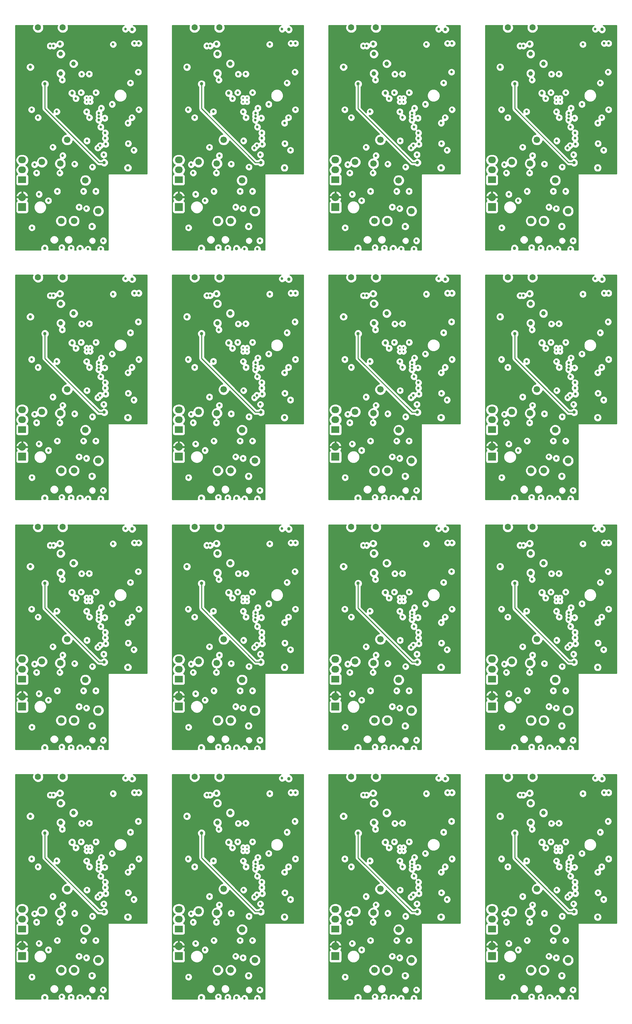
<source format=gbr>
G04 #@! TF.FileFunction,Copper,L3,Inr,Signal*
%FSLAX46Y46*%
G04 Gerber Fmt 4.6, Leading zero omitted, Abs format (unit mm)*
G04 Created by KiCad (PCBNEW 0.201601221447+6507~42~ubuntu15.10.1-product) date Fri 22 Jan 2016 06:42:10 PM EST*
%MOMM*%
G01*
G04 APERTURE LIST*
%ADD10C,0.100000*%
%ADD11C,1.600000*%
%ADD12R,2.032000X2.032000*%
%ADD13O,2.032000X2.032000*%
%ADD14C,0.457000*%
%ADD15C,1.150000*%
%ADD16C,1.680000*%
%ADD17R,2.032000X1.727200*%
%ADD18O,2.032000X1.727200*%
%ADD19C,0.685800*%
%ADD20C,0.863600*%
%ADD21C,0.254000*%
G04 APERTURE END LIST*
D10*
D11*
X146304000Y-206367000D03*
X139954000Y-206367000D03*
D12*
X135890000Y-252476000D03*
D13*
X135890000Y-249936000D03*
D14*
X153427400Y-225462800D03*
X152427400Y-225462800D03*
X153427400Y-224462800D03*
X152427400Y-224462800D03*
D15*
X149097000Y-215646000D03*
X145797000Y-218146000D03*
X145797000Y-213146000D03*
D16*
X152146000Y-245618000D03*
X149225000Y-256032000D03*
X145923000Y-256032000D03*
X145669000Y-241300000D03*
X147447000Y-235204000D03*
X140970000Y-240919000D03*
X155448000Y-253492000D03*
D17*
X135890000Y-245491000D03*
D18*
X135890000Y-242951000D03*
X135890000Y-240411000D03*
D11*
X146304000Y-142232000D03*
X139954000Y-142232000D03*
D12*
X135890000Y-188341000D03*
D13*
X135890000Y-185801000D03*
D14*
X153427400Y-161327800D03*
X152427400Y-161327800D03*
X153427400Y-160327800D03*
X152427400Y-160327800D03*
D15*
X149097000Y-151511000D03*
X145797000Y-154011000D03*
X145797000Y-149011000D03*
D16*
X152146000Y-181483000D03*
X149225000Y-191897000D03*
X145923000Y-191897000D03*
X145669000Y-177165000D03*
X147447000Y-171069000D03*
X140970000Y-176784000D03*
X155448000Y-189357000D03*
D17*
X135890000Y-181356000D03*
D18*
X135890000Y-178816000D03*
X135890000Y-176276000D03*
D11*
X146304000Y-78097000D03*
X139954000Y-78097000D03*
D12*
X135890000Y-124206000D03*
D13*
X135890000Y-121666000D03*
D14*
X153427400Y-97192800D03*
X152427400Y-97192800D03*
X153427400Y-96192800D03*
X152427400Y-96192800D03*
D15*
X149097000Y-87376000D03*
X145797000Y-89876000D03*
X145797000Y-84876000D03*
D16*
X152146000Y-117348000D03*
X149225000Y-127762000D03*
X145923000Y-127762000D03*
X145669000Y-113030000D03*
X147447000Y-106934000D03*
X140970000Y-112649000D03*
X155448000Y-125222000D03*
D17*
X135890000Y-117221000D03*
D18*
X135890000Y-114681000D03*
X135890000Y-112141000D03*
D11*
X146304000Y-13962000D03*
X139954000Y-13962000D03*
D12*
X135890000Y-60071000D03*
D13*
X135890000Y-57531000D03*
D14*
X153427400Y-33057800D03*
X152427400Y-33057800D03*
X153427400Y-32057800D03*
X152427400Y-32057800D03*
D15*
X149097000Y-23241000D03*
X145797000Y-25741000D03*
X145797000Y-20741000D03*
D16*
X152146000Y-53213000D03*
X149225000Y-63627000D03*
X145923000Y-63627000D03*
X145669000Y-48895000D03*
X147447000Y-42799000D03*
X140970000Y-48514000D03*
X155448000Y-61087000D03*
D17*
X135890000Y-53086000D03*
D18*
X135890000Y-50546000D03*
X135890000Y-48006000D03*
D11*
X106045000Y-206367000D03*
X99695000Y-206367000D03*
D12*
X95631000Y-252476000D03*
D13*
X95631000Y-249936000D03*
D14*
X113168400Y-225462800D03*
X112168400Y-225462800D03*
X113168400Y-224462800D03*
X112168400Y-224462800D03*
D15*
X108838000Y-215646000D03*
X105538000Y-218146000D03*
X105538000Y-213146000D03*
D16*
X111887000Y-245618000D03*
X108966000Y-256032000D03*
X105664000Y-256032000D03*
X105410000Y-241300000D03*
X107188000Y-235204000D03*
X100711000Y-240919000D03*
X115189000Y-253492000D03*
D17*
X95631000Y-245491000D03*
D18*
X95631000Y-242951000D03*
X95631000Y-240411000D03*
D11*
X106045000Y-142232000D03*
X99695000Y-142232000D03*
D12*
X95631000Y-188341000D03*
D13*
X95631000Y-185801000D03*
D14*
X113168400Y-161327800D03*
X112168400Y-161327800D03*
X113168400Y-160327800D03*
X112168400Y-160327800D03*
D15*
X108838000Y-151511000D03*
X105538000Y-154011000D03*
X105538000Y-149011000D03*
D16*
X111887000Y-181483000D03*
X108966000Y-191897000D03*
X105664000Y-191897000D03*
X105410000Y-177165000D03*
X107188000Y-171069000D03*
X100711000Y-176784000D03*
X115189000Y-189357000D03*
D17*
X95631000Y-181356000D03*
D18*
X95631000Y-178816000D03*
X95631000Y-176276000D03*
D11*
X106045000Y-78097000D03*
X99695000Y-78097000D03*
D12*
X95631000Y-124206000D03*
D13*
X95631000Y-121666000D03*
D14*
X113168400Y-97192800D03*
X112168400Y-97192800D03*
X113168400Y-96192800D03*
X112168400Y-96192800D03*
D15*
X108838000Y-87376000D03*
X105538000Y-89876000D03*
X105538000Y-84876000D03*
D16*
X111887000Y-117348000D03*
X108966000Y-127762000D03*
X105664000Y-127762000D03*
X105410000Y-113030000D03*
X107188000Y-106934000D03*
X100711000Y-112649000D03*
X115189000Y-125222000D03*
D17*
X95631000Y-117221000D03*
D18*
X95631000Y-114681000D03*
X95631000Y-112141000D03*
D11*
X106045000Y-13962000D03*
X99695000Y-13962000D03*
D12*
X95631000Y-60071000D03*
D13*
X95631000Y-57531000D03*
D14*
X113168400Y-33057800D03*
X112168400Y-33057800D03*
X113168400Y-32057800D03*
X112168400Y-32057800D03*
D15*
X108838000Y-23241000D03*
X105538000Y-25741000D03*
X105538000Y-20741000D03*
D16*
X111887000Y-53213000D03*
X108966000Y-63627000D03*
X105664000Y-63627000D03*
X105410000Y-48895000D03*
X107188000Y-42799000D03*
X100711000Y-48514000D03*
X115189000Y-61087000D03*
D17*
X95631000Y-53086000D03*
D18*
X95631000Y-50546000D03*
X95631000Y-48006000D03*
D11*
X65786000Y-206367000D03*
X59436000Y-206367000D03*
D12*
X55372000Y-252476000D03*
D13*
X55372000Y-249936000D03*
D14*
X72909400Y-225462800D03*
X71909400Y-225462800D03*
X72909400Y-224462800D03*
X71909400Y-224462800D03*
D15*
X68579000Y-215646000D03*
X65279000Y-218146000D03*
X65279000Y-213146000D03*
D16*
X71628000Y-245618000D03*
X68707000Y-256032000D03*
X65405000Y-256032000D03*
X65151000Y-241300000D03*
X66929000Y-235204000D03*
X60452000Y-240919000D03*
X74930000Y-253492000D03*
D17*
X55372000Y-245491000D03*
D18*
X55372000Y-242951000D03*
X55372000Y-240411000D03*
D11*
X65786000Y-142232000D03*
X59436000Y-142232000D03*
D12*
X55372000Y-188341000D03*
D13*
X55372000Y-185801000D03*
D14*
X72909400Y-161327800D03*
X71909400Y-161327800D03*
X72909400Y-160327800D03*
X71909400Y-160327800D03*
D15*
X68579000Y-151511000D03*
X65279000Y-154011000D03*
X65279000Y-149011000D03*
D16*
X71628000Y-181483000D03*
X68707000Y-191897000D03*
X65405000Y-191897000D03*
X65151000Y-177165000D03*
X66929000Y-171069000D03*
X60452000Y-176784000D03*
X74930000Y-189357000D03*
D17*
X55372000Y-181356000D03*
D18*
X55372000Y-178816000D03*
X55372000Y-176276000D03*
D11*
X65786000Y-78097000D03*
X59436000Y-78097000D03*
D12*
X55372000Y-124206000D03*
D13*
X55372000Y-121666000D03*
D14*
X72909400Y-97192800D03*
X71909400Y-97192800D03*
X72909400Y-96192800D03*
X71909400Y-96192800D03*
D15*
X68579000Y-87376000D03*
X65279000Y-89876000D03*
X65279000Y-84876000D03*
D16*
X71628000Y-117348000D03*
X68707000Y-127762000D03*
X65405000Y-127762000D03*
X65151000Y-113030000D03*
X66929000Y-106934000D03*
X60452000Y-112649000D03*
X74930000Y-125222000D03*
D17*
X55372000Y-117221000D03*
D18*
X55372000Y-114681000D03*
X55372000Y-112141000D03*
D11*
X65786000Y-13962000D03*
X59436000Y-13962000D03*
D12*
X55372000Y-60071000D03*
D13*
X55372000Y-57531000D03*
D14*
X72909400Y-33057800D03*
X71909400Y-33057800D03*
X72909400Y-32057800D03*
X71909400Y-32057800D03*
D15*
X68579000Y-23241000D03*
X65279000Y-25741000D03*
X65279000Y-20741000D03*
D16*
X71628000Y-53213000D03*
X68707000Y-63627000D03*
X65405000Y-63627000D03*
X65151000Y-48895000D03*
X66929000Y-42799000D03*
X60452000Y-48514000D03*
X74930000Y-61087000D03*
D17*
X55372000Y-53086000D03*
D18*
X55372000Y-50546000D03*
X55372000Y-48006000D03*
D11*
X25527000Y-206367000D03*
X19177000Y-206367000D03*
D12*
X15113000Y-252476000D03*
D13*
X15113000Y-249936000D03*
D14*
X32650400Y-225462800D03*
X31650400Y-225462800D03*
X32650400Y-224462800D03*
X31650400Y-224462800D03*
D15*
X28320000Y-215646000D03*
X25020000Y-218146000D03*
X25020000Y-213146000D03*
D16*
X31369000Y-245618000D03*
X28448000Y-256032000D03*
X25146000Y-256032000D03*
X24892000Y-241300000D03*
X26670000Y-235204000D03*
X20193000Y-240919000D03*
X34671000Y-253492000D03*
D17*
X15113000Y-245491000D03*
D18*
X15113000Y-242951000D03*
X15113000Y-240411000D03*
D11*
X25527000Y-142232000D03*
X19177000Y-142232000D03*
D12*
X15113000Y-188341000D03*
D13*
X15113000Y-185801000D03*
D14*
X32650400Y-161327800D03*
X31650400Y-161327800D03*
X32650400Y-160327800D03*
X31650400Y-160327800D03*
D15*
X28320000Y-151511000D03*
X25020000Y-154011000D03*
X25020000Y-149011000D03*
D16*
X31369000Y-181483000D03*
X28448000Y-191897000D03*
X25146000Y-191897000D03*
X24892000Y-177165000D03*
X26670000Y-171069000D03*
X20193000Y-176784000D03*
X34671000Y-189357000D03*
D17*
X15113000Y-181356000D03*
D18*
X15113000Y-178816000D03*
X15113000Y-176276000D03*
D11*
X25527000Y-78097000D03*
X19177000Y-78097000D03*
D12*
X15113000Y-124206000D03*
D13*
X15113000Y-121666000D03*
D14*
X32650400Y-97192800D03*
X31650400Y-97192800D03*
X32650400Y-96192800D03*
X31650400Y-96192800D03*
D15*
X28320000Y-87376000D03*
X25020000Y-89876000D03*
X25020000Y-84876000D03*
D16*
X31369000Y-117348000D03*
X28448000Y-127762000D03*
X25146000Y-127762000D03*
X24892000Y-113030000D03*
X26670000Y-106934000D03*
X20193000Y-112649000D03*
X34671000Y-125222000D03*
D17*
X15113000Y-117221000D03*
D18*
X15113000Y-114681000D03*
X15113000Y-112141000D03*
D17*
X15113000Y-53086000D03*
D18*
X15113000Y-50546000D03*
X15113000Y-48006000D03*
D16*
X34671000Y-61087000D03*
X20193000Y-48514000D03*
X26670000Y-42799000D03*
X24892000Y-48895000D03*
X25146000Y-63627000D03*
X28448000Y-63627000D03*
X31369000Y-53213000D03*
D15*
X28320000Y-23241000D03*
X25020000Y-25741000D03*
X25020000Y-20741000D03*
D14*
X32650400Y-33057800D03*
X31650400Y-33057800D03*
X32650400Y-32057800D03*
X31650400Y-32057800D03*
D12*
X15113000Y-60071000D03*
D13*
X15113000Y-57531000D03*
D11*
X25527000Y-13962000D03*
X19177000Y-13962000D03*
D19*
X157353000Y-236347000D03*
D20*
X145592800Y-210591400D03*
X148711000Y-223209200D03*
D19*
X157353000Y-172212000D03*
D20*
X145592800Y-146456400D03*
X148711000Y-159074200D03*
D19*
X157353000Y-108077000D03*
D20*
X145592800Y-82321400D03*
X148711000Y-94939200D03*
D19*
X157353000Y-43942000D03*
D20*
X145592800Y-18186400D03*
X148711000Y-30804200D03*
D19*
X117094000Y-236347000D03*
D20*
X105333800Y-210591400D03*
X108452000Y-223209200D03*
D19*
X117094000Y-172212000D03*
D20*
X105333800Y-146456400D03*
X108452000Y-159074200D03*
D19*
X117094000Y-108077000D03*
D20*
X105333800Y-82321400D03*
X108452000Y-94939200D03*
D19*
X117094000Y-43942000D03*
D20*
X105333800Y-18186400D03*
X108452000Y-30804200D03*
D19*
X76835000Y-236347000D03*
D20*
X65074800Y-210591400D03*
X68193000Y-223209200D03*
D19*
X76835000Y-172212000D03*
D20*
X65074800Y-146456400D03*
X68193000Y-159074200D03*
D19*
X76835000Y-108077000D03*
D20*
X65074800Y-82321400D03*
X68193000Y-94939200D03*
D19*
X76835000Y-43942000D03*
D20*
X65074800Y-18186400D03*
X68193000Y-30804200D03*
D19*
X36576000Y-236347000D03*
D20*
X24815800Y-210591400D03*
X27934000Y-223209200D03*
D19*
X36576000Y-172212000D03*
D20*
X24815800Y-146456400D03*
X27934000Y-159074200D03*
D19*
X36576000Y-108077000D03*
D20*
X24815800Y-82321400D03*
X27934000Y-94939200D03*
X27934000Y-30804200D03*
X24815800Y-18186400D03*
D19*
X36576000Y-43942000D03*
D20*
X164160200Y-206857600D03*
D19*
X150495000Y-252476000D03*
X146177000Y-219837000D03*
D20*
X141681200Y-263067800D03*
X153822400Y-257454400D03*
X137972800Y-216509600D03*
X150749000Y-263144000D03*
X163042600Y-242392200D03*
D19*
X153111200Y-218287600D03*
X151155400Y-218338400D03*
X138379200Y-257784600D03*
X144907000Y-248412000D03*
X153924000Y-242189000D03*
X149352000Y-241427000D03*
X146304000Y-239268000D03*
X155575000Y-230124000D03*
X142621000Y-250825000D03*
X140208000Y-249174000D03*
X152527000Y-235458000D03*
X145542000Y-243713000D03*
X139573000Y-243713000D03*
X139065000Y-241554000D03*
X144780000Y-227965000D03*
X139954000Y-229489000D03*
X138303000Y-227457000D03*
X156718000Y-261112000D03*
X152781000Y-263271000D03*
X156083000Y-263271000D03*
X146050000Y-262890000D03*
X148463000Y-263017000D03*
D20*
X164160200Y-142722600D03*
D19*
X150495000Y-188341000D03*
X146177000Y-155702000D03*
D20*
X141681200Y-198932800D03*
X153822400Y-193319400D03*
X137972800Y-152374600D03*
X150749000Y-199009000D03*
X163042600Y-178257200D03*
D19*
X153111200Y-154152600D03*
X151155400Y-154203400D03*
X138379200Y-193649600D03*
X144907000Y-184277000D03*
X153924000Y-178054000D03*
X149352000Y-177292000D03*
X146304000Y-175133000D03*
X155575000Y-165989000D03*
X142621000Y-186690000D03*
X140208000Y-185039000D03*
X152527000Y-171323000D03*
X145542000Y-179578000D03*
X139573000Y-179578000D03*
X139065000Y-177419000D03*
X144780000Y-163830000D03*
X139954000Y-165354000D03*
X138303000Y-163322000D03*
X156718000Y-196977000D03*
X152781000Y-199136000D03*
X156083000Y-199136000D03*
X146050000Y-198755000D03*
X148463000Y-198882000D03*
D20*
X164160200Y-78587600D03*
D19*
X150495000Y-124206000D03*
X146177000Y-91567000D03*
D20*
X141681200Y-134797800D03*
X153822400Y-129184400D03*
X137972800Y-88239600D03*
X150749000Y-134874000D03*
X163042600Y-114122200D03*
D19*
X153111200Y-90017600D03*
X151155400Y-90068400D03*
X138379200Y-129514600D03*
X144907000Y-120142000D03*
X153924000Y-113919000D03*
X149352000Y-113157000D03*
X146304000Y-110998000D03*
X155575000Y-101854000D03*
X142621000Y-122555000D03*
X140208000Y-120904000D03*
X152527000Y-107188000D03*
X145542000Y-115443000D03*
X139573000Y-115443000D03*
X139065000Y-113284000D03*
X144780000Y-99695000D03*
X139954000Y-101219000D03*
X138303000Y-99187000D03*
X156718000Y-132842000D03*
X152781000Y-135001000D03*
X156083000Y-135001000D03*
X146050000Y-134620000D03*
X148463000Y-134747000D03*
D20*
X164160200Y-14452600D03*
D19*
X150495000Y-60071000D03*
X146177000Y-27432000D03*
D20*
X141681200Y-70662800D03*
X153822400Y-65049400D03*
X137972800Y-24104600D03*
X150749000Y-70739000D03*
X163042600Y-49987200D03*
D19*
X153111200Y-25882600D03*
X151155400Y-25933400D03*
X138379200Y-65379600D03*
X144907000Y-56007000D03*
X153924000Y-49784000D03*
X149352000Y-49022000D03*
X146304000Y-46863000D03*
X155575000Y-37719000D03*
X142621000Y-58420000D03*
X140208000Y-56769000D03*
X152527000Y-43053000D03*
X145542000Y-51308000D03*
X139573000Y-51308000D03*
X139065000Y-49149000D03*
X144780000Y-35560000D03*
X139954000Y-37084000D03*
X138303000Y-35052000D03*
X156718000Y-68707000D03*
X152781000Y-70866000D03*
X156083000Y-70866000D03*
X146050000Y-70485000D03*
X148463000Y-70612000D03*
D20*
X123901200Y-206857600D03*
D19*
X110236000Y-252476000D03*
X105918000Y-219837000D03*
D20*
X101422200Y-263067800D03*
X113563400Y-257454400D03*
X97713800Y-216509600D03*
X110490000Y-263144000D03*
X122783600Y-242392200D03*
D19*
X112852200Y-218287600D03*
X110896400Y-218338400D03*
X98120200Y-257784600D03*
X104648000Y-248412000D03*
X113665000Y-242189000D03*
X109093000Y-241427000D03*
X106045000Y-239268000D03*
X115316000Y-230124000D03*
X102362000Y-250825000D03*
X99949000Y-249174000D03*
X112268000Y-235458000D03*
X105283000Y-243713000D03*
X99314000Y-243713000D03*
X98806000Y-241554000D03*
X104521000Y-227965000D03*
X99695000Y-229489000D03*
X98044000Y-227457000D03*
X116459000Y-261112000D03*
X112522000Y-263271000D03*
X115824000Y-263271000D03*
X105791000Y-262890000D03*
X108204000Y-263017000D03*
D20*
X123901200Y-142722600D03*
D19*
X110236000Y-188341000D03*
X105918000Y-155702000D03*
D20*
X101422200Y-198932800D03*
X113563400Y-193319400D03*
X97713800Y-152374600D03*
X110490000Y-199009000D03*
X122783600Y-178257200D03*
D19*
X112852200Y-154152600D03*
X110896400Y-154203400D03*
X98120200Y-193649600D03*
X104648000Y-184277000D03*
X113665000Y-178054000D03*
X109093000Y-177292000D03*
X106045000Y-175133000D03*
X115316000Y-165989000D03*
X102362000Y-186690000D03*
X99949000Y-185039000D03*
X112268000Y-171323000D03*
X105283000Y-179578000D03*
X99314000Y-179578000D03*
X98806000Y-177419000D03*
X104521000Y-163830000D03*
X99695000Y-165354000D03*
X98044000Y-163322000D03*
X116459000Y-196977000D03*
X112522000Y-199136000D03*
X115824000Y-199136000D03*
X105791000Y-198755000D03*
X108204000Y-198882000D03*
D20*
X123901200Y-78587600D03*
D19*
X110236000Y-124206000D03*
X105918000Y-91567000D03*
D20*
X101422200Y-134797800D03*
X113563400Y-129184400D03*
X97713800Y-88239600D03*
X110490000Y-134874000D03*
X122783600Y-114122200D03*
D19*
X112852200Y-90017600D03*
X110896400Y-90068400D03*
X98120200Y-129514600D03*
X104648000Y-120142000D03*
X113665000Y-113919000D03*
X109093000Y-113157000D03*
X106045000Y-110998000D03*
X115316000Y-101854000D03*
X102362000Y-122555000D03*
X99949000Y-120904000D03*
X112268000Y-107188000D03*
X105283000Y-115443000D03*
X99314000Y-115443000D03*
X98806000Y-113284000D03*
X104521000Y-99695000D03*
X99695000Y-101219000D03*
X98044000Y-99187000D03*
X116459000Y-132842000D03*
X112522000Y-135001000D03*
X115824000Y-135001000D03*
X105791000Y-134620000D03*
X108204000Y-134747000D03*
D20*
X123901200Y-14452600D03*
D19*
X110236000Y-60071000D03*
X105918000Y-27432000D03*
D20*
X101422200Y-70662800D03*
X113563400Y-65049400D03*
X97713800Y-24104600D03*
X110490000Y-70739000D03*
X122783600Y-49987200D03*
D19*
X112852200Y-25882600D03*
X110896400Y-25933400D03*
X98120200Y-65379600D03*
X104648000Y-56007000D03*
X113665000Y-49784000D03*
X109093000Y-49022000D03*
X106045000Y-46863000D03*
X115316000Y-37719000D03*
X102362000Y-58420000D03*
X99949000Y-56769000D03*
X112268000Y-43053000D03*
X105283000Y-51308000D03*
X99314000Y-51308000D03*
X98806000Y-49149000D03*
X104521000Y-35560000D03*
X99695000Y-37084000D03*
X98044000Y-35052000D03*
X116459000Y-68707000D03*
X112522000Y-70866000D03*
X115824000Y-70866000D03*
X105791000Y-70485000D03*
X108204000Y-70612000D03*
D20*
X83642200Y-206857600D03*
D19*
X69977000Y-252476000D03*
X65659000Y-219837000D03*
D20*
X61163200Y-263067800D03*
X73304400Y-257454400D03*
X57454800Y-216509600D03*
X70231000Y-263144000D03*
X82524600Y-242392200D03*
D19*
X72593200Y-218287600D03*
X70637400Y-218338400D03*
X57861200Y-257784600D03*
X64389000Y-248412000D03*
X73406000Y-242189000D03*
X68834000Y-241427000D03*
X65786000Y-239268000D03*
X75057000Y-230124000D03*
X62103000Y-250825000D03*
X59690000Y-249174000D03*
X72009000Y-235458000D03*
X65024000Y-243713000D03*
X59055000Y-243713000D03*
X58547000Y-241554000D03*
X64262000Y-227965000D03*
X59436000Y-229489000D03*
X57785000Y-227457000D03*
X76200000Y-261112000D03*
X72263000Y-263271000D03*
X75565000Y-263271000D03*
X65532000Y-262890000D03*
X67945000Y-263017000D03*
D20*
X83642200Y-142722600D03*
D19*
X69977000Y-188341000D03*
X65659000Y-155702000D03*
D20*
X61163200Y-198932800D03*
X73304400Y-193319400D03*
X57454800Y-152374600D03*
X70231000Y-199009000D03*
X82524600Y-178257200D03*
D19*
X72593200Y-154152600D03*
X70637400Y-154203400D03*
X57861200Y-193649600D03*
X64389000Y-184277000D03*
X73406000Y-178054000D03*
X68834000Y-177292000D03*
X65786000Y-175133000D03*
X75057000Y-165989000D03*
X62103000Y-186690000D03*
X59690000Y-185039000D03*
X72009000Y-171323000D03*
X65024000Y-179578000D03*
X59055000Y-179578000D03*
X58547000Y-177419000D03*
X64262000Y-163830000D03*
X59436000Y-165354000D03*
X57785000Y-163322000D03*
X76200000Y-196977000D03*
X72263000Y-199136000D03*
X75565000Y-199136000D03*
X65532000Y-198755000D03*
X67945000Y-198882000D03*
D20*
X83642200Y-78587600D03*
D19*
X69977000Y-124206000D03*
X65659000Y-91567000D03*
D20*
X61163200Y-134797800D03*
X73304400Y-129184400D03*
X57454800Y-88239600D03*
X70231000Y-134874000D03*
X82524600Y-114122200D03*
D19*
X72593200Y-90017600D03*
X70637400Y-90068400D03*
X57861200Y-129514600D03*
X64389000Y-120142000D03*
X73406000Y-113919000D03*
X68834000Y-113157000D03*
X65786000Y-110998000D03*
X75057000Y-101854000D03*
X62103000Y-122555000D03*
X59690000Y-120904000D03*
X72009000Y-107188000D03*
X65024000Y-115443000D03*
X59055000Y-115443000D03*
X58547000Y-113284000D03*
X64262000Y-99695000D03*
X59436000Y-101219000D03*
X57785000Y-99187000D03*
X76200000Y-132842000D03*
X72263000Y-135001000D03*
X75565000Y-135001000D03*
X65532000Y-134620000D03*
X67945000Y-134747000D03*
D20*
X83642200Y-14452600D03*
D19*
X69977000Y-60071000D03*
X65659000Y-27432000D03*
D20*
X61163200Y-70662800D03*
X73304400Y-65049400D03*
X57454800Y-24104600D03*
X70231000Y-70739000D03*
X82524600Y-49987200D03*
D19*
X72593200Y-25882600D03*
X70637400Y-25933400D03*
X57861200Y-65379600D03*
X64389000Y-56007000D03*
X73406000Y-49784000D03*
X68834000Y-49022000D03*
X65786000Y-46863000D03*
X75057000Y-37719000D03*
X62103000Y-58420000D03*
X59690000Y-56769000D03*
X72009000Y-43053000D03*
X65024000Y-51308000D03*
X59055000Y-51308000D03*
X58547000Y-49149000D03*
X64262000Y-35560000D03*
X59436000Y-37084000D03*
X57785000Y-35052000D03*
X76200000Y-68707000D03*
X72263000Y-70866000D03*
X75565000Y-70866000D03*
X65532000Y-70485000D03*
X67945000Y-70612000D03*
D20*
X43383200Y-206857600D03*
D19*
X29718000Y-252476000D03*
X25400000Y-219837000D03*
D20*
X20904200Y-263067800D03*
X33045400Y-257454400D03*
X17195800Y-216509600D03*
X29972000Y-263144000D03*
X42265600Y-242392200D03*
D19*
X32334200Y-218287600D03*
X30378400Y-218338400D03*
X17602200Y-257784600D03*
X24130000Y-248412000D03*
X33147000Y-242189000D03*
X28575000Y-241427000D03*
X25527000Y-239268000D03*
X34798000Y-230124000D03*
X21844000Y-250825000D03*
X19431000Y-249174000D03*
X31750000Y-235458000D03*
X24765000Y-243713000D03*
X18796000Y-243713000D03*
X18288000Y-241554000D03*
X24003000Y-227965000D03*
X19177000Y-229489000D03*
X17526000Y-227457000D03*
X35941000Y-261112000D03*
X32004000Y-263271000D03*
X35306000Y-263271000D03*
X25273000Y-262890000D03*
X27686000Y-263017000D03*
D20*
X43383200Y-142722600D03*
D19*
X29718000Y-188341000D03*
X25400000Y-155702000D03*
D20*
X20904200Y-198932800D03*
X33045400Y-193319400D03*
X17195800Y-152374600D03*
X29972000Y-199009000D03*
X42265600Y-178257200D03*
D19*
X32334200Y-154152600D03*
X30378400Y-154203400D03*
X17602200Y-193649600D03*
X24130000Y-184277000D03*
X33147000Y-178054000D03*
X28575000Y-177292000D03*
X25527000Y-175133000D03*
X34798000Y-165989000D03*
X21844000Y-186690000D03*
X19431000Y-185039000D03*
X31750000Y-171323000D03*
X24765000Y-179578000D03*
X18796000Y-179578000D03*
X18288000Y-177419000D03*
X24003000Y-163830000D03*
X19177000Y-165354000D03*
X17526000Y-163322000D03*
X35941000Y-196977000D03*
X32004000Y-199136000D03*
X35306000Y-199136000D03*
X25273000Y-198755000D03*
X27686000Y-198882000D03*
D20*
X43383200Y-78587600D03*
D19*
X29718000Y-124206000D03*
X25400000Y-91567000D03*
D20*
X20904200Y-134797800D03*
X33045400Y-129184400D03*
X17195800Y-88239600D03*
X29972000Y-134874000D03*
X42265600Y-114122200D03*
D19*
X32334200Y-90017600D03*
X30378400Y-90068400D03*
X17602200Y-129514600D03*
X24130000Y-120142000D03*
X33147000Y-113919000D03*
X28575000Y-113157000D03*
X25527000Y-110998000D03*
X34798000Y-101854000D03*
X21844000Y-122555000D03*
X19431000Y-120904000D03*
X31750000Y-107188000D03*
X24765000Y-115443000D03*
X18796000Y-115443000D03*
X18288000Y-113284000D03*
X24003000Y-99695000D03*
X19177000Y-101219000D03*
X17526000Y-99187000D03*
X35941000Y-132842000D03*
X32004000Y-135001000D03*
X35306000Y-135001000D03*
X25273000Y-134620000D03*
X27686000Y-134747000D03*
X27686000Y-70612000D03*
X25273000Y-70485000D03*
X35306000Y-70866000D03*
X32004000Y-70866000D03*
X35941000Y-68707000D03*
X17526000Y-35052000D03*
X19177000Y-37084000D03*
X24003000Y-35560000D03*
X18288000Y-49149000D03*
X18796000Y-51308000D03*
X24765000Y-51308000D03*
X31750000Y-43053000D03*
X19431000Y-56769000D03*
X21844000Y-58420000D03*
X34798000Y-37719000D03*
X25527000Y-46863000D03*
X28575000Y-49022000D03*
X33147000Y-49784000D03*
X24130000Y-56007000D03*
X17602200Y-65379600D03*
X30378400Y-25933400D03*
X32334200Y-25882600D03*
D20*
X42265600Y-49987200D03*
X29972000Y-70739000D03*
X17195800Y-24104600D03*
X33045400Y-65049400D03*
X20904200Y-70662800D03*
D19*
X25400000Y-27432000D03*
X29718000Y-60071000D03*
D20*
X43383200Y-14452600D03*
X156972000Y-241046000D03*
X141732000Y-220853000D03*
X156972000Y-176911000D03*
X141732000Y-156718000D03*
X156972000Y-112776000D03*
X141732000Y-92583000D03*
X156972000Y-48641000D03*
X141732000Y-28448000D03*
X116713000Y-241046000D03*
X101473000Y-220853000D03*
X116713000Y-176911000D03*
X101473000Y-156718000D03*
X116713000Y-112776000D03*
X101473000Y-92583000D03*
X116713000Y-48641000D03*
X101473000Y-28448000D03*
X76454000Y-241046000D03*
X61214000Y-220853000D03*
X76454000Y-176911000D03*
X61214000Y-156718000D03*
X76454000Y-112776000D03*
X61214000Y-92583000D03*
X76454000Y-48641000D03*
X61214000Y-28448000D03*
X36195000Y-241046000D03*
X20955000Y-220853000D03*
X36195000Y-176911000D03*
X20955000Y-156718000D03*
X36195000Y-112776000D03*
X20955000Y-92583000D03*
X20955000Y-28448000D03*
X36195000Y-48641000D03*
D19*
X147193000Y-249555000D03*
D20*
X138176000Y-256413000D03*
X155397200Y-238963200D03*
X161442400Y-210693000D03*
X156514800Y-258648200D03*
X149606000Y-260223000D03*
D19*
X166598600Y-232765600D03*
X149352000Y-242951000D03*
X154686000Y-227330000D03*
X150749000Y-238887000D03*
X143383000Y-241808000D03*
X138303000Y-237871000D03*
X147193000Y-185420000D03*
D20*
X138176000Y-192278000D03*
X155397200Y-174828200D03*
X161442400Y-146558000D03*
X156514800Y-194513200D03*
X149606000Y-196088000D03*
D19*
X166598600Y-168630600D03*
X149352000Y-178816000D03*
X154686000Y-163195000D03*
X150749000Y-174752000D03*
X143383000Y-177673000D03*
X138303000Y-173736000D03*
X147193000Y-121285000D03*
D20*
X138176000Y-128143000D03*
X155397200Y-110693200D03*
X161442400Y-82423000D03*
X156514800Y-130378200D03*
X149606000Y-131953000D03*
D19*
X166598600Y-104495600D03*
X149352000Y-114681000D03*
X154686000Y-99060000D03*
X150749000Y-110617000D03*
X143383000Y-113538000D03*
X138303000Y-109601000D03*
X147193000Y-57150000D03*
D20*
X138176000Y-64008000D03*
X155397200Y-46558200D03*
X161442400Y-18288000D03*
X156514800Y-66243200D03*
X149606000Y-67818000D03*
D19*
X166598600Y-40360600D03*
X149352000Y-50546000D03*
X154686000Y-34925000D03*
X150749000Y-46482000D03*
X143383000Y-49403000D03*
X138303000Y-45466000D03*
X106934000Y-249555000D03*
D20*
X97917000Y-256413000D03*
X115138200Y-238963200D03*
X121183400Y-210693000D03*
X116255800Y-258648200D03*
X109347000Y-260223000D03*
D19*
X126339600Y-232765600D03*
X109093000Y-242951000D03*
X114427000Y-227330000D03*
X110490000Y-238887000D03*
X103124000Y-241808000D03*
X98044000Y-237871000D03*
X106934000Y-185420000D03*
D20*
X97917000Y-192278000D03*
X115138200Y-174828200D03*
X121183400Y-146558000D03*
X116255800Y-194513200D03*
X109347000Y-196088000D03*
D19*
X126339600Y-168630600D03*
X109093000Y-178816000D03*
X114427000Y-163195000D03*
X110490000Y-174752000D03*
X103124000Y-177673000D03*
X98044000Y-173736000D03*
X106934000Y-121285000D03*
D20*
X97917000Y-128143000D03*
X115138200Y-110693200D03*
X121183400Y-82423000D03*
X116255800Y-130378200D03*
X109347000Y-131953000D03*
D19*
X126339600Y-104495600D03*
X109093000Y-114681000D03*
X114427000Y-99060000D03*
X110490000Y-110617000D03*
X103124000Y-113538000D03*
X98044000Y-109601000D03*
X106934000Y-57150000D03*
D20*
X97917000Y-64008000D03*
X115138200Y-46558200D03*
X121183400Y-18288000D03*
X116255800Y-66243200D03*
X109347000Y-67818000D03*
D19*
X126339600Y-40360600D03*
X109093000Y-50546000D03*
X114427000Y-34925000D03*
X110490000Y-46482000D03*
X103124000Y-49403000D03*
X98044000Y-45466000D03*
X66675000Y-249555000D03*
D20*
X57658000Y-256413000D03*
X74879200Y-238963200D03*
X80924400Y-210693000D03*
X75996800Y-258648200D03*
X69088000Y-260223000D03*
D19*
X86080600Y-232765600D03*
X68834000Y-242951000D03*
X74168000Y-227330000D03*
X70231000Y-238887000D03*
X62865000Y-241808000D03*
X57785000Y-237871000D03*
X66675000Y-185420000D03*
D20*
X57658000Y-192278000D03*
X74879200Y-174828200D03*
X80924400Y-146558000D03*
X75996800Y-194513200D03*
X69088000Y-196088000D03*
D19*
X86080600Y-168630600D03*
X68834000Y-178816000D03*
X74168000Y-163195000D03*
X70231000Y-174752000D03*
X62865000Y-177673000D03*
X57785000Y-173736000D03*
X66675000Y-121285000D03*
D20*
X57658000Y-128143000D03*
X74879200Y-110693200D03*
X80924400Y-82423000D03*
X75996800Y-130378200D03*
X69088000Y-131953000D03*
D19*
X86080600Y-104495600D03*
X68834000Y-114681000D03*
X74168000Y-99060000D03*
X70231000Y-110617000D03*
X62865000Y-113538000D03*
X57785000Y-109601000D03*
X66675000Y-57150000D03*
D20*
X57658000Y-64008000D03*
X74879200Y-46558200D03*
X80924400Y-18288000D03*
X75996800Y-66243200D03*
X69088000Y-67818000D03*
D19*
X86080600Y-40360600D03*
X68834000Y-50546000D03*
X74168000Y-34925000D03*
X70231000Y-46482000D03*
X62865000Y-49403000D03*
X57785000Y-45466000D03*
X26416000Y-249555000D03*
D20*
X17399000Y-256413000D03*
X34620200Y-238963200D03*
X40665400Y-210693000D03*
X35737800Y-258648200D03*
X28829000Y-260223000D03*
D19*
X45821600Y-232765600D03*
X28575000Y-242951000D03*
X33909000Y-227330000D03*
X29972000Y-238887000D03*
X22606000Y-241808000D03*
X17526000Y-237871000D03*
X26416000Y-185420000D03*
D20*
X17399000Y-192278000D03*
X34620200Y-174828200D03*
X40665400Y-146558000D03*
X35737800Y-194513200D03*
X28829000Y-196088000D03*
D19*
X45821600Y-168630600D03*
X28575000Y-178816000D03*
X33909000Y-163195000D03*
X29972000Y-174752000D03*
X22606000Y-177673000D03*
X17526000Y-173736000D03*
X26416000Y-121285000D03*
D20*
X17399000Y-128143000D03*
X34620200Y-110693200D03*
X40665400Y-82423000D03*
X35737800Y-130378200D03*
X28829000Y-131953000D03*
D19*
X45821600Y-104495600D03*
X28575000Y-114681000D03*
X33909000Y-99060000D03*
X29972000Y-110617000D03*
X22606000Y-113538000D03*
X17526000Y-109601000D03*
X17526000Y-45466000D03*
X22606000Y-49403000D03*
X29972000Y-46482000D03*
X33909000Y-34925000D03*
X28575000Y-50546000D03*
X45821600Y-40360600D03*
D20*
X28829000Y-67818000D03*
X35737800Y-66243200D03*
X40665400Y-18288000D03*
X34620200Y-46558200D03*
X17399000Y-64008000D03*
D19*
X26416000Y-57150000D03*
X152400000Y-252857000D03*
X151638000Y-248412000D03*
X154813000Y-248412000D03*
X152400000Y-188722000D03*
X151638000Y-184277000D03*
X154813000Y-184277000D03*
X152400000Y-124587000D03*
X151638000Y-120142000D03*
X154813000Y-120142000D03*
X152400000Y-60452000D03*
X151638000Y-56007000D03*
X154813000Y-56007000D03*
X112141000Y-252857000D03*
X111379000Y-248412000D03*
X114554000Y-248412000D03*
X112141000Y-188722000D03*
X111379000Y-184277000D03*
X114554000Y-184277000D03*
X112141000Y-124587000D03*
X111379000Y-120142000D03*
X114554000Y-120142000D03*
X112141000Y-60452000D03*
X111379000Y-56007000D03*
X114554000Y-56007000D03*
X71882000Y-252857000D03*
X71120000Y-248412000D03*
X74295000Y-248412000D03*
X71882000Y-188722000D03*
X71120000Y-184277000D03*
X74295000Y-184277000D03*
X71882000Y-124587000D03*
X71120000Y-120142000D03*
X74295000Y-120142000D03*
X71882000Y-60452000D03*
X71120000Y-56007000D03*
X74295000Y-56007000D03*
X31623000Y-252857000D03*
X30861000Y-248412000D03*
X34036000Y-248412000D03*
X31623000Y-188722000D03*
X30861000Y-184277000D03*
X34036000Y-184277000D03*
X31623000Y-124587000D03*
X30861000Y-120142000D03*
X34036000Y-120142000D03*
X34036000Y-56007000D03*
X30861000Y-56007000D03*
X31623000Y-60452000D03*
X155930335Y-236671162D03*
X143941800Y-211074000D03*
X155930335Y-172536162D03*
X143941800Y-146939000D03*
X155930335Y-108401162D03*
X143941800Y-82804000D03*
X155930335Y-44266162D03*
X143941800Y-18669000D03*
X115671335Y-236671162D03*
X103682800Y-211074000D03*
X115671335Y-172536162D03*
X103682800Y-146939000D03*
X115671335Y-108401162D03*
X103682800Y-82804000D03*
X115671335Y-44266162D03*
X103682800Y-18669000D03*
X75412335Y-236671162D03*
X63423800Y-211074000D03*
X75412335Y-172536162D03*
X63423800Y-146939000D03*
X75412335Y-108401162D03*
X63423800Y-82804000D03*
X75412335Y-44266162D03*
X63423800Y-18669000D03*
X35153335Y-236671162D03*
X23164800Y-211074000D03*
X35153335Y-172536162D03*
X23164800Y-146939000D03*
X35153335Y-108401162D03*
X23164800Y-82804000D03*
X23164800Y-18669000D03*
X35153335Y-44266162D03*
X155319679Y-237281818D03*
X143078200Y-211074000D03*
X155319679Y-173146818D03*
X143078200Y-146939000D03*
X155319679Y-109011818D03*
X143078200Y-82804000D03*
X155319679Y-44876818D03*
X143078200Y-18669000D03*
X115060679Y-237281818D03*
X102819200Y-211074000D03*
X115060679Y-173146818D03*
X102819200Y-146939000D03*
X115060679Y-109011818D03*
X102819200Y-82804000D03*
X115060679Y-44876818D03*
X102819200Y-18669000D03*
X74801679Y-237281818D03*
X62560200Y-211074000D03*
X74801679Y-173146818D03*
X62560200Y-146939000D03*
X74801679Y-109011818D03*
X62560200Y-82804000D03*
X74801679Y-44876818D03*
X62560200Y-18669000D03*
X34542679Y-237281818D03*
X22301200Y-211074000D03*
X34542679Y-173146818D03*
X22301200Y-146939000D03*
X34542679Y-109011818D03*
X22301200Y-82804000D03*
X22301200Y-18669000D03*
X34542679Y-44876818D03*
X159258000Y-210693000D03*
X154838400Y-223062800D03*
X159258000Y-146558000D03*
X154838400Y-158927800D03*
X159258000Y-82423000D03*
X154838400Y-94792800D03*
X159258000Y-18288000D03*
X154838400Y-30657800D03*
X118999000Y-210693000D03*
X114579400Y-223062800D03*
X118999000Y-146558000D03*
X114579400Y-158927800D03*
X118999000Y-82423000D03*
X114579400Y-94792800D03*
X118999000Y-18288000D03*
X114579400Y-30657800D03*
X78740000Y-210693000D03*
X74320400Y-223062800D03*
X78740000Y-146558000D03*
X74320400Y-158927800D03*
X78740000Y-82423000D03*
X74320400Y-94792800D03*
X78740000Y-18288000D03*
X74320400Y-30657800D03*
X38481000Y-210693000D03*
X34061400Y-223062800D03*
X38481000Y-146558000D03*
X34061400Y-158927800D03*
X38481000Y-82423000D03*
X34061400Y-94792800D03*
X34061400Y-30657800D03*
X38481000Y-18288000D03*
X162433000Y-206756000D03*
X152448518Y-227992682D03*
X162433000Y-142621000D03*
X152448518Y-163857682D03*
X162433000Y-78486000D03*
X152448518Y-99722682D03*
X162433000Y-14351000D03*
X152448518Y-35587682D03*
X122174000Y-206756000D03*
X112189518Y-227992682D03*
X122174000Y-142621000D03*
X112189518Y-163857682D03*
X122174000Y-78486000D03*
X112189518Y-99722682D03*
X122174000Y-14351000D03*
X112189518Y-35587682D03*
X81915000Y-206756000D03*
X71930518Y-227992682D03*
X81915000Y-142621000D03*
X71930518Y-163857682D03*
X81915000Y-78486000D03*
X71930518Y-99722682D03*
X81915000Y-14351000D03*
X71930518Y-35587682D03*
X41656000Y-206756000D03*
X31671518Y-227992682D03*
X41656000Y-142621000D03*
X31671518Y-163857682D03*
X41656000Y-78486000D03*
X31671518Y-99722682D03*
X31671518Y-35587682D03*
X41656000Y-14351000D03*
X164719000Y-210439000D03*
X153162000Y-229489000D03*
X164719000Y-146304000D03*
X153162000Y-165354000D03*
X164719000Y-82169000D03*
X153162000Y-101219000D03*
X164719000Y-18034000D03*
X153162000Y-37084000D03*
X124460000Y-210439000D03*
X112903000Y-229489000D03*
X124460000Y-146304000D03*
X112903000Y-165354000D03*
X124460000Y-82169000D03*
X112903000Y-101219000D03*
X124460000Y-18034000D03*
X112903000Y-37084000D03*
X84201000Y-210439000D03*
X72644000Y-229489000D03*
X84201000Y-146304000D03*
X72644000Y-165354000D03*
X84201000Y-82169000D03*
X72644000Y-101219000D03*
X84201000Y-18034000D03*
X72644000Y-37084000D03*
X43942000Y-210439000D03*
X32385000Y-229489000D03*
X43942000Y-146304000D03*
X32385000Y-165354000D03*
X43942000Y-82169000D03*
X32385000Y-101219000D03*
X32385000Y-37084000D03*
X43942000Y-18034000D03*
X165862000Y-210439000D03*
X165735000Y-217805000D03*
X165862000Y-146304000D03*
X165735000Y-153670000D03*
X165862000Y-82169000D03*
X165735000Y-89535000D03*
X165862000Y-18034000D03*
X165735000Y-25400000D03*
X125603000Y-210439000D03*
X125476000Y-217805000D03*
X125603000Y-146304000D03*
X125476000Y-153670000D03*
X125603000Y-82169000D03*
X125476000Y-89535000D03*
X125603000Y-18034000D03*
X125476000Y-25400000D03*
X85344000Y-210439000D03*
X85217000Y-217805000D03*
X85344000Y-146304000D03*
X85217000Y-153670000D03*
X85344000Y-82169000D03*
X85217000Y-89535000D03*
X85344000Y-18034000D03*
X85217000Y-25400000D03*
X45085000Y-210439000D03*
X44958000Y-217805000D03*
X45085000Y-146304000D03*
X44958000Y-153670000D03*
X45085000Y-82169000D03*
X44958000Y-89535000D03*
X44958000Y-25400000D03*
X45085000Y-18034000D03*
X163703000Y-220599000D03*
X157099000Y-229616000D03*
X163703000Y-156464000D03*
X157099000Y-165481000D03*
X163703000Y-92329000D03*
X157099000Y-101346000D03*
X163703000Y-28194000D03*
X157099000Y-37211000D03*
X123444000Y-220599000D03*
X116840000Y-229616000D03*
X123444000Y-156464000D03*
X116840000Y-165481000D03*
X123444000Y-92329000D03*
X116840000Y-101346000D03*
X123444000Y-28194000D03*
X116840000Y-37211000D03*
X83185000Y-220599000D03*
X76581000Y-229616000D03*
X83185000Y-156464000D03*
X76581000Y-165481000D03*
X83185000Y-92329000D03*
X76581000Y-101346000D03*
X83185000Y-28194000D03*
X76581000Y-37211000D03*
X42926000Y-220599000D03*
X36322000Y-229616000D03*
X42926000Y-156464000D03*
X36322000Y-165481000D03*
X42926000Y-92329000D03*
X36322000Y-101346000D03*
X36322000Y-37211000D03*
X42926000Y-28194000D03*
X149668520Y-224600673D03*
X155618272Y-229213272D03*
X149668520Y-160465673D03*
X155618272Y-165078272D03*
X149668520Y-96330673D03*
X155618272Y-100943272D03*
X149668520Y-32195673D03*
X155618272Y-36808272D03*
X109409520Y-224600673D03*
X115359272Y-229213272D03*
X109409520Y-160465673D03*
X115359272Y-165078272D03*
X109409520Y-96330673D03*
X115359272Y-100943272D03*
X109409520Y-32195673D03*
X115359272Y-36808272D03*
X69150520Y-224600673D03*
X75100272Y-229213272D03*
X69150520Y-160465673D03*
X75100272Y-165078272D03*
X69150520Y-96330673D03*
X75100272Y-100943272D03*
X69150520Y-32195673D03*
X75100272Y-36808272D03*
X28891520Y-224600673D03*
X34841272Y-229213272D03*
X28891520Y-160465673D03*
X34841272Y-165078272D03*
X28891520Y-96330673D03*
X34841272Y-100943272D03*
X34841272Y-36808272D03*
X28891520Y-32195673D03*
X155600400Y-228346000D03*
X151028400Y-223062800D03*
X155600400Y-164211000D03*
X151028400Y-158927800D03*
X155600400Y-100076000D03*
X151028400Y-94792800D03*
X155600400Y-35941000D03*
X151028400Y-30657800D03*
X115341400Y-228346000D03*
X110769400Y-223062800D03*
X115341400Y-164211000D03*
X110769400Y-158927800D03*
X115341400Y-100076000D03*
X110769400Y-94792800D03*
X115341400Y-35941000D03*
X110769400Y-30657800D03*
X75082400Y-228346000D03*
X70510400Y-223062800D03*
X75082400Y-164211000D03*
X70510400Y-158927800D03*
X75082400Y-100076000D03*
X70510400Y-94792800D03*
X75082400Y-35941000D03*
X70510400Y-30657800D03*
X34823400Y-228346000D03*
X30251400Y-223062800D03*
X34823400Y-164211000D03*
X30251400Y-158927800D03*
X34823400Y-100076000D03*
X30251400Y-94792800D03*
X30251400Y-30657800D03*
X34823400Y-35941000D03*
X156210000Y-227076000D03*
X156845000Y-239014000D03*
X159004000Y-226060000D03*
X143764000Y-237109000D03*
X165862000Y-227457000D03*
X156210000Y-162941000D03*
X156845000Y-174879000D03*
X159004000Y-161925000D03*
X143764000Y-172974000D03*
X165862000Y-163322000D03*
X156210000Y-98806000D03*
X156845000Y-110744000D03*
X159004000Y-97790000D03*
X143764000Y-108839000D03*
X165862000Y-99187000D03*
X156210000Y-34671000D03*
X156845000Y-46609000D03*
X159004000Y-33655000D03*
X143764000Y-44704000D03*
X165862000Y-35052000D03*
X115951000Y-227076000D03*
X116586000Y-239014000D03*
X118745000Y-226060000D03*
X103505000Y-237109000D03*
X125603000Y-227457000D03*
X115951000Y-162941000D03*
X116586000Y-174879000D03*
X118745000Y-161925000D03*
X103505000Y-172974000D03*
X125603000Y-163322000D03*
X115951000Y-98806000D03*
X116586000Y-110744000D03*
X118745000Y-97790000D03*
X103505000Y-108839000D03*
X125603000Y-99187000D03*
X115951000Y-34671000D03*
X116586000Y-46609000D03*
X118745000Y-33655000D03*
X103505000Y-44704000D03*
X125603000Y-35052000D03*
X75692000Y-227076000D03*
X76327000Y-239014000D03*
X78486000Y-226060000D03*
X63246000Y-237109000D03*
X85344000Y-227457000D03*
X75692000Y-162941000D03*
X76327000Y-174879000D03*
X78486000Y-161925000D03*
X63246000Y-172974000D03*
X85344000Y-163322000D03*
X75692000Y-98806000D03*
X76327000Y-110744000D03*
X78486000Y-97790000D03*
X63246000Y-108839000D03*
X85344000Y-99187000D03*
X75692000Y-34671000D03*
X76327000Y-46609000D03*
X78486000Y-33655000D03*
X63246000Y-44704000D03*
X85344000Y-35052000D03*
X35433000Y-227076000D03*
X36068000Y-239014000D03*
X38227000Y-226060000D03*
X22987000Y-237109000D03*
X45085000Y-227457000D03*
X35433000Y-162941000D03*
X36068000Y-174879000D03*
X38227000Y-161925000D03*
X22987000Y-172974000D03*
X45085000Y-163322000D03*
X35433000Y-98806000D03*
X36068000Y-110744000D03*
X38227000Y-97790000D03*
X22987000Y-108839000D03*
X45085000Y-99187000D03*
X45085000Y-35052000D03*
X22987000Y-44704000D03*
X38227000Y-33655000D03*
X36068000Y-46609000D03*
X35433000Y-34671000D03*
X164592000Y-237871000D03*
X164592000Y-173736000D03*
X164592000Y-109601000D03*
X164592000Y-45466000D03*
X124333000Y-237871000D03*
X124333000Y-173736000D03*
X124333000Y-109601000D03*
X124333000Y-45466000D03*
X84074000Y-237871000D03*
X84074000Y-173736000D03*
X84074000Y-109601000D03*
X84074000Y-45466000D03*
X43815000Y-237871000D03*
X43815000Y-173736000D03*
X43815000Y-109601000D03*
X43815000Y-45466000D03*
X163147081Y-236140919D03*
X157226000Y-234823000D03*
X163147081Y-172005919D03*
X157226000Y-170688000D03*
X163147081Y-107870919D03*
X157226000Y-106553000D03*
X163147081Y-43735919D03*
X157226000Y-42418000D03*
X122888081Y-236140919D03*
X116967000Y-234823000D03*
X122888081Y-172005919D03*
X116967000Y-170688000D03*
X122888081Y-107870919D03*
X116967000Y-106553000D03*
X122888081Y-43735919D03*
X116967000Y-42418000D03*
X82629081Y-236140919D03*
X76708000Y-234823000D03*
X82629081Y-172005919D03*
X76708000Y-170688000D03*
X82629081Y-107870919D03*
X76708000Y-106553000D03*
X82629081Y-43735919D03*
X76708000Y-42418000D03*
X42370081Y-236140919D03*
X36449000Y-234823000D03*
X42370081Y-172005919D03*
X36449000Y-170688000D03*
X42370081Y-107870919D03*
X36449000Y-106553000D03*
X36449000Y-42418000D03*
X42370081Y-43735919D03*
X163068000Y-230886000D03*
X156083000Y-231902000D03*
X163068000Y-166751000D03*
X156083000Y-167767000D03*
X163068000Y-102616000D03*
X156083000Y-103632000D03*
X163068000Y-38481000D03*
X156083000Y-39497000D03*
X122809000Y-230886000D03*
X115824000Y-231902000D03*
X122809000Y-166751000D03*
X115824000Y-167767000D03*
X122809000Y-102616000D03*
X115824000Y-103632000D03*
X122809000Y-38481000D03*
X115824000Y-39497000D03*
X82550000Y-230886000D03*
X75565000Y-231902000D03*
X82550000Y-166751000D03*
X75565000Y-167767000D03*
X82550000Y-102616000D03*
X75565000Y-103632000D03*
X82550000Y-38481000D03*
X75565000Y-39497000D03*
X42291000Y-230886000D03*
X35306000Y-231902000D03*
X42291000Y-166751000D03*
X35306000Y-167767000D03*
X42291000Y-102616000D03*
X35306000Y-103632000D03*
X35306000Y-39497000D03*
X42291000Y-38481000D03*
X157226000Y-233426000D03*
X164084000Y-229489000D03*
X157226000Y-169291000D03*
X164084000Y-165354000D03*
X157226000Y-105156000D03*
X164084000Y-101219000D03*
X157226000Y-41021000D03*
X164084000Y-37084000D03*
X116967000Y-233426000D03*
X123825000Y-229489000D03*
X116967000Y-169291000D03*
X123825000Y-165354000D03*
X116967000Y-105156000D03*
X123825000Y-101219000D03*
X116967000Y-41021000D03*
X123825000Y-37084000D03*
X76708000Y-233426000D03*
X83566000Y-229489000D03*
X76708000Y-169291000D03*
X83566000Y-165354000D03*
X76708000Y-105156000D03*
X83566000Y-101219000D03*
X76708000Y-41021000D03*
X83566000Y-37084000D03*
X36449000Y-233426000D03*
X43307000Y-229489000D03*
X36449000Y-169291000D03*
X43307000Y-165354000D03*
X36449000Y-105156000D03*
X43307000Y-101219000D03*
X43307000Y-37084000D03*
X36449000Y-41021000D03*
D21*
X141732000Y-220853000D02*
X141732000Y-227203000D01*
X155575000Y-241046000D02*
X156972000Y-241046000D01*
X141732000Y-227203000D02*
X155575000Y-241046000D01*
X141732000Y-156718000D02*
X141732000Y-163068000D01*
X155575000Y-176911000D02*
X156972000Y-176911000D01*
X141732000Y-163068000D02*
X155575000Y-176911000D01*
X141732000Y-92583000D02*
X141732000Y-98933000D01*
X155575000Y-112776000D02*
X156972000Y-112776000D01*
X141732000Y-98933000D02*
X155575000Y-112776000D01*
X141732000Y-28448000D02*
X141732000Y-34798000D01*
X155575000Y-48641000D02*
X156972000Y-48641000D01*
X141732000Y-34798000D02*
X155575000Y-48641000D01*
X101473000Y-220853000D02*
X101473000Y-227203000D01*
X115316000Y-241046000D02*
X116713000Y-241046000D01*
X101473000Y-227203000D02*
X115316000Y-241046000D01*
X101473000Y-156718000D02*
X101473000Y-163068000D01*
X115316000Y-176911000D02*
X116713000Y-176911000D01*
X101473000Y-163068000D02*
X115316000Y-176911000D01*
X101473000Y-92583000D02*
X101473000Y-98933000D01*
X115316000Y-112776000D02*
X116713000Y-112776000D01*
X101473000Y-98933000D02*
X115316000Y-112776000D01*
X101473000Y-28448000D02*
X101473000Y-34798000D01*
X115316000Y-48641000D02*
X116713000Y-48641000D01*
X101473000Y-34798000D02*
X115316000Y-48641000D01*
X61214000Y-220853000D02*
X61214000Y-227203000D01*
X75057000Y-241046000D02*
X76454000Y-241046000D01*
X61214000Y-227203000D02*
X75057000Y-241046000D01*
X61214000Y-156718000D02*
X61214000Y-163068000D01*
X75057000Y-176911000D02*
X76454000Y-176911000D01*
X61214000Y-163068000D02*
X75057000Y-176911000D01*
X61214000Y-92583000D02*
X61214000Y-98933000D01*
X75057000Y-112776000D02*
X76454000Y-112776000D01*
X61214000Y-98933000D02*
X75057000Y-112776000D01*
X61214000Y-28448000D02*
X61214000Y-34798000D01*
X75057000Y-48641000D02*
X76454000Y-48641000D01*
X61214000Y-34798000D02*
X75057000Y-48641000D01*
X20955000Y-220853000D02*
X20955000Y-227203000D01*
X34798000Y-241046000D02*
X36195000Y-241046000D01*
X20955000Y-227203000D02*
X34798000Y-241046000D01*
X20955000Y-156718000D02*
X20955000Y-163068000D01*
X34798000Y-176911000D02*
X36195000Y-176911000D01*
X20955000Y-163068000D02*
X34798000Y-176911000D01*
X20955000Y-92583000D02*
X20955000Y-98933000D01*
X34798000Y-112776000D02*
X36195000Y-112776000D01*
X20955000Y-98933000D02*
X34798000Y-112776000D01*
X20955000Y-34798000D02*
X34798000Y-48641000D01*
X34798000Y-48641000D02*
X36195000Y-48641000D01*
X20955000Y-28448000D02*
X20955000Y-34798000D01*
G36*
X17742250Y-13675309D02*
X17741752Y-14246187D01*
X17959757Y-14773800D01*
X18363077Y-15177824D01*
X18890309Y-15396750D01*
X19461187Y-15397248D01*
X19988800Y-15179243D01*
X20392824Y-14775923D01*
X20611750Y-14248691D01*
X20612248Y-13677813D01*
X20501590Y-13410000D01*
X24202416Y-13410000D01*
X24092250Y-13675309D01*
X24091752Y-14246187D01*
X24309757Y-14773800D01*
X24713077Y-15177824D01*
X25240309Y-15396750D01*
X25811187Y-15397248D01*
X26338800Y-15179243D01*
X26742824Y-14775923D01*
X26961750Y-14248691D01*
X26962248Y-13677813D01*
X26851590Y-13410000D01*
X41372623Y-13410000D01*
X41102788Y-13521493D01*
X40827460Y-13796341D01*
X40678270Y-14155630D01*
X40677931Y-14544663D01*
X40826493Y-14904212D01*
X41101341Y-15179540D01*
X41460630Y-15328730D01*
X41849663Y-15329069D01*
X42209212Y-15180507D01*
X42436101Y-14954014D01*
X42478284Y-15056104D01*
X42778117Y-15356462D01*
X43170069Y-15519215D01*
X43594469Y-15519585D01*
X43986704Y-15357516D01*
X44287062Y-15057683D01*
X44449815Y-14665731D01*
X44450185Y-14241331D01*
X44288116Y-13849096D01*
X43988283Y-13548738D01*
X43654165Y-13410000D01*
X47169000Y-13410000D01*
X47169000Y-51562000D01*
X37338000Y-51562000D01*
X37289399Y-51571667D01*
X37248197Y-51599197D01*
X37220667Y-51640399D01*
X37211000Y-51689000D01*
X37211000Y-71045000D01*
X36283744Y-71045000D01*
X36284069Y-70672337D01*
X36135507Y-70312788D01*
X35860659Y-70037460D01*
X35501370Y-69888270D01*
X35112337Y-69887931D01*
X34752788Y-70036493D01*
X34477460Y-70311341D01*
X34328270Y-70670630D01*
X34327944Y-71045000D01*
X32981744Y-71045000D01*
X32982069Y-70672337D01*
X32833507Y-70312788D01*
X32558659Y-70037460D01*
X32199370Y-69888270D01*
X31810337Y-69887931D01*
X31450788Y-70036493D01*
X31175460Y-70311341D01*
X31038887Y-70640245D01*
X31038985Y-70527731D01*
X30876916Y-70135496D01*
X30577083Y-69835138D01*
X30185131Y-69672385D01*
X29760731Y-69672015D01*
X29368496Y-69834084D01*
X29068138Y-70133917D01*
X28905385Y-70525869D01*
X28905015Y-70950269D01*
X28944157Y-71045000D01*
X28565057Y-71045000D01*
X28663730Y-70807370D01*
X28664069Y-70418337D01*
X28515507Y-70058788D01*
X28240659Y-69783460D01*
X27881370Y-69634270D01*
X27492337Y-69633931D01*
X27132788Y-69782493D01*
X26857460Y-70057341D01*
X26708270Y-70416630D01*
X26707931Y-70805663D01*
X26806823Y-71045000D01*
X26096190Y-71045000D01*
X26101540Y-71039659D01*
X26250730Y-70680370D01*
X26251069Y-70291337D01*
X26102507Y-69931788D01*
X25827659Y-69656460D01*
X25468370Y-69507270D01*
X25079337Y-69506931D01*
X24719788Y-69655493D01*
X24444460Y-69930341D01*
X24295270Y-70289630D01*
X24294931Y-70678663D01*
X24443493Y-71038212D01*
X24450269Y-71045000D01*
X21900611Y-71045000D01*
X21970815Y-70875931D01*
X21971185Y-70451531D01*
X21809116Y-70059296D01*
X21509283Y-69758938D01*
X21117331Y-69596185D01*
X20692931Y-69595815D01*
X20300696Y-69757884D01*
X20000338Y-70057717D01*
X19837585Y-70449669D01*
X19837215Y-70874069D01*
X19907843Y-71045000D01*
X13410000Y-71045000D01*
X13410000Y-68668824D01*
X22232808Y-68668824D01*
X22401439Y-69076943D01*
X22713415Y-69389463D01*
X23121239Y-69558807D01*
X23562824Y-69559192D01*
X23970943Y-69390561D01*
X24283463Y-69078585D01*
X24451950Y-68672824D01*
X25940808Y-68672824D01*
X26109439Y-69080943D01*
X26421415Y-69393463D01*
X26829239Y-69562807D01*
X27270824Y-69563192D01*
X27678943Y-69394561D01*
X27991463Y-69082585D01*
X28070120Y-68893157D01*
X32206837Y-68893157D01*
X32349642Y-69238772D01*
X32613837Y-69503429D01*
X32959202Y-69646837D01*
X33333157Y-69647163D01*
X33678772Y-69504358D01*
X33943429Y-69240163D01*
X34084401Y-68900663D01*
X34962931Y-68900663D01*
X35111493Y-69260212D01*
X35386341Y-69535540D01*
X35745630Y-69684730D01*
X36134663Y-69685069D01*
X36494212Y-69536507D01*
X36769540Y-69261659D01*
X36918730Y-68902370D01*
X36919069Y-68513337D01*
X36770507Y-68153788D01*
X36495659Y-67878460D01*
X36136370Y-67729270D01*
X35747337Y-67728931D01*
X35387788Y-67877493D01*
X35112460Y-68152341D01*
X34963270Y-68511630D01*
X34962931Y-68900663D01*
X34084401Y-68900663D01*
X34086837Y-68894798D01*
X34087163Y-68520843D01*
X33944358Y-68175228D01*
X33680163Y-67910571D01*
X33334798Y-67767163D01*
X32960843Y-67766837D01*
X32615228Y-67909642D01*
X32350571Y-68173837D01*
X32207163Y-68519202D01*
X32206837Y-68893157D01*
X28070120Y-68893157D01*
X28160807Y-68674761D01*
X28161192Y-68233176D01*
X27992561Y-67825057D01*
X27680585Y-67512537D01*
X27272761Y-67343193D01*
X26831176Y-67342808D01*
X26423057Y-67511439D01*
X26110537Y-67823415D01*
X25941193Y-68231239D01*
X25940808Y-68672824D01*
X24451950Y-68672824D01*
X24452807Y-68670761D01*
X24453192Y-68229176D01*
X24284561Y-67821057D01*
X23972585Y-67508537D01*
X23564761Y-67339193D01*
X23123176Y-67338808D01*
X22715057Y-67507439D01*
X22402537Y-67819415D01*
X22233193Y-68227239D01*
X22232808Y-68668824D01*
X13410000Y-68668824D01*
X13410000Y-65573263D01*
X16624131Y-65573263D01*
X16772693Y-65932812D01*
X17047541Y-66208140D01*
X17406830Y-66357330D01*
X17795863Y-66357669D01*
X18155412Y-66209107D01*
X18430740Y-65934259D01*
X18579930Y-65574970D01*
X18580203Y-65260669D01*
X31978415Y-65260669D01*
X32140484Y-65652904D01*
X32440317Y-65953262D01*
X32832269Y-66116015D01*
X33256669Y-66116385D01*
X33648904Y-65954316D01*
X33949262Y-65654483D01*
X34112015Y-65262531D01*
X34112385Y-64838131D01*
X33950316Y-64445896D01*
X33650483Y-64145538D01*
X33258531Y-63982785D01*
X32834131Y-63982415D01*
X32441896Y-64144484D01*
X32141538Y-64444317D01*
X31978785Y-64836269D01*
X31978415Y-65260669D01*
X18580203Y-65260669D01*
X18580269Y-65185937D01*
X18431707Y-64826388D01*
X18156859Y-64551060D01*
X17797570Y-64401870D01*
X17408537Y-64401531D01*
X17048988Y-64550093D01*
X16773660Y-64824941D01*
X16624470Y-65184230D01*
X16624131Y-65573263D01*
X13410000Y-65573263D01*
X13410000Y-63919108D01*
X23670744Y-63919108D01*
X23894827Y-64461429D01*
X24309389Y-64876715D01*
X24851317Y-65101743D01*
X25438108Y-65102256D01*
X25980429Y-64878173D01*
X26395715Y-64463611D01*
X26620743Y-63921683D01*
X26620745Y-63919108D01*
X26972744Y-63919108D01*
X27196827Y-64461429D01*
X27611389Y-64876715D01*
X28153317Y-65101743D01*
X28740108Y-65102256D01*
X29282429Y-64878173D01*
X29697715Y-64463611D01*
X29922743Y-63921683D01*
X29923256Y-63334892D01*
X29699173Y-62792571D01*
X29284611Y-62377285D01*
X28742683Y-62152257D01*
X28155892Y-62151744D01*
X27613571Y-62375827D01*
X27198285Y-62790389D01*
X26973257Y-63332317D01*
X26972744Y-63919108D01*
X26620745Y-63919108D01*
X26621256Y-63334892D01*
X26397173Y-62792571D01*
X25982611Y-62377285D01*
X25440683Y-62152257D01*
X24853892Y-62151744D01*
X24311571Y-62375827D01*
X23896285Y-62790389D01*
X23671257Y-63332317D01*
X23670744Y-63919108D01*
X13410000Y-63919108D01*
X13410000Y-59055000D01*
X13449560Y-59055000D01*
X13449560Y-61087000D01*
X13498843Y-61334765D01*
X13639191Y-61544809D01*
X13849235Y-61685157D01*
X14097000Y-61734440D01*
X16129000Y-61734440D01*
X16376765Y-61685157D01*
X16586809Y-61544809D01*
X16727157Y-61334765D01*
X16776440Y-61087000D01*
X16776440Y-60431795D01*
X18107716Y-60431795D01*
X18356106Y-61032943D01*
X18815637Y-61493278D01*
X19416352Y-61742716D01*
X20066795Y-61743284D01*
X20667943Y-61494894D01*
X21128278Y-61035363D01*
X21377716Y-60434648D01*
X21377864Y-60264663D01*
X28739931Y-60264663D01*
X28888493Y-60624212D01*
X29163341Y-60899540D01*
X29522630Y-61048730D01*
X29911663Y-61049069D01*
X30271212Y-60900507D01*
X30546540Y-60625659D01*
X30645155Y-60388167D01*
X30644931Y-60645663D01*
X30793493Y-61005212D01*
X31068341Y-61280540D01*
X31427630Y-61429730D01*
X31816663Y-61430069D01*
X31939998Y-61379108D01*
X33195744Y-61379108D01*
X33419827Y-61921429D01*
X33834389Y-62336715D01*
X34376317Y-62561743D01*
X34963108Y-62562256D01*
X35505429Y-62338173D01*
X35920715Y-61923611D01*
X36145743Y-61381683D01*
X36146256Y-60794892D01*
X35922173Y-60252571D01*
X35507611Y-59837285D01*
X34965683Y-59612257D01*
X34378892Y-59611744D01*
X33836571Y-59835827D01*
X33421285Y-60250389D01*
X33196257Y-60792317D01*
X33195744Y-61379108D01*
X31939998Y-61379108D01*
X32176212Y-61281507D01*
X32451540Y-61006659D01*
X32600730Y-60647370D01*
X32601069Y-60258337D01*
X32452507Y-59898788D01*
X32177659Y-59623460D01*
X31818370Y-59474270D01*
X31429337Y-59473931D01*
X31069788Y-59622493D01*
X30794460Y-59897341D01*
X30695845Y-60134833D01*
X30696069Y-59877337D01*
X30547507Y-59517788D01*
X30272659Y-59242460D01*
X29913370Y-59093270D01*
X29524337Y-59092931D01*
X29164788Y-59241493D01*
X28889460Y-59516341D01*
X28740270Y-59875630D01*
X28739931Y-60264663D01*
X21377864Y-60264663D01*
X21378284Y-59784205D01*
X21129894Y-59183057D01*
X20670363Y-58722722D01*
X20407720Y-58613663D01*
X20865931Y-58613663D01*
X21014493Y-58973212D01*
X21289341Y-59248540D01*
X21648630Y-59397730D01*
X22037663Y-59398069D01*
X22397212Y-59249507D01*
X22672540Y-58974659D01*
X22821730Y-58615370D01*
X22822069Y-58226337D01*
X22673507Y-57866788D01*
X22398659Y-57591460D01*
X22039370Y-57442270D01*
X21650337Y-57441931D01*
X21290788Y-57590493D01*
X21015460Y-57865341D01*
X20866270Y-58224630D01*
X20865931Y-58613663D01*
X20407720Y-58613663D01*
X20069648Y-58473284D01*
X19419205Y-58472716D01*
X18818057Y-58721106D01*
X18357722Y-59180637D01*
X18108284Y-59781352D01*
X18107716Y-60431795D01*
X16776440Y-60431795D01*
X16776440Y-59055000D01*
X16727157Y-58807235D01*
X16586809Y-58597191D01*
X16429887Y-58492338D01*
X16519385Y-58395818D01*
X16718975Y-57913944D01*
X16599836Y-57658000D01*
X15240000Y-57658000D01*
X15240000Y-57678000D01*
X14986000Y-57678000D01*
X14986000Y-57658000D01*
X13626164Y-57658000D01*
X13507025Y-57913944D01*
X13706615Y-58395818D01*
X13796113Y-58492338D01*
X13639191Y-58597191D01*
X13498843Y-58807235D01*
X13449560Y-59055000D01*
X13410000Y-59055000D01*
X13410000Y-57148056D01*
X13507025Y-57148056D01*
X13626164Y-57404000D01*
X14986000Y-57404000D01*
X14986000Y-56043633D01*
X15240000Y-56043633D01*
X15240000Y-57404000D01*
X16599836Y-57404000D01*
X16718975Y-57148056D01*
X16642187Y-56962663D01*
X18452931Y-56962663D01*
X18601493Y-57322212D01*
X18876341Y-57597540D01*
X19235630Y-57746730D01*
X19624663Y-57747069D01*
X19984212Y-57598507D01*
X20259540Y-57323659D01*
X20408730Y-56964370D01*
X20409069Y-56575337D01*
X20260507Y-56215788D01*
X20245409Y-56200663D01*
X23151931Y-56200663D01*
X23300493Y-56560212D01*
X23575341Y-56835540D01*
X23934630Y-56984730D01*
X24323663Y-56985069D01*
X24683212Y-56836507D01*
X24958540Y-56561659D01*
X25107730Y-56202370D01*
X25107731Y-56200663D01*
X29882931Y-56200663D01*
X30031493Y-56560212D01*
X30306341Y-56835540D01*
X30665630Y-56984730D01*
X31054663Y-56985069D01*
X31414212Y-56836507D01*
X31689540Y-56561659D01*
X31838730Y-56202370D01*
X31838731Y-56200663D01*
X33057931Y-56200663D01*
X33206493Y-56560212D01*
X33481341Y-56835540D01*
X33840630Y-56984730D01*
X34229663Y-56985069D01*
X34589212Y-56836507D01*
X34864540Y-56561659D01*
X35013730Y-56202370D01*
X35014069Y-55813337D01*
X34865507Y-55453788D01*
X34590659Y-55178460D01*
X34231370Y-55029270D01*
X33842337Y-55028931D01*
X33482788Y-55177493D01*
X33207460Y-55452341D01*
X33058270Y-55811630D01*
X33057931Y-56200663D01*
X31838731Y-56200663D01*
X31839069Y-55813337D01*
X31690507Y-55453788D01*
X31415659Y-55178460D01*
X31056370Y-55029270D01*
X30667337Y-55028931D01*
X30307788Y-55177493D01*
X30032460Y-55452341D01*
X29883270Y-55811630D01*
X29882931Y-56200663D01*
X25107731Y-56200663D01*
X25108069Y-55813337D01*
X24959507Y-55453788D01*
X24684659Y-55178460D01*
X24325370Y-55029270D01*
X23936337Y-55028931D01*
X23576788Y-55177493D01*
X23301460Y-55452341D01*
X23152270Y-55811630D01*
X23151931Y-56200663D01*
X20245409Y-56200663D01*
X19985659Y-55940460D01*
X19626370Y-55791270D01*
X19237337Y-55790931D01*
X18877788Y-55939493D01*
X18602460Y-56214341D01*
X18453270Y-56573630D01*
X18452931Y-56962663D01*
X16642187Y-56962663D01*
X16519385Y-56666182D01*
X16081379Y-56193812D01*
X15495946Y-55925017D01*
X15240000Y-56043633D01*
X14986000Y-56043633D01*
X14730054Y-55925017D01*
X14144621Y-56193812D01*
X13706615Y-56666182D01*
X13507025Y-57148056D01*
X13410000Y-57148056D01*
X13410000Y-48006000D01*
X13429655Y-48006000D01*
X13543729Y-48579489D01*
X13868585Y-49065670D01*
X14183366Y-49276000D01*
X13868585Y-49486330D01*
X13543729Y-49972511D01*
X13429655Y-50546000D01*
X13543729Y-51119489D01*
X13868585Y-51605670D01*
X13885566Y-51617016D01*
X13849235Y-51624243D01*
X13639191Y-51764591D01*
X13498843Y-51974635D01*
X13449560Y-52222400D01*
X13449560Y-53949600D01*
X13498843Y-54197365D01*
X13639191Y-54407409D01*
X13849235Y-54547757D01*
X14097000Y-54597040D01*
X16129000Y-54597040D01*
X16376765Y-54547757D01*
X16586809Y-54407409D01*
X16727157Y-54197365D01*
X16776440Y-53949600D01*
X16776440Y-53505108D01*
X29893744Y-53505108D01*
X30117827Y-54047429D01*
X30532389Y-54462715D01*
X31074317Y-54687743D01*
X31661108Y-54688256D01*
X32203429Y-54464173D01*
X32618715Y-54049611D01*
X32843743Y-53507683D01*
X32844256Y-52920892D01*
X32620173Y-52378571D01*
X32205611Y-51963285D01*
X31663683Y-51738257D01*
X31076892Y-51737744D01*
X30534571Y-51961827D01*
X30119285Y-52376389D01*
X29894257Y-52918317D01*
X29893744Y-53505108D01*
X16776440Y-53505108D01*
X16776440Y-52222400D01*
X16727157Y-51974635D01*
X16586809Y-51764591D01*
X16376765Y-51624243D01*
X16340434Y-51617016D01*
X16357415Y-51605670D01*
X16426910Y-51501663D01*
X17817931Y-51501663D01*
X17966493Y-51861212D01*
X18241341Y-52136540D01*
X18600630Y-52285730D01*
X18989663Y-52286069D01*
X19349212Y-52137507D01*
X19624540Y-51862659D01*
X19773730Y-51503370D01*
X19774069Y-51114337D01*
X19625507Y-50754788D01*
X19350659Y-50479460D01*
X18991370Y-50330270D01*
X18602337Y-50329931D01*
X18242788Y-50478493D01*
X17967460Y-50753341D01*
X17818270Y-51112630D01*
X17817931Y-51501663D01*
X16426910Y-51501663D01*
X16682271Y-51119489D01*
X16796345Y-50546000D01*
X16682271Y-49972511D01*
X16357415Y-49486330D01*
X16142403Y-49342663D01*
X17309931Y-49342663D01*
X17458493Y-49702212D01*
X17733341Y-49977540D01*
X18092630Y-50126730D01*
X18481663Y-50127069D01*
X18841212Y-49978507D01*
X19116540Y-49703659D01*
X19169388Y-49576387D01*
X19356389Y-49763715D01*
X19898317Y-49988743D01*
X20485108Y-49989256D01*
X21027429Y-49765173D01*
X21442715Y-49350611D01*
X21510607Y-49187108D01*
X23416744Y-49187108D01*
X23640827Y-49729429D01*
X24055389Y-50144715D01*
X24536302Y-50344407D01*
X24211788Y-50478493D01*
X23936460Y-50753341D01*
X23787270Y-51112630D01*
X23786931Y-51501663D01*
X23935493Y-51861212D01*
X24210341Y-52136540D01*
X24569630Y-52285730D01*
X24958663Y-52286069D01*
X25318212Y-52137507D01*
X25593540Y-51862659D01*
X25742730Y-51503370D01*
X25743069Y-51114337D01*
X25594507Y-50754788D01*
X25319659Y-50479460D01*
X25056398Y-50370144D01*
X25184108Y-50370256D01*
X25726429Y-50146173D01*
X26141715Y-49731611D01*
X26355955Y-49215663D01*
X27596931Y-49215663D01*
X27745493Y-49575212D01*
X28020341Y-49850540D01*
X28379630Y-49999730D01*
X28768663Y-50000069D01*
X28822889Y-49977663D01*
X32168931Y-49977663D01*
X32317493Y-50337212D01*
X32592341Y-50612540D01*
X32951630Y-50761730D01*
X33340663Y-50762069D01*
X33700212Y-50613507D01*
X33975540Y-50338659D01*
X34033752Y-50198469D01*
X41198615Y-50198469D01*
X41360684Y-50590704D01*
X41660517Y-50891062D01*
X42052469Y-51053815D01*
X42476869Y-51054185D01*
X42869104Y-50892116D01*
X43169462Y-50592283D01*
X43332215Y-50200331D01*
X43332585Y-49775931D01*
X43170516Y-49383696D01*
X42870683Y-49083338D01*
X42478731Y-48920585D01*
X42054331Y-48920215D01*
X41662096Y-49082284D01*
X41361738Y-49382117D01*
X41198985Y-49774069D01*
X41198615Y-50198469D01*
X34033752Y-50198469D01*
X34124730Y-49979370D01*
X34125069Y-49590337D01*
X33976507Y-49230788D01*
X33701659Y-48955460D01*
X33342370Y-48806270D01*
X32953337Y-48805931D01*
X32593788Y-48954493D01*
X32318460Y-49229341D01*
X32169270Y-49588630D01*
X32168931Y-49977663D01*
X28822889Y-49977663D01*
X29128212Y-49851507D01*
X29403540Y-49576659D01*
X29552730Y-49217370D01*
X29553069Y-48828337D01*
X29404507Y-48468788D01*
X29129659Y-48193460D01*
X28770370Y-48044270D01*
X28381337Y-48043931D01*
X28021788Y-48192493D01*
X27746460Y-48467341D01*
X27597270Y-48826630D01*
X27596931Y-49215663D01*
X26355955Y-49215663D01*
X26366743Y-49189683D01*
X26367256Y-48602892D01*
X26143173Y-48060571D01*
X25864660Y-47781571D01*
X26080212Y-47692507D01*
X26355540Y-47417659D01*
X26504730Y-47058370D01*
X26505069Y-46669337D01*
X26356507Y-46309788D01*
X26081659Y-46034460D01*
X25722370Y-45885270D01*
X25333337Y-45884931D01*
X24973788Y-46033493D01*
X24698460Y-46308341D01*
X24549270Y-46667630D01*
X24548931Y-47056663D01*
X24697493Y-47416212D01*
X24701107Y-47419832D01*
X24599892Y-47419744D01*
X24057571Y-47643827D01*
X23642285Y-48058389D01*
X23417257Y-48600317D01*
X23416744Y-49187108D01*
X21510607Y-49187108D01*
X21667743Y-48808683D01*
X21668256Y-48221892D01*
X21444173Y-47679571D01*
X21029611Y-47264285D01*
X20487683Y-47039257D01*
X19900892Y-47038744D01*
X19358571Y-47262827D01*
X18943285Y-47677389D01*
X18718257Y-48219317D01*
X18718214Y-48268786D01*
X18483370Y-48171270D01*
X18094337Y-48170931D01*
X17734788Y-48319493D01*
X17459460Y-48594341D01*
X17310270Y-48953630D01*
X17309931Y-49342663D01*
X16142403Y-49342663D01*
X16042634Y-49276000D01*
X16357415Y-49065670D01*
X16682271Y-48579489D01*
X16796345Y-48006000D01*
X16682271Y-47432511D01*
X16357415Y-46946330D01*
X15871234Y-46621474D01*
X15297745Y-46507400D01*
X14928255Y-46507400D01*
X14354766Y-46621474D01*
X13868585Y-46946330D01*
X13543729Y-47432511D01*
X13429655Y-48006000D01*
X13410000Y-48006000D01*
X13410000Y-44897663D01*
X22008931Y-44897663D01*
X22157493Y-45257212D01*
X22432341Y-45532540D01*
X22791630Y-45681730D01*
X23180663Y-45682069D01*
X23540212Y-45533507D01*
X23815540Y-45258659D01*
X23964730Y-44899370D01*
X23965069Y-44510337D01*
X23816507Y-44150788D01*
X23541659Y-43875460D01*
X23182370Y-43726270D01*
X22793337Y-43725931D01*
X22433788Y-43874493D01*
X22158460Y-44149341D01*
X22009270Y-44508630D01*
X22008931Y-44897663D01*
X13410000Y-44897663D01*
X13410000Y-37277663D01*
X18198931Y-37277663D01*
X18347493Y-37637212D01*
X18622341Y-37912540D01*
X18981630Y-38061730D01*
X19370663Y-38062069D01*
X19730212Y-37913507D01*
X20005540Y-37638659D01*
X20154730Y-37279370D01*
X20155069Y-36890337D01*
X20006507Y-36530788D01*
X19731659Y-36255460D01*
X19372370Y-36106270D01*
X18983337Y-36105931D01*
X18623788Y-36254493D01*
X18348460Y-36529341D01*
X18199270Y-36888630D01*
X18198931Y-37277663D01*
X13410000Y-37277663D01*
X13410000Y-35245663D01*
X16547931Y-35245663D01*
X16696493Y-35605212D01*
X16971341Y-35880540D01*
X17330630Y-36029730D01*
X17719663Y-36030069D01*
X18079212Y-35881507D01*
X18354540Y-35606659D01*
X18503730Y-35247370D01*
X18504069Y-34858337D01*
X18355507Y-34498788D01*
X18080659Y-34223460D01*
X17721370Y-34074270D01*
X17332337Y-34073931D01*
X16972788Y-34222493D01*
X16697460Y-34497341D01*
X16548270Y-34856630D01*
X16547931Y-35245663D01*
X13410000Y-35245663D01*
X13410000Y-28659269D01*
X19888015Y-28659269D01*
X20050084Y-29051504D01*
X20193000Y-29194670D01*
X20193000Y-34798000D01*
X20251004Y-35089605D01*
X20340946Y-35224212D01*
X20416185Y-35336815D01*
X26403136Y-41323766D01*
X26377892Y-41323744D01*
X25835571Y-41547827D01*
X25420285Y-41962389D01*
X25195257Y-42504317D01*
X25194744Y-43091108D01*
X25418827Y-43633429D01*
X25833389Y-44048715D01*
X26375317Y-44273743D01*
X26962108Y-44274256D01*
X27504429Y-44050173D01*
X27919715Y-43635611D01*
X28144743Y-43093683D01*
X28144768Y-43065398D01*
X34259184Y-49179815D01*
X34502903Y-49342663D01*
X34506395Y-49344996D01*
X34798000Y-49403000D01*
X35448303Y-49403000D01*
X35589917Y-49544862D01*
X35981869Y-49707615D01*
X36406269Y-49707985D01*
X36798504Y-49545916D01*
X37098862Y-49246083D01*
X37261615Y-48854131D01*
X37261985Y-48429731D01*
X37099916Y-48037496D01*
X36800083Y-47737138D01*
X36408131Y-47574385D01*
X36292605Y-47574284D01*
X36621212Y-47438507D01*
X36896540Y-47163659D01*
X37045730Y-46804370D01*
X37046069Y-46415337D01*
X36897507Y-46055788D01*
X36622659Y-45780460D01*
X36331748Y-45659663D01*
X42836931Y-45659663D01*
X42985493Y-46019212D01*
X43260341Y-46294540D01*
X43619630Y-46443730D01*
X44008663Y-46444069D01*
X44368212Y-46295507D01*
X44643540Y-46020659D01*
X44792730Y-45661370D01*
X44793069Y-45272337D01*
X44644507Y-44912788D01*
X44369659Y-44637460D01*
X44010370Y-44488270D01*
X43621337Y-44487931D01*
X43261788Y-44636493D01*
X42986460Y-44911341D01*
X42837270Y-45270630D01*
X42836931Y-45659663D01*
X36331748Y-45659663D01*
X36263370Y-45631270D01*
X35874337Y-45630931D01*
X35514788Y-45779493D01*
X35239460Y-46054341D01*
X35090270Y-46413630D01*
X35089931Y-46802663D01*
X35238493Y-47162212D01*
X35513341Y-47437540D01*
X35872630Y-47586730D01*
X35952789Y-47586800D01*
X35591496Y-47736084D01*
X35448330Y-47879000D01*
X35113631Y-47879000D01*
X32305112Y-45070481D01*
X33564610Y-45070481D01*
X33713172Y-45430030D01*
X33988020Y-45705358D01*
X34347309Y-45854548D01*
X34736342Y-45854887D01*
X35095891Y-45706325D01*
X35371219Y-45431477D01*
X35470089Y-45193371D01*
X35706547Y-45095669D01*
X35981875Y-44820821D01*
X36008214Y-44757390D01*
X36021341Y-44770540D01*
X36380630Y-44919730D01*
X36769663Y-44920069D01*
X37129212Y-44771507D01*
X37404540Y-44496659D01*
X37553730Y-44137370D01*
X37553911Y-43929582D01*
X41392012Y-43929582D01*
X41540574Y-44289131D01*
X41815422Y-44564459D01*
X42174711Y-44713649D01*
X42563744Y-44713988D01*
X42923293Y-44565426D01*
X43198621Y-44290578D01*
X43347811Y-43931289D01*
X43348150Y-43542256D01*
X43199588Y-43182707D01*
X42924740Y-42907379D01*
X42565451Y-42758189D01*
X42176418Y-42757850D01*
X41816869Y-42906412D01*
X41541541Y-43181260D01*
X41392351Y-43540549D01*
X41392012Y-43929582D01*
X37553911Y-43929582D01*
X37554069Y-43748337D01*
X37405507Y-43388788D01*
X37133571Y-43116377D01*
X37277540Y-42972659D01*
X37426730Y-42613370D01*
X37427069Y-42224337D01*
X37278507Y-41864788D01*
X37133460Y-41719488D01*
X37277540Y-41575659D01*
X37426730Y-41216370D01*
X37427069Y-40827337D01*
X37278507Y-40467788D01*
X37003659Y-40192460D01*
X36644370Y-40043270D01*
X36255337Y-40042931D01*
X36064148Y-40121928D01*
X36134540Y-40051659D01*
X36283730Y-39692370D01*
X36284069Y-39303337D01*
X36135507Y-38943788D01*
X35866852Y-38674663D01*
X41312931Y-38674663D01*
X41461493Y-39034212D01*
X41736341Y-39309540D01*
X42095630Y-39458730D01*
X42484663Y-39459069D01*
X42844212Y-39310507D01*
X43119540Y-39035659D01*
X43268730Y-38676370D01*
X43269069Y-38287337D01*
X43175874Y-38061786D01*
X43500663Y-38062069D01*
X43860212Y-37913507D01*
X44135540Y-37638659D01*
X44284730Y-37279370D01*
X44285069Y-36890337D01*
X44136507Y-36530788D01*
X43861659Y-36255460D01*
X43502370Y-36106270D01*
X43113337Y-36105931D01*
X42753788Y-36254493D01*
X42478460Y-36529341D01*
X42329270Y-36888630D01*
X42328931Y-37277663D01*
X42422126Y-37503214D01*
X42097337Y-37502931D01*
X41737788Y-37651493D01*
X41462460Y-37926341D01*
X41313270Y-38285630D01*
X41312931Y-38674663D01*
X35866852Y-38674663D01*
X35860659Y-38668460D01*
X35501370Y-38519270D01*
X35380605Y-38519165D01*
X35626540Y-38273659D01*
X35736559Y-38008704D01*
X35767341Y-38039540D01*
X36126630Y-38188730D01*
X36515663Y-38189069D01*
X36875212Y-38040507D01*
X37150540Y-37765659D01*
X37299730Y-37406370D01*
X37300069Y-37017337D01*
X37151507Y-36657788D01*
X36876659Y-36382460D01*
X36517370Y-36233270D01*
X36128337Y-36232931D01*
X35768788Y-36381493D01*
X35736385Y-36413839D01*
X35711212Y-36352916D01*
X35801130Y-36136370D01*
X35801469Y-35747337D01*
X35741295Y-35601704D01*
X35986212Y-35500507D01*
X36241501Y-35245663D01*
X44106931Y-35245663D01*
X44255493Y-35605212D01*
X44530341Y-35880540D01*
X44889630Y-36029730D01*
X45278663Y-36030069D01*
X45638212Y-35881507D01*
X45913540Y-35606659D01*
X46062730Y-35247370D01*
X46063069Y-34858337D01*
X45914507Y-34498788D01*
X45639659Y-34223460D01*
X45280370Y-34074270D01*
X44891337Y-34073931D01*
X44531788Y-34222493D01*
X44256460Y-34497341D01*
X44107270Y-34856630D01*
X44106931Y-35245663D01*
X36241501Y-35245663D01*
X36261540Y-35225659D01*
X36410730Y-34866370D01*
X36411069Y-34477337D01*
X36262507Y-34117788D01*
X35993852Y-33848663D01*
X37248931Y-33848663D01*
X37397493Y-34208212D01*
X37672341Y-34483540D01*
X38031630Y-34632730D01*
X38420663Y-34633069D01*
X38780212Y-34484507D01*
X39055540Y-34209659D01*
X39204730Y-33850370D01*
X39205069Y-33461337D01*
X39056507Y-33101788D01*
X38781659Y-32826460D01*
X38422370Y-32677270D01*
X38033337Y-32676931D01*
X37673788Y-32825493D01*
X37398460Y-33100341D01*
X37249270Y-33459630D01*
X37248931Y-33848663D01*
X35993852Y-33848663D01*
X35987659Y-33842460D01*
X35628370Y-33693270D01*
X35239337Y-33692931D01*
X34879788Y-33841493D01*
X34604460Y-34116341D01*
X34455270Y-34475630D01*
X34454931Y-34864663D01*
X34515105Y-35010296D01*
X34270188Y-35111493D01*
X33994860Y-35386341D01*
X33845670Y-35745630D01*
X33845331Y-36134663D01*
X33953460Y-36396356D01*
X33863542Y-36612902D01*
X33863203Y-37001935D01*
X33949835Y-37211602D01*
X33820270Y-37523630D01*
X33819931Y-37912663D01*
X33968493Y-38272212D01*
X34243341Y-38547540D01*
X34602630Y-38696730D01*
X34723395Y-38696835D01*
X34477460Y-38942341D01*
X34328270Y-39301630D01*
X34327931Y-39690663D01*
X34476493Y-40050212D01*
X34751341Y-40325540D01*
X35110630Y-40474730D01*
X35499663Y-40475069D01*
X35690852Y-40396072D01*
X35620460Y-40466341D01*
X35471270Y-40825630D01*
X35470931Y-41214663D01*
X35619493Y-41574212D01*
X35764540Y-41719512D01*
X35620460Y-41863341D01*
X35471270Y-42222630D01*
X35470931Y-42611663D01*
X35619493Y-42971212D01*
X35891429Y-43243623D01*
X35747460Y-43387341D01*
X35721121Y-43450772D01*
X35707994Y-43437622D01*
X35348705Y-43288432D01*
X34959672Y-43288093D01*
X34600123Y-43436655D01*
X34324795Y-43711503D01*
X34225925Y-43949609D01*
X33989467Y-44047311D01*
X33714139Y-44322159D01*
X33564949Y-44681448D01*
X33564610Y-45070481D01*
X32305112Y-45070481D01*
X30481294Y-43246663D01*
X30771931Y-43246663D01*
X30920493Y-43606212D01*
X31195341Y-43881540D01*
X31554630Y-44030730D01*
X31943663Y-44031069D01*
X32303212Y-43882507D01*
X32578540Y-43607659D01*
X32727730Y-43248370D01*
X32728069Y-42859337D01*
X32579507Y-42499788D01*
X32304659Y-42224460D01*
X31945370Y-42075270D01*
X31556337Y-42074931D01*
X31196788Y-42223493D01*
X30921460Y-42498341D01*
X30772270Y-42857630D01*
X30771931Y-43246663D01*
X30481294Y-43246663D01*
X23747315Y-36512685D01*
X23807630Y-36537730D01*
X24196663Y-36538069D01*
X24556212Y-36389507D01*
X24831540Y-36114659D01*
X24969944Y-35781345D01*
X30693449Y-35781345D01*
X30842011Y-36140894D01*
X31116859Y-36416222D01*
X31476148Y-36565412D01*
X31541458Y-36565469D01*
X31407270Y-36888630D01*
X31406931Y-37277663D01*
X31555493Y-37637212D01*
X31830341Y-37912540D01*
X32189630Y-38061730D01*
X32578663Y-38062069D01*
X32938212Y-37913507D01*
X33213540Y-37638659D01*
X33362730Y-37279370D01*
X33363069Y-36890337D01*
X33214507Y-36530788D01*
X32939659Y-36255460D01*
X32580370Y-36106270D01*
X32515060Y-36106213D01*
X32649248Y-35783052D01*
X32649587Y-35394019D01*
X32501025Y-35034470D01*
X32226177Y-34759142D01*
X31866888Y-34609952D01*
X31477855Y-34609613D01*
X31118306Y-34758175D01*
X30842978Y-35033023D01*
X30693788Y-35392312D01*
X30693449Y-35781345D01*
X24969944Y-35781345D01*
X24980730Y-35755370D01*
X24981069Y-35366337D01*
X24832507Y-35006788D01*
X24557659Y-34731460D01*
X24198370Y-34582270D01*
X23809337Y-34581931D01*
X23449788Y-34730493D01*
X23174460Y-35005341D01*
X23025270Y-35364630D01*
X23024931Y-35753663D01*
X23050729Y-35816099D01*
X21717000Y-34482370D01*
X21717000Y-31015469D01*
X26867015Y-31015469D01*
X27029084Y-31407704D01*
X27328917Y-31708062D01*
X27720869Y-31870815D01*
X27967469Y-31871030D01*
X27913790Y-32000303D01*
X27913451Y-32389336D01*
X28062013Y-32748885D01*
X28336861Y-33024213D01*
X28696150Y-33173403D01*
X29085183Y-33173742D01*
X29444732Y-33025180D01*
X29720060Y-32750332D01*
X29869250Y-32391043D01*
X29869391Y-32228807D01*
X30786750Y-32228807D01*
X30917933Y-32546294D01*
X30929226Y-32557607D01*
X30918787Y-32568028D01*
X30787050Y-32885286D01*
X30786750Y-33228807D01*
X30917933Y-33546294D01*
X31160628Y-33789413D01*
X31477886Y-33921150D01*
X31821407Y-33921450D01*
X32138894Y-33790267D01*
X32150207Y-33778974D01*
X32160628Y-33789413D01*
X32477886Y-33921150D01*
X32821407Y-33921450D01*
X33138894Y-33790267D01*
X33382013Y-33547572D01*
X33513750Y-33230314D01*
X33514050Y-32886793D01*
X33382867Y-32569306D01*
X33371574Y-32557993D01*
X33382013Y-32547572D01*
X33513750Y-32230314D01*
X33514050Y-31886793D01*
X33454139Y-31741795D01*
X38707716Y-31741795D01*
X38956106Y-32342943D01*
X39415637Y-32803278D01*
X40016352Y-33052716D01*
X40666795Y-33053284D01*
X41267943Y-32804894D01*
X41728278Y-32345363D01*
X41977716Y-31744648D01*
X41978284Y-31094205D01*
X41729894Y-30493057D01*
X41270363Y-30032722D01*
X40669648Y-29783284D01*
X40019205Y-29782716D01*
X39418057Y-30031106D01*
X38957722Y-30490637D01*
X38708284Y-31091352D01*
X38707716Y-31741795D01*
X33454139Y-31741795D01*
X33382867Y-31569306D01*
X33140172Y-31326187D01*
X32822914Y-31194450D01*
X32479393Y-31194150D01*
X32161906Y-31325333D01*
X32150593Y-31336626D01*
X32140172Y-31326187D01*
X31822914Y-31194450D01*
X31479393Y-31194150D01*
X31161906Y-31325333D01*
X30918787Y-31568028D01*
X30787050Y-31885286D01*
X30786750Y-32228807D01*
X29869391Y-32228807D01*
X29869589Y-32002010D01*
X29721027Y-31642461D01*
X29446179Y-31367133D01*
X29086890Y-31217943D01*
X28917375Y-31217795D01*
X29000615Y-31017331D01*
X29000759Y-30851463D01*
X29273331Y-30851463D01*
X29421893Y-31211012D01*
X29696741Y-31486340D01*
X30056030Y-31635530D01*
X30445063Y-31635869D01*
X30804612Y-31487307D01*
X31079940Y-31212459D01*
X31229130Y-30853170D01*
X31229131Y-30851463D01*
X33083331Y-30851463D01*
X33231893Y-31211012D01*
X33506741Y-31486340D01*
X33866030Y-31635530D01*
X34255063Y-31635869D01*
X34614612Y-31487307D01*
X34889940Y-31212459D01*
X35039130Y-30853170D01*
X35039469Y-30464137D01*
X34890907Y-30104588D01*
X34616059Y-29829260D01*
X34256770Y-29680070D01*
X33867737Y-29679731D01*
X33508188Y-29828293D01*
X33232860Y-30103141D01*
X33083670Y-30462430D01*
X33083331Y-30851463D01*
X31229131Y-30851463D01*
X31229469Y-30464137D01*
X31080907Y-30104588D01*
X30806059Y-29829260D01*
X30446770Y-29680070D01*
X30057737Y-29679731D01*
X29698188Y-29828293D01*
X29422860Y-30103141D01*
X29273670Y-30462430D01*
X29273331Y-30851463D01*
X29000759Y-30851463D01*
X29000985Y-30592931D01*
X28838916Y-30200696D01*
X28539083Y-29900338D01*
X28147131Y-29737585D01*
X27722731Y-29737215D01*
X27330496Y-29899284D01*
X27030138Y-30199117D01*
X26867385Y-30591069D01*
X26867015Y-31015469D01*
X21717000Y-31015469D01*
X21717000Y-29194697D01*
X21858862Y-29053083D01*
X22021615Y-28661131D01*
X22021985Y-28236731D01*
X21859916Y-27844496D01*
X21560083Y-27544138D01*
X21168131Y-27381385D01*
X20743731Y-27381015D01*
X20351496Y-27543084D01*
X20051138Y-27842917D01*
X19888385Y-28234869D01*
X19888015Y-28659269D01*
X13410000Y-28659269D01*
X13410000Y-25980628D01*
X23809791Y-25980628D01*
X23993614Y-26425514D01*
X24333695Y-26766190D01*
X24580249Y-26868568D01*
X24571460Y-26877341D01*
X24422270Y-27236630D01*
X24421931Y-27625663D01*
X24570493Y-27985212D01*
X24845341Y-28260540D01*
X25204630Y-28409730D01*
X25593663Y-28410069D01*
X25647889Y-28387663D01*
X41947931Y-28387663D01*
X42096493Y-28747212D01*
X42371341Y-29022540D01*
X42730630Y-29171730D01*
X43119663Y-29172069D01*
X43479212Y-29023507D01*
X43754540Y-28748659D01*
X43903730Y-28389370D01*
X43904069Y-28000337D01*
X43755507Y-27640788D01*
X43480659Y-27365460D01*
X43121370Y-27216270D01*
X42732337Y-27215931D01*
X42372788Y-27364493D01*
X42097460Y-27639341D01*
X41948270Y-27998630D01*
X41947931Y-28387663D01*
X25647889Y-28387663D01*
X25953212Y-28261507D01*
X26228540Y-27986659D01*
X26377730Y-27627370D01*
X26378069Y-27238337D01*
X26229507Y-26878788D01*
X25954659Y-26603460D01*
X25893971Y-26578260D01*
X26045190Y-26427305D01*
X26169861Y-26127063D01*
X29400331Y-26127063D01*
X29548893Y-26486612D01*
X29823741Y-26761940D01*
X30183030Y-26911130D01*
X30572063Y-26911469D01*
X30931612Y-26762907D01*
X31206940Y-26488059D01*
X31356130Y-26128770D01*
X31356176Y-26076371D01*
X31504693Y-26435812D01*
X31779541Y-26711140D01*
X32138830Y-26860330D01*
X32527863Y-26860669D01*
X32887412Y-26712107D01*
X33162740Y-26437259D01*
X33311930Y-26077970D01*
X33312269Y-25688937D01*
X33272903Y-25593663D01*
X43979931Y-25593663D01*
X44128493Y-25953212D01*
X44403341Y-26228540D01*
X44762630Y-26377730D01*
X45151663Y-26378069D01*
X45511212Y-26229507D01*
X45786540Y-25954659D01*
X45935730Y-25595370D01*
X45936069Y-25206337D01*
X45787507Y-24846788D01*
X45512659Y-24571460D01*
X45153370Y-24422270D01*
X44764337Y-24421931D01*
X44404788Y-24570493D01*
X44129460Y-24845341D01*
X43980270Y-25204630D01*
X43979931Y-25593663D01*
X33272903Y-25593663D01*
X33163707Y-25329388D01*
X32888859Y-25054060D01*
X32529570Y-24904870D01*
X32140537Y-24904531D01*
X31780988Y-25053093D01*
X31505660Y-25327941D01*
X31356470Y-25687230D01*
X31356424Y-25739629D01*
X31207907Y-25380188D01*
X30933059Y-25104860D01*
X30573770Y-24955670D01*
X30184737Y-24955331D01*
X29825188Y-25103893D01*
X29549860Y-25378741D01*
X29400670Y-25738030D01*
X29400331Y-26127063D01*
X26169861Y-26127063D01*
X26229789Y-25982740D01*
X26230209Y-25501372D01*
X26046386Y-25056486D01*
X25706305Y-24715810D01*
X25261740Y-24531211D01*
X24780372Y-24530791D01*
X24335486Y-24714614D01*
X23994810Y-25054695D01*
X23810211Y-25499260D01*
X23809791Y-25980628D01*
X13410000Y-25980628D01*
X13410000Y-24315869D01*
X16128815Y-24315869D01*
X16290884Y-24708104D01*
X16590717Y-25008462D01*
X16982669Y-25171215D01*
X17407069Y-25171585D01*
X17799304Y-25009516D01*
X18099662Y-24709683D01*
X18262415Y-24317731D01*
X18262785Y-23893331D01*
X18100716Y-23501096D01*
X18080284Y-23480628D01*
X27109791Y-23480628D01*
X27293614Y-23925514D01*
X27633695Y-24266190D01*
X28078260Y-24450789D01*
X28559628Y-24451209D01*
X29004514Y-24267386D01*
X29345190Y-23927305D01*
X29529789Y-23482740D01*
X29530209Y-23001372D01*
X29346386Y-22556486D01*
X29006305Y-22215810D01*
X28561740Y-22031211D01*
X28080372Y-22030791D01*
X27635486Y-22214614D01*
X27294810Y-22554695D01*
X27110211Y-22999260D01*
X27109791Y-23480628D01*
X18080284Y-23480628D01*
X17800883Y-23200738D01*
X17408931Y-23037985D01*
X16984531Y-23037615D01*
X16592296Y-23199684D01*
X16291938Y-23499517D01*
X16129185Y-23891469D01*
X16128815Y-24315869D01*
X13410000Y-24315869D01*
X13410000Y-20980628D01*
X23809791Y-20980628D01*
X23993614Y-21425514D01*
X24333695Y-21766190D01*
X24778260Y-21950789D01*
X25259628Y-21951209D01*
X25704514Y-21767386D01*
X26045190Y-21427305D01*
X26229789Y-20982740D01*
X26230209Y-20501372D01*
X26046386Y-20056486D01*
X25706305Y-19715810D01*
X25261740Y-19531211D01*
X24780372Y-19530791D01*
X24335486Y-19714614D01*
X23994810Y-20054695D01*
X23810211Y-20499260D01*
X23809791Y-20980628D01*
X13410000Y-20980628D01*
X13410000Y-18862663D01*
X21323131Y-18862663D01*
X21471693Y-19222212D01*
X21746541Y-19497540D01*
X22105830Y-19646730D01*
X22494863Y-19647069D01*
X22733142Y-19548615D01*
X22969430Y-19646730D01*
X23358463Y-19647069D01*
X23718012Y-19498507D01*
X23993340Y-19223659D01*
X24096317Y-18975662D01*
X24210717Y-19090262D01*
X24602669Y-19253015D01*
X25027069Y-19253385D01*
X25419304Y-19091316D01*
X25719662Y-18791483D01*
X25848310Y-18481663D01*
X37502931Y-18481663D01*
X37651493Y-18841212D01*
X37926341Y-19116540D01*
X38285630Y-19265730D01*
X38674663Y-19266069D01*
X39034212Y-19117507D01*
X39309540Y-18842659D01*
X39458730Y-18483370D01*
X39458952Y-18227663D01*
X42963931Y-18227663D01*
X43112493Y-18587212D01*
X43387341Y-18862540D01*
X43746630Y-19011730D01*
X44135663Y-19012069D01*
X44495212Y-18863507D01*
X44513291Y-18845460D01*
X44530341Y-18862540D01*
X44889630Y-19011730D01*
X45278663Y-19012069D01*
X45638212Y-18863507D01*
X45913540Y-18588659D01*
X46062730Y-18229370D01*
X46063069Y-17840337D01*
X45914507Y-17480788D01*
X45639659Y-17205460D01*
X45280370Y-17056270D01*
X44891337Y-17055931D01*
X44531788Y-17204493D01*
X44513709Y-17222540D01*
X44496659Y-17205460D01*
X44137370Y-17056270D01*
X43748337Y-17055931D01*
X43388788Y-17204493D01*
X43113460Y-17479341D01*
X42964270Y-17838630D01*
X42963931Y-18227663D01*
X39458952Y-18227663D01*
X39459069Y-18094337D01*
X39310507Y-17734788D01*
X39035659Y-17459460D01*
X38676370Y-17310270D01*
X38287337Y-17309931D01*
X37927788Y-17458493D01*
X37652460Y-17733341D01*
X37503270Y-18092630D01*
X37502931Y-18481663D01*
X25848310Y-18481663D01*
X25882415Y-18399531D01*
X25882785Y-17975131D01*
X25720716Y-17582896D01*
X25420883Y-17282538D01*
X25028931Y-17119785D01*
X24604531Y-17119415D01*
X24212296Y-17281484D01*
X23911938Y-17581317D01*
X23779399Y-17900505D01*
X23719459Y-17840460D01*
X23360170Y-17691270D01*
X22971137Y-17690931D01*
X22732858Y-17789385D01*
X22496570Y-17691270D01*
X22107537Y-17690931D01*
X21747988Y-17839493D01*
X21472660Y-18114341D01*
X21323470Y-18473630D01*
X21323131Y-18862663D01*
X13410000Y-18862663D01*
X13410000Y-13410000D01*
X17852416Y-13410000D01*
X17742250Y-13675309D01*
X17742250Y-13675309D01*
G37*
X17742250Y-13675309D02*
X17741752Y-14246187D01*
X17959757Y-14773800D01*
X18363077Y-15177824D01*
X18890309Y-15396750D01*
X19461187Y-15397248D01*
X19988800Y-15179243D01*
X20392824Y-14775923D01*
X20611750Y-14248691D01*
X20612248Y-13677813D01*
X20501590Y-13410000D01*
X24202416Y-13410000D01*
X24092250Y-13675309D01*
X24091752Y-14246187D01*
X24309757Y-14773800D01*
X24713077Y-15177824D01*
X25240309Y-15396750D01*
X25811187Y-15397248D01*
X26338800Y-15179243D01*
X26742824Y-14775923D01*
X26961750Y-14248691D01*
X26962248Y-13677813D01*
X26851590Y-13410000D01*
X41372623Y-13410000D01*
X41102788Y-13521493D01*
X40827460Y-13796341D01*
X40678270Y-14155630D01*
X40677931Y-14544663D01*
X40826493Y-14904212D01*
X41101341Y-15179540D01*
X41460630Y-15328730D01*
X41849663Y-15329069D01*
X42209212Y-15180507D01*
X42436101Y-14954014D01*
X42478284Y-15056104D01*
X42778117Y-15356462D01*
X43170069Y-15519215D01*
X43594469Y-15519585D01*
X43986704Y-15357516D01*
X44287062Y-15057683D01*
X44449815Y-14665731D01*
X44450185Y-14241331D01*
X44288116Y-13849096D01*
X43988283Y-13548738D01*
X43654165Y-13410000D01*
X47169000Y-13410000D01*
X47169000Y-51562000D01*
X37338000Y-51562000D01*
X37289399Y-51571667D01*
X37248197Y-51599197D01*
X37220667Y-51640399D01*
X37211000Y-51689000D01*
X37211000Y-71045000D01*
X36283744Y-71045000D01*
X36284069Y-70672337D01*
X36135507Y-70312788D01*
X35860659Y-70037460D01*
X35501370Y-69888270D01*
X35112337Y-69887931D01*
X34752788Y-70036493D01*
X34477460Y-70311341D01*
X34328270Y-70670630D01*
X34327944Y-71045000D01*
X32981744Y-71045000D01*
X32982069Y-70672337D01*
X32833507Y-70312788D01*
X32558659Y-70037460D01*
X32199370Y-69888270D01*
X31810337Y-69887931D01*
X31450788Y-70036493D01*
X31175460Y-70311341D01*
X31038887Y-70640245D01*
X31038985Y-70527731D01*
X30876916Y-70135496D01*
X30577083Y-69835138D01*
X30185131Y-69672385D01*
X29760731Y-69672015D01*
X29368496Y-69834084D01*
X29068138Y-70133917D01*
X28905385Y-70525869D01*
X28905015Y-70950269D01*
X28944157Y-71045000D01*
X28565057Y-71045000D01*
X28663730Y-70807370D01*
X28664069Y-70418337D01*
X28515507Y-70058788D01*
X28240659Y-69783460D01*
X27881370Y-69634270D01*
X27492337Y-69633931D01*
X27132788Y-69782493D01*
X26857460Y-70057341D01*
X26708270Y-70416630D01*
X26707931Y-70805663D01*
X26806823Y-71045000D01*
X26096190Y-71045000D01*
X26101540Y-71039659D01*
X26250730Y-70680370D01*
X26251069Y-70291337D01*
X26102507Y-69931788D01*
X25827659Y-69656460D01*
X25468370Y-69507270D01*
X25079337Y-69506931D01*
X24719788Y-69655493D01*
X24444460Y-69930341D01*
X24295270Y-70289630D01*
X24294931Y-70678663D01*
X24443493Y-71038212D01*
X24450269Y-71045000D01*
X21900611Y-71045000D01*
X21970815Y-70875931D01*
X21971185Y-70451531D01*
X21809116Y-70059296D01*
X21509283Y-69758938D01*
X21117331Y-69596185D01*
X20692931Y-69595815D01*
X20300696Y-69757884D01*
X20000338Y-70057717D01*
X19837585Y-70449669D01*
X19837215Y-70874069D01*
X19907843Y-71045000D01*
X13410000Y-71045000D01*
X13410000Y-68668824D01*
X22232808Y-68668824D01*
X22401439Y-69076943D01*
X22713415Y-69389463D01*
X23121239Y-69558807D01*
X23562824Y-69559192D01*
X23970943Y-69390561D01*
X24283463Y-69078585D01*
X24451950Y-68672824D01*
X25940808Y-68672824D01*
X26109439Y-69080943D01*
X26421415Y-69393463D01*
X26829239Y-69562807D01*
X27270824Y-69563192D01*
X27678943Y-69394561D01*
X27991463Y-69082585D01*
X28070120Y-68893157D01*
X32206837Y-68893157D01*
X32349642Y-69238772D01*
X32613837Y-69503429D01*
X32959202Y-69646837D01*
X33333157Y-69647163D01*
X33678772Y-69504358D01*
X33943429Y-69240163D01*
X34084401Y-68900663D01*
X34962931Y-68900663D01*
X35111493Y-69260212D01*
X35386341Y-69535540D01*
X35745630Y-69684730D01*
X36134663Y-69685069D01*
X36494212Y-69536507D01*
X36769540Y-69261659D01*
X36918730Y-68902370D01*
X36919069Y-68513337D01*
X36770507Y-68153788D01*
X36495659Y-67878460D01*
X36136370Y-67729270D01*
X35747337Y-67728931D01*
X35387788Y-67877493D01*
X35112460Y-68152341D01*
X34963270Y-68511630D01*
X34962931Y-68900663D01*
X34084401Y-68900663D01*
X34086837Y-68894798D01*
X34087163Y-68520843D01*
X33944358Y-68175228D01*
X33680163Y-67910571D01*
X33334798Y-67767163D01*
X32960843Y-67766837D01*
X32615228Y-67909642D01*
X32350571Y-68173837D01*
X32207163Y-68519202D01*
X32206837Y-68893157D01*
X28070120Y-68893157D01*
X28160807Y-68674761D01*
X28161192Y-68233176D01*
X27992561Y-67825057D01*
X27680585Y-67512537D01*
X27272761Y-67343193D01*
X26831176Y-67342808D01*
X26423057Y-67511439D01*
X26110537Y-67823415D01*
X25941193Y-68231239D01*
X25940808Y-68672824D01*
X24451950Y-68672824D01*
X24452807Y-68670761D01*
X24453192Y-68229176D01*
X24284561Y-67821057D01*
X23972585Y-67508537D01*
X23564761Y-67339193D01*
X23123176Y-67338808D01*
X22715057Y-67507439D01*
X22402537Y-67819415D01*
X22233193Y-68227239D01*
X22232808Y-68668824D01*
X13410000Y-68668824D01*
X13410000Y-65573263D01*
X16624131Y-65573263D01*
X16772693Y-65932812D01*
X17047541Y-66208140D01*
X17406830Y-66357330D01*
X17795863Y-66357669D01*
X18155412Y-66209107D01*
X18430740Y-65934259D01*
X18579930Y-65574970D01*
X18580203Y-65260669D01*
X31978415Y-65260669D01*
X32140484Y-65652904D01*
X32440317Y-65953262D01*
X32832269Y-66116015D01*
X33256669Y-66116385D01*
X33648904Y-65954316D01*
X33949262Y-65654483D01*
X34112015Y-65262531D01*
X34112385Y-64838131D01*
X33950316Y-64445896D01*
X33650483Y-64145538D01*
X33258531Y-63982785D01*
X32834131Y-63982415D01*
X32441896Y-64144484D01*
X32141538Y-64444317D01*
X31978785Y-64836269D01*
X31978415Y-65260669D01*
X18580203Y-65260669D01*
X18580269Y-65185937D01*
X18431707Y-64826388D01*
X18156859Y-64551060D01*
X17797570Y-64401870D01*
X17408537Y-64401531D01*
X17048988Y-64550093D01*
X16773660Y-64824941D01*
X16624470Y-65184230D01*
X16624131Y-65573263D01*
X13410000Y-65573263D01*
X13410000Y-63919108D01*
X23670744Y-63919108D01*
X23894827Y-64461429D01*
X24309389Y-64876715D01*
X24851317Y-65101743D01*
X25438108Y-65102256D01*
X25980429Y-64878173D01*
X26395715Y-64463611D01*
X26620743Y-63921683D01*
X26620745Y-63919108D01*
X26972744Y-63919108D01*
X27196827Y-64461429D01*
X27611389Y-64876715D01*
X28153317Y-65101743D01*
X28740108Y-65102256D01*
X29282429Y-64878173D01*
X29697715Y-64463611D01*
X29922743Y-63921683D01*
X29923256Y-63334892D01*
X29699173Y-62792571D01*
X29284611Y-62377285D01*
X28742683Y-62152257D01*
X28155892Y-62151744D01*
X27613571Y-62375827D01*
X27198285Y-62790389D01*
X26973257Y-63332317D01*
X26972744Y-63919108D01*
X26620745Y-63919108D01*
X26621256Y-63334892D01*
X26397173Y-62792571D01*
X25982611Y-62377285D01*
X25440683Y-62152257D01*
X24853892Y-62151744D01*
X24311571Y-62375827D01*
X23896285Y-62790389D01*
X23671257Y-63332317D01*
X23670744Y-63919108D01*
X13410000Y-63919108D01*
X13410000Y-59055000D01*
X13449560Y-59055000D01*
X13449560Y-61087000D01*
X13498843Y-61334765D01*
X13639191Y-61544809D01*
X13849235Y-61685157D01*
X14097000Y-61734440D01*
X16129000Y-61734440D01*
X16376765Y-61685157D01*
X16586809Y-61544809D01*
X16727157Y-61334765D01*
X16776440Y-61087000D01*
X16776440Y-60431795D01*
X18107716Y-60431795D01*
X18356106Y-61032943D01*
X18815637Y-61493278D01*
X19416352Y-61742716D01*
X20066795Y-61743284D01*
X20667943Y-61494894D01*
X21128278Y-61035363D01*
X21377716Y-60434648D01*
X21377864Y-60264663D01*
X28739931Y-60264663D01*
X28888493Y-60624212D01*
X29163341Y-60899540D01*
X29522630Y-61048730D01*
X29911663Y-61049069D01*
X30271212Y-60900507D01*
X30546540Y-60625659D01*
X30645155Y-60388167D01*
X30644931Y-60645663D01*
X30793493Y-61005212D01*
X31068341Y-61280540D01*
X31427630Y-61429730D01*
X31816663Y-61430069D01*
X31939998Y-61379108D01*
X33195744Y-61379108D01*
X33419827Y-61921429D01*
X33834389Y-62336715D01*
X34376317Y-62561743D01*
X34963108Y-62562256D01*
X35505429Y-62338173D01*
X35920715Y-61923611D01*
X36145743Y-61381683D01*
X36146256Y-60794892D01*
X35922173Y-60252571D01*
X35507611Y-59837285D01*
X34965683Y-59612257D01*
X34378892Y-59611744D01*
X33836571Y-59835827D01*
X33421285Y-60250389D01*
X33196257Y-60792317D01*
X33195744Y-61379108D01*
X31939998Y-61379108D01*
X32176212Y-61281507D01*
X32451540Y-61006659D01*
X32600730Y-60647370D01*
X32601069Y-60258337D01*
X32452507Y-59898788D01*
X32177659Y-59623460D01*
X31818370Y-59474270D01*
X31429337Y-59473931D01*
X31069788Y-59622493D01*
X30794460Y-59897341D01*
X30695845Y-60134833D01*
X30696069Y-59877337D01*
X30547507Y-59517788D01*
X30272659Y-59242460D01*
X29913370Y-59093270D01*
X29524337Y-59092931D01*
X29164788Y-59241493D01*
X28889460Y-59516341D01*
X28740270Y-59875630D01*
X28739931Y-60264663D01*
X21377864Y-60264663D01*
X21378284Y-59784205D01*
X21129894Y-59183057D01*
X20670363Y-58722722D01*
X20407720Y-58613663D01*
X20865931Y-58613663D01*
X21014493Y-58973212D01*
X21289341Y-59248540D01*
X21648630Y-59397730D01*
X22037663Y-59398069D01*
X22397212Y-59249507D01*
X22672540Y-58974659D01*
X22821730Y-58615370D01*
X22822069Y-58226337D01*
X22673507Y-57866788D01*
X22398659Y-57591460D01*
X22039370Y-57442270D01*
X21650337Y-57441931D01*
X21290788Y-57590493D01*
X21015460Y-57865341D01*
X20866270Y-58224630D01*
X20865931Y-58613663D01*
X20407720Y-58613663D01*
X20069648Y-58473284D01*
X19419205Y-58472716D01*
X18818057Y-58721106D01*
X18357722Y-59180637D01*
X18108284Y-59781352D01*
X18107716Y-60431795D01*
X16776440Y-60431795D01*
X16776440Y-59055000D01*
X16727157Y-58807235D01*
X16586809Y-58597191D01*
X16429887Y-58492338D01*
X16519385Y-58395818D01*
X16718975Y-57913944D01*
X16599836Y-57658000D01*
X15240000Y-57658000D01*
X15240000Y-57678000D01*
X14986000Y-57678000D01*
X14986000Y-57658000D01*
X13626164Y-57658000D01*
X13507025Y-57913944D01*
X13706615Y-58395818D01*
X13796113Y-58492338D01*
X13639191Y-58597191D01*
X13498843Y-58807235D01*
X13449560Y-59055000D01*
X13410000Y-59055000D01*
X13410000Y-57148056D01*
X13507025Y-57148056D01*
X13626164Y-57404000D01*
X14986000Y-57404000D01*
X14986000Y-56043633D01*
X15240000Y-56043633D01*
X15240000Y-57404000D01*
X16599836Y-57404000D01*
X16718975Y-57148056D01*
X16642187Y-56962663D01*
X18452931Y-56962663D01*
X18601493Y-57322212D01*
X18876341Y-57597540D01*
X19235630Y-57746730D01*
X19624663Y-57747069D01*
X19984212Y-57598507D01*
X20259540Y-57323659D01*
X20408730Y-56964370D01*
X20409069Y-56575337D01*
X20260507Y-56215788D01*
X20245409Y-56200663D01*
X23151931Y-56200663D01*
X23300493Y-56560212D01*
X23575341Y-56835540D01*
X23934630Y-56984730D01*
X24323663Y-56985069D01*
X24683212Y-56836507D01*
X24958540Y-56561659D01*
X25107730Y-56202370D01*
X25107731Y-56200663D01*
X29882931Y-56200663D01*
X30031493Y-56560212D01*
X30306341Y-56835540D01*
X30665630Y-56984730D01*
X31054663Y-56985069D01*
X31414212Y-56836507D01*
X31689540Y-56561659D01*
X31838730Y-56202370D01*
X31838731Y-56200663D01*
X33057931Y-56200663D01*
X33206493Y-56560212D01*
X33481341Y-56835540D01*
X33840630Y-56984730D01*
X34229663Y-56985069D01*
X34589212Y-56836507D01*
X34864540Y-56561659D01*
X35013730Y-56202370D01*
X35014069Y-55813337D01*
X34865507Y-55453788D01*
X34590659Y-55178460D01*
X34231370Y-55029270D01*
X33842337Y-55028931D01*
X33482788Y-55177493D01*
X33207460Y-55452341D01*
X33058270Y-55811630D01*
X33057931Y-56200663D01*
X31838731Y-56200663D01*
X31839069Y-55813337D01*
X31690507Y-55453788D01*
X31415659Y-55178460D01*
X31056370Y-55029270D01*
X30667337Y-55028931D01*
X30307788Y-55177493D01*
X30032460Y-55452341D01*
X29883270Y-55811630D01*
X29882931Y-56200663D01*
X25107731Y-56200663D01*
X25108069Y-55813337D01*
X24959507Y-55453788D01*
X24684659Y-55178460D01*
X24325370Y-55029270D01*
X23936337Y-55028931D01*
X23576788Y-55177493D01*
X23301460Y-55452341D01*
X23152270Y-55811630D01*
X23151931Y-56200663D01*
X20245409Y-56200663D01*
X19985659Y-55940460D01*
X19626370Y-55791270D01*
X19237337Y-55790931D01*
X18877788Y-55939493D01*
X18602460Y-56214341D01*
X18453270Y-56573630D01*
X18452931Y-56962663D01*
X16642187Y-56962663D01*
X16519385Y-56666182D01*
X16081379Y-56193812D01*
X15495946Y-55925017D01*
X15240000Y-56043633D01*
X14986000Y-56043633D01*
X14730054Y-55925017D01*
X14144621Y-56193812D01*
X13706615Y-56666182D01*
X13507025Y-57148056D01*
X13410000Y-57148056D01*
X13410000Y-48006000D01*
X13429655Y-48006000D01*
X13543729Y-48579489D01*
X13868585Y-49065670D01*
X14183366Y-49276000D01*
X13868585Y-49486330D01*
X13543729Y-49972511D01*
X13429655Y-50546000D01*
X13543729Y-51119489D01*
X13868585Y-51605670D01*
X13885566Y-51617016D01*
X13849235Y-51624243D01*
X13639191Y-51764591D01*
X13498843Y-51974635D01*
X13449560Y-52222400D01*
X13449560Y-53949600D01*
X13498843Y-54197365D01*
X13639191Y-54407409D01*
X13849235Y-54547757D01*
X14097000Y-54597040D01*
X16129000Y-54597040D01*
X16376765Y-54547757D01*
X16586809Y-54407409D01*
X16727157Y-54197365D01*
X16776440Y-53949600D01*
X16776440Y-53505108D01*
X29893744Y-53505108D01*
X30117827Y-54047429D01*
X30532389Y-54462715D01*
X31074317Y-54687743D01*
X31661108Y-54688256D01*
X32203429Y-54464173D01*
X32618715Y-54049611D01*
X32843743Y-53507683D01*
X32844256Y-52920892D01*
X32620173Y-52378571D01*
X32205611Y-51963285D01*
X31663683Y-51738257D01*
X31076892Y-51737744D01*
X30534571Y-51961827D01*
X30119285Y-52376389D01*
X29894257Y-52918317D01*
X29893744Y-53505108D01*
X16776440Y-53505108D01*
X16776440Y-52222400D01*
X16727157Y-51974635D01*
X16586809Y-51764591D01*
X16376765Y-51624243D01*
X16340434Y-51617016D01*
X16357415Y-51605670D01*
X16426910Y-51501663D01*
X17817931Y-51501663D01*
X17966493Y-51861212D01*
X18241341Y-52136540D01*
X18600630Y-52285730D01*
X18989663Y-52286069D01*
X19349212Y-52137507D01*
X19624540Y-51862659D01*
X19773730Y-51503370D01*
X19774069Y-51114337D01*
X19625507Y-50754788D01*
X19350659Y-50479460D01*
X18991370Y-50330270D01*
X18602337Y-50329931D01*
X18242788Y-50478493D01*
X17967460Y-50753341D01*
X17818270Y-51112630D01*
X17817931Y-51501663D01*
X16426910Y-51501663D01*
X16682271Y-51119489D01*
X16796345Y-50546000D01*
X16682271Y-49972511D01*
X16357415Y-49486330D01*
X16142403Y-49342663D01*
X17309931Y-49342663D01*
X17458493Y-49702212D01*
X17733341Y-49977540D01*
X18092630Y-50126730D01*
X18481663Y-50127069D01*
X18841212Y-49978507D01*
X19116540Y-49703659D01*
X19169388Y-49576387D01*
X19356389Y-49763715D01*
X19898317Y-49988743D01*
X20485108Y-49989256D01*
X21027429Y-49765173D01*
X21442715Y-49350611D01*
X21510607Y-49187108D01*
X23416744Y-49187108D01*
X23640827Y-49729429D01*
X24055389Y-50144715D01*
X24536302Y-50344407D01*
X24211788Y-50478493D01*
X23936460Y-50753341D01*
X23787270Y-51112630D01*
X23786931Y-51501663D01*
X23935493Y-51861212D01*
X24210341Y-52136540D01*
X24569630Y-52285730D01*
X24958663Y-52286069D01*
X25318212Y-52137507D01*
X25593540Y-51862659D01*
X25742730Y-51503370D01*
X25743069Y-51114337D01*
X25594507Y-50754788D01*
X25319659Y-50479460D01*
X25056398Y-50370144D01*
X25184108Y-50370256D01*
X25726429Y-50146173D01*
X26141715Y-49731611D01*
X26355955Y-49215663D01*
X27596931Y-49215663D01*
X27745493Y-49575212D01*
X28020341Y-49850540D01*
X28379630Y-49999730D01*
X28768663Y-50000069D01*
X28822889Y-49977663D01*
X32168931Y-49977663D01*
X32317493Y-50337212D01*
X32592341Y-50612540D01*
X32951630Y-50761730D01*
X33340663Y-50762069D01*
X33700212Y-50613507D01*
X33975540Y-50338659D01*
X34033752Y-50198469D01*
X41198615Y-50198469D01*
X41360684Y-50590704D01*
X41660517Y-50891062D01*
X42052469Y-51053815D01*
X42476869Y-51054185D01*
X42869104Y-50892116D01*
X43169462Y-50592283D01*
X43332215Y-50200331D01*
X43332585Y-49775931D01*
X43170516Y-49383696D01*
X42870683Y-49083338D01*
X42478731Y-48920585D01*
X42054331Y-48920215D01*
X41662096Y-49082284D01*
X41361738Y-49382117D01*
X41198985Y-49774069D01*
X41198615Y-50198469D01*
X34033752Y-50198469D01*
X34124730Y-49979370D01*
X34125069Y-49590337D01*
X33976507Y-49230788D01*
X33701659Y-48955460D01*
X33342370Y-48806270D01*
X32953337Y-48805931D01*
X32593788Y-48954493D01*
X32318460Y-49229341D01*
X32169270Y-49588630D01*
X32168931Y-49977663D01*
X28822889Y-49977663D01*
X29128212Y-49851507D01*
X29403540Y-49576659D01*
X29552730Y-49217370D01*
X29553069Y-48828337D01*
X29404507Y-48468788D01*
X29129659Y-48193460D01*
X28770370Y-48044270D01*
X28381337Y-48043931D01*
X28021788Y-48192493D01*
X27746460Y-48467341D01*
X27597270Y-48826630D01*
X27596931Y-49215663D01*
X26355955Y-49215663D01*
X26366743Y-49189683D01*
X26367256Y-48602892D01*
X26143173Y-48060571D01*
X25864660Y-47781571D01*
X26080212Y-47692507D01*
X26355540Y-47417659D01*
X26504730Y-47058370D01*
X26505069Y-46669337D01*
X26356507Y-46309788D01*
X26081659Y-46034460D01*
X25722370Y-45885270D01*
X25333337Y-45884931D01*
X24973788Y-46033493D01*
X24698460Y-46308341D01*
X24549270Y-46667630D01*
X24548931Y-47056663D01*
X24697493Y-47416212D01*
X24701107Y-47419832D01*
X24599892Y-47419744D01*
X24057571Y-47643827D01*
X23642285Y-48058389D01*
X23417257Y-48600317D01*
X23416744Y-49187108D01*
X21510607Y-49187108D01*
X21667743Y-48808683D01*
X21668256Y-48221892D01*
X21444173Y-47679571D01*
X21029611Y-47264285D01*
X20487683Y-47039257D01*
X19900892Y-47038744D01*
X19358571Y-47262827D01*
X18943285Y-47677389D01*
X18718257Y-48219317D01*
X18718214Y-48268786D01*
X18483370Y-48171270D01*
X18094337Y-48170931D01*
X17734788Y-48319493D01*
X17459460Y-48594341D01*
X17310270Y-48953630D01*
X17309931Y-49342663D01*
X16142403Y-49342663D01*
X16042634Y-49276000D01*
X16357415Y-49065670D01*
X16682271Y-48579489D01*
X16796345Y-48006000D01*
X16682271Y-47432511D01*
X16357415Y-46946330D01*
X15871234Y-46621474D01*
X15297745Y-46507400D01*
X14928255Y-46507400D01*
X14354766Y-46621474D01*
X13868585Y-46946330D01*
X13543729Y-47432511D01*
X13429655Y-48006000D01*
X13410000Y-48006000D01*
X13410000Y-44897663D01*
X22008931Y-44897663D01*
X22157493Y-45257212D01*
X22432341Y-45532540D01*
X22791630Y-45681730D01*
X23180663Y-45682069D01*
X23540212Y-45533507D01*
X23815540Y-45258659D01*
X23964730Y-44899370D01*
X23965069Y-44510337D01*
X23816507Y-44150788D01*
X23541659Y-43875460D01*
X23182370Y-43726270D01*
X22793337Y-43725931D01*
X22433788Y-43874493D01*
X22158460Y-44149341D01*
X22009270Y-44508630D01*
X22008931Y-44897663D01*
X13410000Y-44897663D01*
X13410000Y-37277663D01*
X18198931Y-37277663D01*
X18347493Y-37637212D01*
X18622341Y-37912540D01*
X18981630Y-38061730D01*
X19370663Y-38062069D01*
X19730212Y-37913507D01*
X20005540Y-37638659D01*
X20154730Y-37279370D01*
X20155069Y-36890337D01*
X20006507Y-36530788D01*
X19731659Y-36255460D01*
X19372370Y-36106270D01*
X18983337Y-36105931D01*
X18623788Y-36254493D01*
X18348460Y-36529341D01*
X18199270Y-36888630D01*
X18198931Y-37277663D01*
X13410000Y-37277663D01*
X13410000Y-35245663D01*
X16547931Y-35245663D01*
X16696493Y-35605212D01*
X16971341Y-35880540D01*
X17330630Y-36029730D01*
X17719663Y-36030069D01*
X18079212Y-35881507D01*
X18354540Y-35606659D01*
X18503730Y-35247370D01*
X18504069Y-34858337D01*
X18355507Y-34498788D01*
X18080659Y-34223460D01*
X17721370Y-34074270D01*
X17332337Y-34073931D01*
X16972788Y-34222493D01*
X16697460Y-34497341D01*
X16548270Y-34856630D01*
X16547931Y-35245663D01*
X13410000Y-35245663D01*
X13410000Y-28659269D01*
X19888015Y-28659269D01*
X20050084Y-29051504D01*
X20193000Y-29194670D01*
X20193000Y-34798000D01*
X20251004Y-35089605D01*
X20340946Y-35224212D01*
X20416185Y-35336815D01*
X26403136Y-41323766D01*
X26377892Y-41323744D01*
X25835571Y-41547827D01*
X25420285Y-41962389D01*
X25195257Y-42504317D01*
X25194744Y-43091108D01*
X25418827Y-43633429D01*
X25833389Y-44048715D01*
X26375317Y-44273743D01*
X26962108Y-44274256D01*
X27504429Y-44050173D01*
X27919715Y-43635611D01*
X28144743Y-43093683D01*
X28144768Y-43065398D01*
X34259184Y-49179815D01*
X34502903Y-49342663D01*
X34506395Y-49344996D01*
X34798000Y-49403000D01*
X35448303Y-49403000D01*
X35589917Y-49544862D01*
X35981869Y-49707615D01*
X36406269Y-49707985D01*
X36798504Y-49545916D01*
X37098862Y-49246083D01*
X37261615Y-48854131D01*
X37261985Y-48429731D01*
X37099916Y-48037496D01*
X36800083Y-47737138D01*
X36408131Y-47574385D01*
X36292605Y-47574284D01*
X36621212Y-47438507D01*
X36896540Y-47163659D01*
X37045730Y-46804370D01*
X37046069Y-46415337D01*
X36897507Y-46055788D01*
X36622659Y-45780460D01*
X36331748Y-45659663D01*
X42836931Y-45659663D01*
X42985493Y-46019212D01*
X43260341Y-46294540D01*
X43619630Y-46443730D01*
X44008663Y-46444069D01*
X44368212Y-46295507D01*
X44643540Y-46020659D01*
X44792730Y-45661370D01*
X44793069Y-45272337D01*
X44644507Y-44912788D01*
X44369659Y-44637460D01*
X44010370Y-44488270D01*
X43621337Y-44487931D01*
X43261788Y-44636493D01*
X42986460Y-44911341D01*
X42837270Y-45270630D01*
X42836931Y-45659663D01*
X36331748Y-45659663D01*
X36263370Y-45631270D01*
X35874337Y-45630931D01*
X35514788Y-45779493D01*
X35239460Y-46054341D01*
X35090270Y-46413630D01*
X35089931Y-46802663D01*
X35238493Y-47162212D01*
X35513341Y-47437540D01*
X35872630Y-47586730D01*
X35952789Y-47586800D01*
X35591496Y-47736084D01*
X35448330Y-47879000D01*
X35113631Y-47879000D01*
X32305112Y-45070481D01*
X33564610Y-45070481D01*
X33713172Y-45430030D01*
X33988020Y-45705358D01*
X34347309Y-45854548D01*
X34736342Y-45854887D01*
X35095891Y-45706325D01*
X35371219Y-45431477D01*
X35470089Y-45193371D01*
X35706547Y-45095669D01*
X35981875Y-44820821D01*
X36008214Y-44757390D01*
X36021341Y-44770540D01*
X36380630Y-44919730D01*
X36769663Y-44920069D01*
X37129212Y-44771507D01*
X37404540Y-44496659D01*
X37553730Y-44137370D01*
X37553911Y-43929582D01*
X41392012Y-43929582D01*
X41540574Y-44289131D01*
X41815422Y-44564459D01*
X42174711Y-44713649D01*
X42563744Y-44713988D01*
X42923293Y-44565426D01*
X43198621Y-44290578D01*
X43347811Y-43931289D01*
X43348150Y-43542256D01*
X43199588Y-43182707D01*
X42924740Y-42907379D01*
X42565451Y-42758189D01*
X42176418Y-42757850D01*
X41816869Y-42906412D01*
X41541541Y-43181260D01*
X41392351Y-43540549D01*
X41392012Y-43929582D01*
X37553911Y-43929582D01*
X37554069Y-43748337D01*
X37405507Y-43388788D01*
X37133571Y-43116377D01*
X37277540Y-42972659D01*
X37426730Y-42613370D01*
X37427069Y-42224337D01*
X37278507Y-41864788D01*
X37133460Y-41719488D01*
X37277540Y-41575659D01*
X37426730Y-41216370D01*
X37427069Y-40827337D01*
X37278507Y-40467788D01*
X37003659Y-40192460D01*
X36644370Y-40043270D01*
X36255337Y-40042931D01*
X36064148Y-40121928D01*
X36134540Y-40051659D01*
X36283730Y-39692370D01*
X36284069Y-39303337D01*
X36135507Y-38943788D01*
X35866852Y-38674663D01*
X41312931Y-38674663D01*
X41461493Y-39034212D01*
X41736341Y-39309540D01*
X42095630Y-39458730D01*
X42484663Y-39459069D01*
X42844212Y-39310507D01*
X43119540Y-39035659D01*
X43268730Y-38676370D01*
X43269069Y-38287337D01*
X43175874Y-38061786D01*
X43500663Y-38062069D01*
X43860212Y-37913507D01*
X44135540Y-37638659D01*
X44284730Y-37279370D01*
X44285069Y-36890337D01*
X44136507Y-36530788D01*
X43861659Y-36255460D01*
X43502370Y-36106270D01*
X43113337Y-36105931D01*
X42753788Y-36254493D01*
X42478460Y-36529341D01*
X42329270Y-36888630D01*
X42328931Y-37277663D01*
X42422126Y-37503214D01*
X42097337Y-37502931D01*
X41737788Y-37651493D01*
X41462460Y-37926341D01*
X41313270Y-38285630D01*
X41312931Y-38674663D01*
X35866852Y-38674663D01*
X35860659Y-38668460D01*
X35501370Y-38519270D01*
X35380605Y-38519165D01*
X35626540Y-38273659D01*
X35736559Y-38008704D01*
X35767341Y-38039540D01*
X36126630Y-38188730D01*
X36515663Y-38189069D01*
X36875212Y-38040507D01*
X37150540Y-37765659D01*
X37299730Y-37406370D01*
X37300069Y-37017337D01*
X37151507Y-36657788D01*
X36876659Y-36382460D01*
X36517370Y-36233270D01*
X36128337Y-36232931D01*
X35768788Y-36381493D01*
X35736385Y-36413839D01*
X35711212Y-36352916D01*
X35801130Y-36136370D01*
X35801469Y-35747337D01*
X35741295Y-35601704D01*
X35986212Y-35500507D01*
X36241501Y-35245663D01*
X44106931Y-35245663D01*
X44255493Y-35605212D01*
X44530341Y-35880540D01*
X44889630Y-36029730D01*
X45278663Y-36030069D01*
X45638212Y-35881507D01*
X45913540Y-35606659D01*
X46062730Y-35247370D01*
X46063069Y-34858337D01*
X45914507Y-34498788D01*
X45639659Y-34223460D01*
X45280370Y-34074270D01*
X44891337Y-34073931D01*
X44531788Y-34222493D01*
X44256460Y-34497341D01*
X44107270Y-34856630D01*
X44106931Y-35245663D01*
X36241501Y-35245663D01*
X36261540Y-35225659D01*
X36410730Y-34866370D01*
X36411069Y-34477337D01*
X36262507Y-34117788D01*
X35993852Y-33848663D01*
X37248931Y-33848663D01*
X37397493Y-34208212D01*
X37672341Y-34483540D01*
X38031630Y-34632730D01*
X38420663Y-34633069D01*
X38780212Y-34484507D01*
X39055540Y-34209659D01*
X39204730Y-33850370D01*
X39205069Y-33461337D01*
X39056507Y-33101788D01*
X38781659Y-32826460D01*
X38422370Y-32677270D01*
X38033337Y-32676931D01*
X37673788Y-32825493D01*
X37398460Y-33100341D01*
X37249270Y-33459630D01*
X37248931Y-33848663D01*
X35993852Y-33848663D01*
X35987659Y-33842460D01*
X35628370Y-33693270D01*
X35239337Y-33692931D01*
X34879788Y-33841493D01*
X34604460Y-34116341D01*
X34455270Y-34475630D01*
X34454931Y-34864663D01*
X34515105Y-35010296D01*
X34270188Y-35111493D01*
X33994860Y-35386341D01*
X33845670Y-35745630D01*
X33845331Y-36134663D01*
X33953460Y-36396356D01*
X33863542Y-36612902D01*
X33863203Y-37001935D01*
X33949835Y-37211602D01*
X33820270Y-37523630D01*
X33819931Y-37912663D01*
X33968493Y-38272212D01*
X34243341Y-38547540D01*
X34602630Y-38696730D01*
X34723395Y-38696835D01*
X34477460Y-38942341D01*
X34328270Y-39301630D01*
X34327931Y-39690663D01*
X34476493Y-40050212D01*
X34751341Y-40325540D01*
X35110630Y-40474730D01*
X35499663Y-40475069D01*
X35690852Y-40396072D01*
X35620460Y-40466341D01*
X35471270Y-40825630D01*
X35470931Y-41214663D01*
X35619493Y-41574212D01*
X35764540Y-41719512D01*
X35620460Y-41863341D01*
X35471270Y-42222630D01*
X35470931Y-42611663D01*
X35619493Y-42971212D01*
X35891429Y-43243623D01*
X35747460Y-43387341D01*
X35721121Y-43450772D01*
X35707994Y-43437622D01*
X35348705Y-43288432D01*
X34959672Y-43288093D01*
X34600123Y-43436655D01*
X34324795Y-43711503D01*
X34225925Y-43949609D01*
X33989467Y-44047311D01*
X33714139Y-44322159D01*
X33564949Y-44681448D01*
X33564610Y-45070481D01*
X32305112Y-45070481D01*
X30481294Y-43246663D01*
X30771931Y-43246663D01*
X30920493Y-43606212D01*
X31195341Y-43881540D01*
X31554630Y-44030730D01*
X31943663Y-44031069D01*
X32303212Y-43882507D01*
X32578540Y-43607659D01*
X32727730Y-43248370D01*
X32728069Y-42859337D01*
X32579507Y-42499788D01*
X32304659Y-42224460D01*
X31945370Y-42075270D01*
X31556337Y-42074931D01*
X31196788Y-42223493D01*
X30921460Y-42498341D01*
X30772270Y-42857630D01*
X30771931Y-43246663D01*
X30481294Y-43246663D01*
X23747315Y-36512685D01*
X23807630Y-36537730D01*
X24196663Y-36538069D01*
X24556212Y-36389507D01*
X24831540Y-36114659D01*
X24969944Y-35781345D01*
X30693449Y-35781345D01*
X30842011Y-36140894D01*
X31116859Y-36416222D01*
X31476148Y-36565412D01*
X31541458Y-36565469D01*
X31407270Y-36888630D01*
X31406931Y-37277663D01*
X31555493Y-37637212D01*
X31830341Y-37912540D01*
X32189630Y-38061730D01*
X32578663Y-38062069D01*
X32938212Y-37913507D01*
X33213540Y-37638659D01*
X33362730Y-37279370D01*
X33363069Y-36890337D01*
X33214507Y-36530788D01*
X32939659Y-36255460D01*
X32580370Y-36106270D01*
X32515060Y-36106213D01*
X32649248Y-35783052D01*
X32649587Y-35394019D01*
X32501025Y-35034470D01*
X32226177Y-34759142D01*
X31866888Y-34609952D01*
X31477855Y-34609613D01*
X31118306Y-34758175D01*
X30842978Y-35033023D01*
X30693788Y-35392312D01*
X30693449Y-35781345D01*
X24969944Y-35781345D01*
X24980730Y-35755370D01*
X24981069Y-35366337D01*
X24832507Y-35006788D01*
X24557659Y-34731460D01*
X24198370Y-34582270D01*
X23809337Y-34581931D01*
X23449788Y-34730493D01*
X23174460Y-35005341D01*
X23025270Y-35364630D01*
X23024931Y-35753663D01*
X23050729Y-35816099D01*
X21717000Y-34482370D01*
X21717000Y-31015469D01*
X26867015Y-31015469D01*
X27029084Y-31407704D01*
X27328917Y-31708062D01*
X27720869Y-31870815D01*
X27967469Y-31871030D01*
X27913790Y-32000303D01*
X27913451Y-32389336D01*
X28062013Y-32748885D01*
X28336861Y-33024213D01*
X28696150Y-33173403D01*
X29085183Y-33173742D01*
X29444732Y-33025180D01*
X29720060Y-32750332D01*
X29869250Y-32391043D01*
X29869391Y-32228807D01*
X30786750Y-32228807D01*
X30917933Y-32546294D01*
X30929226Y-32557607D01*
X30918787Y-32568028D01*
X30787050Y-32885286D01*
X30786750Y-33228807D01*
X30917933Y-33546294D01*
X31160628Y-33789413D01*
X31477886Y-33921150D01*
X31821407Y-33921450D01*
X32138894Y-33790267D01*
X32150207Y-33778974D01*
X32160628Y-33789413D01*
X32477886Y-33921150D01*
X32821407Y-33921450D01*
X33138894Y-33790267D01*
X33382013Y-33547572D01*
X33513750Y-33230314D01*
X33514050Y-32886793D01*
X33382867Y-32569306D01*
X33371574Y-32557993D01*
X33382013Y-32547572D01*
X33513750Y-32230314D01*
X33514050Y-31886793D01*
X33454139Y-31741795D01*
X38707716Y-31741795D01*
X38956106Y-32342943D01*
X39415637Y-32803278D01*
X40016352Y-33052716D01*
X40666795Y-33053284D01*
X41267943Y-32804894D01*
X41728278Y-32345363D01*
X41977716Y-31744648D01*
X41978284Y-31094205D01*
X41729894Y-30493057D01*
X41270363Y-30032722D01*
X40669648Y-29783284D01*
X40019205Y-29782716D01*
X39418057Y-30031106D01*
X38957722Y-30490637D01*
X38708284Y-31091352D01*
X38707716Y-31741795D01*
X33454139Y-31741795D01*
X33382867Y-31569306D01*
X33140172Y-31326187D01*
X32822914Y-31194450D01*
X32479393Y-31194150D01*
X32161906Y-31325333D01*
X32150593Y-31336626D01*
X32140172Y-31326187D01*
X31822914Y-31194450D01*
X31479393Y-31194150D01*
X31161906Y-31325333D01*
X30918787Y-31568028D01*
X30787050Y-31885286D01*
X30786750Y-32228807D01*
X29869391Y-32228807D01*
X29869589Y-32002010D01*
X29721027Y-31642461D01*
X29446179Y-31367133D01*
X29086890Y-31217943D01*
X28917375Y-31217795D01*
X29000615Y-31017331D01*
X29000759Y-30851463D01*
X29273331Y-30851463D01*
X29421893Y-31211012D01*
X29696741Y-31486340D01*
X30056030Y-31635530D01*
X30445063Y-31635869D01*
X30804612Y-31487307D01*
X31079940Y-31212459D01*
X31229130Y-30853170D01*
X31229131Y-30851463D01*
X33083331Y-30851463D01*
X33231893Y-31211012D01*
X33506741Y-31486340D01*
X33866030Y-31635530D01*
X34255063Y-31635869D01*
X34614612Y-31487307D01*
X34889940Y-31212459D01*
X35039130Y-30853170D01*
X35039469Y-30464137D01*
X34890907Y-30104588D01*
X34616059Y-29829260D01*
X34256770Y-29680070D01*
X33867737Y-29679731D01*
X33508188Y-29828293D01*
X33232860Y-30103141D01*
X33083670Y-30462430D01*
X33083331Y-30851463D01*
X31229131Y-30851463D01*
X31229469Y-30464137D01*
X31080907Y-30104588D01*
X30806059Y-29829260D01*
X30446770Y-29680070D01*
X30057737Y-29679731D01*
X29698188Y-29828293D01*
X29422860Y-30103141D01*
X29273670Y-30462430D01*
X29273331Y-30851463D01*
X29000759Y-30851463D01*
X29000985Y-30592931D01*
X28838916Y-30200696D01*
X28539083Y-29900338D01*
X28147131Y-29737585D01*
X27722731Y-29737215D01*
X27330496Y-29899284D01*
X27030138Y-30199117D01*
X26867385Y-30591069D01*
X26867015Y-31015469D01*
X21717000Y-31015469D01*
X21717000Y-29194697D01*
X21858862Y-29053083D01*
X22021615Y-28661131D01*
X22021985Y-28236731D01*
X21859916Y-27844496D01*
X21560083Y-27544138D01*
X21168131Y-27381385D01*
X20743731Y-27381015D01*
X20351496Y-27543084D01*
X20051138Y-27842917D01*
X19888385Y-28234869D01*
X19888015Y-28659269D01*
X13410000Y-28659269D01*
X13410000Y-25980628D01*
X23809791Y-25980628D01*
X23993614Y-26425514D01*
X24333695Y-26766190D01*
X24580249Y-26868568D01*
X24571460Y-26877341D01*
X24422270Y-27236630D01*
X24421931Y-27625663D01*
X24570493Y-27985212D01*
X24845341Y-28260540D01*
X25204630Y-28409730D01*
X25593663Y-28410069D01*
X25647889Y-28387663D01*
X41947931Y-28387663D01*
X42096493Y-28747212D01*
X42371341Y-29022540D01*
X42730630Y-29171730D01*
X43119663Y-29172069D01*
X43479212Y-29023507D01*
X43754540Y-28748659D01*
X43903730Y-28389370D01*
X43904069Y-28000337D01*
X43755507Y-27640788D01*
X43480659Y-27365460D01*
X43121370Y-27216270D01*
X42732337Y-27215931D01*
X42372788Y-27364493D01*
X42097460Y-27639341D01*
X41948270Y-27998630D01*
X41947931Y-28387663D01*
X25647889Y-28387663D01*
X25953212Y-28261507D01*
X26228540Y-27986659D01*
X26377730Y-27627370D01*
X26378069Y-27238337D01*
X26229507Y-26878788D01*
X25954659Y-26603460D01*
X25893971Y-26578260D01*
X26045190Y-26427305D01*
X26169861Y-26127063D01*
X29400331Y-26127063D01*
X29548893Y-26486612D01*
X29823741Y-26761940D01*
X30183030Y-26911130D01*
X30572063Y-26911469D01*
X30931612Y-26762907D01*
X31206940Y-26488059D01*
X31356130Y-26128770D01*
X31356176Y-26076371D01*
X31504693Y-26435812D01*
X31779541Y-26711140D01*
X32138830Y-26860330D01*
X32527863Y-26860669D01*
X32887412Y-26712107D01*
X33162740Y-26437259D01*
X33311930Y-26077970D01*
X33312269Y-25688937D01*
X33272903Y-25593663D01*
X43979931Y-25593663D01*
X44128493Y-25953212D01*
X44403341Y-26228540D01*
X44762630Y-26377730D01*
X45151663Y-26378069D01*
X45511212Y-26229507D01*
X45786540Y-25954659D01*
X45935730Y-25595370D01*
X45936069Y-25206337D01*
X45787507Y-24846788D01*
X45512659Y-24571460D01*
X45153370Y-24422270D01*
X44764337Y-24421931D01*
X44404788Y-24570493D01*
X44129460Y-24845341D01*
X43980270Y-25204630D01*
X43979931Y-25593663D01*
X33272903Y-25593663D01*
X33163707Y-25329388D01*
X32888859Y-25054060D01*
X32529570Y-24904870D01*
X32140537Y-24904531D01*
X31780988Y-25053093D01*
X31505660Y-25327941D01*
X31356470Y-25687230D01*
X31356424Y-25739629D01*
X31207907Y-25380188D01*
X30933059Y-25104860D01*
X30573770Y-24955670D01*
X30184737Y-24955331D01*
X29825188Y-25103893D01*
X29549860Y-25378741D01*
X29400670Y-25738030D01*
X29400331Y-26127063D01*
X26169861Y-26127063D01*
X26229789Y-25982740D01*
X26230209Y-25501372D01*
X26046386Y-25056486D01*
X25706305Y-24715810D01*
X25261740Y-24531211D01*
X24780372Y-24530791D01*
X24335486Y-24714614D01*
X23994810Y-25054695D01*
X23810211Y-25499260D01*
X23809791Y-25980628D01*
X13410000Y-25980628D01*
X13410000Y-24315869D01*
X16128815Y-24315869D01*
X16290884Y-24708104D01*
X16590717Y-25008462D01*
X16982669Y-25171215D01*
X17407069Y-25171585D01*
X17799304Y-25009516D01*
X18099662Y-24709683D01*
X18262415Y-24317731D01*
X18262785Y-23893331D01*
X18100716Y-23501096D01*
X18080284Y-23480628D01*
X27109791Y-23480628D01*
X27293614Y-23925514D01*
X27633695Y-24266190D01*
X28078260Y-24450789D01*
X28559628Y-24451209D01*
X29004514Y-24267386D01*
X29345190Y-23927305D01*
X29529789Y-23482740D01*
X29530209Y-23001372D01*
X29346386Y-22556486D01*
X29006305Y-22215810D01*
X28561740Y-22031211D01*
X28080372Y-22030791D01*
X27635486Y-22214614D01*
X27294810Y-22554695D01*
X27110211Y-22999260D01*
X27109791Y-23480628D01*
X18080284Y-23480628D01*
X17800883Y-23200738D01*
X17408931Y-23037985D01*
X16984531Y-23037615D01*
X16592296Y-23199684D01*
X16291938Y-23499517D01*
X16129185Y-23891469D01*
X16128815Y-24315869D01*
X13410000Y-24315869D01*
X13410000Y-20980628D01*
X23809791Y-20980628D01*
X23993614Y-21425514D01*
X24333695Y-21766190D01*
X24778260Y-21950789D01*
X25259628Y-21951209D01*
X25704514Y-21767386D01*
X26045190Y-21427305D01*
X26229789Y-20982740D01*
X26230209Y-20501372D01*
X26046386Y-20056486D01*
X25706305Y-19715810D01*
X25261740Y-19531211D01*
X24780372Y-19530791D01*
X24335486Y-19714614D01*
X23994810Y-20054695D01*
X23810211Y-20499260D01*
X23809791Y-20980628D01*
X13410000Y-20980628D01*
X13410000Y-18862663D01*
X21323131Y-18862663D01*
X21471693Y-19222212D01*
X21746541Y-19497540D01*
X22105830Y-19646730D01*
X22494863Y-19647069D01*
X22733142Y-19548615D01*
X22969430Y-19646730D01*
X23358463Y-19647069D01*
X23718012Y-19498507D01*
X23993340Y-19223659D01*
X24096317Y-18975662D01*
X24210717Y-19090262D01*
X24602669Y-19253015D01*
X25027069Y-19253385D01*
X25419304Y-19091316D01*
X25719662Y-18791483D01*
X25848310Y-18481663D01*
X37502931Y-18481663D01*
X37651493Y-18841212D01*
X37926341Y-19116540D01*
X38285630Y-19265730D01*
X38674663Y-19266069D01*
X39034212Y-19117507D01*
X39309540Y-18842659D01*
X39458730Y-18483370D01*
X39458952Y-18227663D01*
X42963931Y-18227663D01*
X43112493Y-18587212D01*
X43387341Y-18862540D01*
X43746630Y-19011730D01*
X44135663Y-19012069D01*
X44495212Y-18863507D01*
X44513291Y-18845460D01*
X44530341Y-18862540D01*
X44889630Y-19011730D01*
X45278663Y-19012069D01*
X45638212Y-18863507D01*
X45913540Y-18588659D01*
X46062730Y-18229370D01*
X46063069Y-17840337D01*
X45914507Y-17480788D01*
X45639659Y-17205460D01*
X45280370Y-17056270D01*
X44891337Y-17055931D01*
X44531788Y-17204493D01*
X44513709Y-17222540D01*
X44496659Y-17205460D01*
X44137370Y-17056270D01*
X43748337Y-17055931D01*
X43388788Y-17204493D01*
X43113460Y-17479341D01*
X42964270Y-17838630D01*
X42963931Y-18227663D01*
X39458952Y-18227663D01*
X39459069Y-18094337D01*
X39310507Y-17734788D01*
X39035659Y-17459460D01*
X38676370Y-17310270D01*
X38287337Y-17309931D01*
X37927788Y-17458493D01*
X37652460Y-17733341D01*
X37503270Y-18092630D01*
X37502931Y-18481663D01*
X25848310Y-18481663D01*
X25882415Y-18399531D01*
X25882785Y-17975131D01*
X25720716Y-17582896D01*
X25420883Y-17282538D01*
X25028931Y-17119785D01*
X24604531Y-17119415D01*
X24212296Y-17281484D01*
X23911938Y-17581317D01*
X23779399Y-17900505D01*
X23719459Y-17840460D01*
X23360170Y-17691270D01*
X22971137Y-17690931D01*
X22732858Y-17789385D01*
X22496570Y-17691270D01*
X22107537Y-17690931D01*
X21747988Y-17839493D01*
X21472660Y-18114341D01*
X21323470Y-18473630D01*
X21323131Y-18862663D01*
X13410000Y-18862663D01*
X13410000Y-13410000D01*
X17852416Y-13410000D01*
X17742250Y-13675309D01*
G36*
X17742250Y-77810309D02*
X17741752Y-78381187D01*
X17959757Y-78908800D01*
X18363077Y-79312824D01*
X18890309Y-79531750D01*
X19461187Y-79532248D01*
X19988800Y-79314243D01*
X20392824Y-78910923D01*
X20611750Y-78383691D01*
X20612248Y-77812813D01*
X20501590Y-77545000D01*
X24202416Y-77545000D01*
X24092250Y-77810309D01*
X24091752Y-78381187D01*
X24309757Y-78908800D01*
X24713077Y-79312824D01*
X25240309Y-79531750D01*
X25811187Y-79532248D01*
X26338800Y-79314243D01*
X26742824Y-78910923D01*
X26961750Y-78383691D01*
X26962248Y-77812813D01*
X26851590Y-77545000D01*
X41372623Y-77545000D01*
X41102788Y-77656493D01*
X40827460Y-77931341D01*
X40678270Y-78290630D01*
X40677931Y-78679663D01*
X40826493Y-79039212D01*
X41101341Y-79314540D01*
X41460630Y-79463730D01*
X41849663Y-79464069D01*
X42209212Y-79315507D01*
X42436101Y-79089014D01*
X42478284Y-79191104D01*
X42778117Y-79491462D01*
X43170069Y-79654215D01*
X43594469Y-79654585D01*
X43986704Y-79492516D01*
X44287062Y-79192683D01*
X44449815Y-78800731D01*
X44450185Y-78376331D01*
X44288116Y-77984096D01*
X43988283Y-77683738D01*
X43654165Y-77545000D01*
X47169000Y-77545000D01*
X47169000Y-115697000D01*
X37338000Y-115697000D01*
X37289399Y-115706667D01*
X37248197Y-115734197D01*
X37220667Y-115775399D01*
X37211000Y-115824000D01*
X37211000Y-135180000D01*
X36283744Y-135180000D01*
X36284069Y-134807337D01*
X36135507Y-134447788D01*
X35860659Y-134172460D01*
X35501370Y-134023270D01*
X35112337Y-134022931D01*
X34752788Y-134171493D01*
X34477460Y-134446341D01*
X34328270Y-134805630D01*
X34327944Y-135180000D01*
X32981744Y-135180000D01*
X32982069Y-134807337D01*
X32833507Y-134447788D01*
X32558659Y-134172460D01*
X32199370Y-134023270D01*
X31810337Y-134022931D01*
X31450788Y-134171493D01*
X31175460Y-134446341D01*
X31038887Y-134775245D01*
X31038985Y-134662731D01*
X30876916Y-134270496D01*
X30577083Y-133970138D01*
X30185131Y-133807385D01*
X29760731Y-133807015D01*
X29368496Y-133969084D01*
X29068138Y-134268917D01*
X28905385Y-134660869D01*
X28905015Y-135085269D01*
X28944157Y-135180000D01*
X28565057Y-135180000D01*
X28663730Y-134942370D01*
X28664069Y-134553337D01*
X28515507Y-134193788D01*
X28240659Y-133918460D01*
X27881370Y-133769270D01*
X27492337Y-133768931D01*
X27132788Y-133917493D01*
X26857460Y-134192341D01*
X26708270Y-134551630D01*
X26707931Y-134940663D01*
X26806823Y-135180000D01*
X26096190Y-135180000D01*
X26101540Y-135174659D01*
X26250730Y-134815370D01*
X26251069Y-134426337D01*
X26102507Y-134066788D01*
X25827659Y-133791460D01*
X25468370Y-133642270D01*
X25079337Y-133641931D01*
X24719788Y-133790493D01*
X24444460Y-134065341D01*
X24295270Y-134424630D01*
X24294931Y-134813663D01*
X24443493Y-135173212D01*
X24450269Y-135180000D01*
X21900611Y-135180000D01*
X21970815Y-135010931D01*
X21971185Y-134586531D01*
X21809116Y-134194296D01*
X21509283Y-133893938D01*
X21117331Y-133731185D01*
X20692931Y-133730815D01*
X20300696Y-133892884D01*
X20000338Y-134192717D01*
X19837585Y-134584669D01*
X19837215Y-135009069D01*
X19907843Y-135180000D01*
X13410000Y-135180000D01*
X13410000Y-132803824D01*
X22232808Y-132803824D01*
X22401439Y-133211943D01*
X22713415Y-133524463D01*
X23121239Y-133693807D01*
X23562824Y-133694192D01*
X23970943Y-133525561D01*
X24283463Y-133213585D01*
X24451950Y-132807824D01*
X25940808Y-132807824D01*
X26109439Y-133215943D01*
X26421415Y-133528463D01*
X26829239Y-133697807D01*
X27270824Y-133698192D01*
X27678943Y-133529561D01*
X27991463Y-133217585D01*
X28070120Y-133028157D01*
X32206837Y-133028157D01*
X32349642Y-133373772D01*
X32613837Y-133638429D01*
X32959202Y-133781837D01*
X33333157Y-133782163D01*
X33678772Y-133639358D01*
X33943429Y-133375163D01*
X34084401Y-133035663D01*
X34962931Y-133035663D01*
X35111493Y-133395212D01*
X35386341Y-133670540D01*
X35745630Y-133819730D01*
X36134663Y-133820069D01*
X36494212Y-133671507D01*
X36769540Y-133396659D01*
X36918730Y-133037370D01*
X36919069Y-132648337D01*
X36770507Y-132288788D01*
X36495659Y-132013460D01*
X36136370Y-131864270D01*
X35747337Y-131863931D01*
X35387788Y-132012493D01*
X35112460Y-132287341D01*
X34963270Y-132646630D01*
X34962931Y-133035663D01*
X34084401Y-133035663D01*
X34086837Y-133029798D01*
X34087163Y-132655843D01*
X33944358Y-132310228D01*
X33680163Y-132045571D01*
X33334798Y-131902163D01*
X32960843Y-131901837D01*
X32615228Y-132044642D01*
X32350571Y-132308837D01*
X32207163Y-132654202D01*
X32206837Y-133028157D01*
X28070120Y-133028157D01*
X28160807Y-132809761D01*
X28161192Y-132368176D01*
X27992561Y-131960057D01*
X27680585Y-131647537D01*
X27272761Y-131478193D01*
X26831176Y-131477808D01*
X26423057Y-131646439D01*
X26110537Y-131958415D01*
X25941193Y-132366239D01*
X25940808Y-132807824D01*
X24451950Y-132807824D01*
X24452807Y-132805761D01*
X24453192Y-132364176D01*
X24284561Y-131956057D01*
X23972585Y-131643537D01*
X23564761Y-131474193D01*
X23123176Y-131473808D01*
X22715057Y-131642439D01*
X22402537Y-131954415D01*
X22233193Y-132362239D01*
X22232808Y-132803824D01*
X13410000Y-132803824D01*
X13410000Y-129708263D01*
X16624131Y-129708263D01*
X16772693Y-130067812D01*
X17047541Y-130343140D01*
X17406830Y-130492330D01*
X17795863Y-130492669D01*
X18155412Y-130344107D01*
X18430740Y-130069259D01*
X18579930Y-129709970D01*
X18580203Y-129395669D01*
X31978415Y-129395669D01*
X32140484Y-129787904D01*
X32440317Y-130088262D01*
X32832269Y-130251015D01*
X33256669Y-130251385D01*
X33648904Y-130089316D01*
X33949262Y-129789483D01*
X34112015Y-129397531D01*
X34112385Y-128973131D01*
X33950316Y-128580896D01*
X33650483Y-128280538D01*
X33258531Y-128117785D01*
X32834131Y-128117415D01*
X32441896Y-128279484D01*
X32141538Y-128579317D01*
X31978785Y-128971269D01*
X31978415Y-129395669D01*
X18580203Y-129395669D01*
X18580269Y-129320937D01*
X18431707Y-128961388D01*
X18156859Y-128686060D01*
X17797570Y-128536870D01*
X17408537Y-128536531D01*
X17048988Y-128685093D01*
X16773660Y-128959941D01*
X16624470Y-129319230D01*
X16624131Y-129708263D01*
X13410000Y-129708263D01*
X13410000Y-128054108D01*
X23670744Y-128054108D01*
X23894827Y-128596429D01*
X24309389Y-129011715D01*
X24851317Y-129236743D01*
X25438108Y-129237256D01*
X25980429Y-129013173D01*
X26395715Y-128598611D01*
X26620743Y-128056683D01*
X26620745Y-128054108D01*
X26972744Y-128054108D01*
X27196827Y-128596429D01*
X27611389Y-129011715D01*
X28153317Y-129236743D01*
X28740108Y-129237256D01*
X29282429Y-129013173D01*
X29697715Y-128598611D01*
X29922743Y-128056683D01*
X29923256Y-127469892D01*
X29699173Y-126927571D01*
X29284611Y-126512285D01*
X28742683Y-126287257D01*
X28155892Y-126286744D01*
X27613571Y-126510827D01*
X27198285Y-126925389D01*
X26973257Y-127467317D01*
X26972744Y-128054108D01*
X26620745Y-128054108D01*
X26621256Y-127469892D01*
X26397173Y-126927571D01*
X25982611Y-126512285D01*
X25440683Y-126287257D01*
X24853892Y-126286744D01*
X24311571Y-126510827D01*
X23896285Y-126925389D01*
X23671257Y-127467317D01*
X23670744Y-128054108D01*
X13410000Y-128054108D01*
X13410000Y-123190000D01*
X13449560Y-123190000D01*
X13449560Y-125222000D01*
X13498843Y-125469765D01*
X13639191Y-125679809D01*
X13849235Y-125820157D01*
X14097000Y-125869440D01*
X16129000Y-125869440D01*
X16376765Y-125820157D01*
X16586809Y-125679809D01*
X16727157Y-125469765D01*
X16776440Y-125222000D01*
X16776440Y-124566795D01*
X18107716Y-124566795D01*
X18356106Y-125167943D01*
X18815637Y-125628278D01*
X19416352Y-125877716D01*
X20066795Y-125878284D01*
X20667943Y-125629894D01*
X21128278Y-125170363D01*
X21377716Y-124569648D01*
X21377864Y-124399663D01*
X28739931Y-124399663D01*
X28888493Y-124759212D01*
X29163341Y-125034540D01*
X29522630Y-125183730D01*
X29911663Y-125184069D01*
X30271212Y-125035507D01*
X30546540Y-124760659D01*
X30645155Y-124523167D01*
X30644931Y-124780663D01*
X30793493Y-125140212D01*
X31068341Y-125415540D01*
X31427630Y-125564730D01*
X31816663Y-125565069D01*
X31939998Y-125514108D01*
X33195744Y-125514108D01*
X33419827Y-126056429D01*
X33834389Y-126471715D01*
X34376317Y-126696743D01*
X34963108Y-126697256D01*
X35505429Y-126473173D01*
X35920715Y-126058611D01*
X36145743Y-125516683D01*
X36146256Y-124929892D01*
X35922173Y-124387571D01*
X35507611Y-123972285D01*
X34965683Y-123747257D01*
X34378892Y-123746744D01*
X33836571Y-123970827D01*
X33421285Y-124385389D01*
X33196257Y-124927317D01*
X33195744Y-125514108D01*
X31939998Y-125514108D01*
X32176212Y-125416507D01*
X32451540Y-125141659D01*
X32600730Y-124782370D01*
X32601069Y-124393337D01*
X32452507Y-124033788D01*
X32177659Y-123758460D01*
X31818370Y-123609270D01*
X31429337Y-123608931D01*
X31069788Y-123757493D01*
X30794460Y-124032341D01*
X30695845Y-124269833D01*
X30696069Y-124012337D01*
X30547507Y-123652788D01*
X30272659Y-123377460D01*
X29913370Y-123228270D01*
X29524337Y-123227931D01*
X29164788Y-123376493D01*
X28889460Y-123651341D01*
X28740270Y-124010630D01*
X28739931Y-124399663D01*
X21377864Y-124399663D01*
X21378284Y-123919205D01*
X21129894Y-123318057D01*
X20670363Y-122857722D01*
X20407720Y-122748663D01*
X20865931Y-122748663D01*
X21014493Y-123108212D01*
X21289341Y-123383540D01*
X21648630Y-123532730D01*
X22037663Y-123533069D01*
X22397212Y-123384507D01*
X22672540Y-123109659D01*
X22821730Y-122750370D01*
X22822069Y-122361337D01*
X22673507Y-122001788D01*
X22398659Y-121726460D01*
X22039370Y-121577270D01*
X21650337Y-121576931D01*
X21290788Y-121725493D01*
X21015460Y-122000341D01*
X20866270Y-122359630D01*
X20865931Y-122748663D01*
X20407720Y-122748663D01*
X20069648Y-122608284D01*
X19419205Y-122607716D01*
X18818057Y-122856106D01*
X18357722Y-123315637D01*
X18108284Y-123916352D01*
X18107716Y-124566795D01*
X16776440Y-124566795D01*
X16776440Y-123190000D01*
X16727157Y-122942235D01*
X16586809Y-122732191D01*
X16429887Y-122627338D01*
X16519385Y-122530818D01*
X16718975Y-122048944D01*
X16599836Y-121793000D01*
X15240000Y-121793000D01*
X15240000Y-121813000D01*
X14986000Y-121813000D01*
X14986000Y-121793000D01*
X13626164Y-121793000D01*
X13507025Y-122048944D01*
X13706615Y-122530818D01*
X13796113Y-122627338D01*
X13639191Y-122732191D01*
X13498843Y-122942235D01*
X13449560Y-123190000D01*
X13410000Y-123190000D01*
X13410000Y-121283056D01*
X13507025Y-121283056D01*
X13626164Y-121539000D01*
X14986000Y-121539000D01*
X14986000Y-120178633D01*
X15240000Y-120178633D01*
X15240000Y-121539000D01*
X16599836Y-121539000D01*
X16718975Y-121283056D01*
X16642187Y-121097663D01*
X18452931Y-121097663D01*
X18601493Y-121457212D01*
X18876341Y-121732540D01*
X19235630Y-121881730D01*
X19624663Y-121882069D01*
X19984212Y-121733507D01*
X20259540Y-121458659D01*
X20408730Y-121099370D01*
X20409069Y-120710337D01*
X20260507Y-120350788D01*
X20245409Y-120335663D01*
X23151931Y-120335663D01*
X23300493Y-120695212D01*
X23575341Y-120970540D01*
X23934630Y-121119730D01*
X24323663Y-121120069D01*
X24683212Y-120971507D01*
X24958540Y-120696659D01*
X25107730Y-120337370D01*
X25107731Y-120335663D01*
X29882931Y-120335663D01*
X30031493Y-120695212D01*
X30306341Y-120970540D01*
X30665630Y-121119730D01*
X31054663Y-121120069D01*
X31414212Y-120971507D01*
X31689540Y-120696659D01*
X31838730Y-120337370D01*
X31838731Y-120335663D01*
X33057931Y-120335663D01*
X33206493Y-120695212D01*
X33481341Y-120970540D01*
X33840630Y-121119730D01*
X34229663Y-121120069D01*
X34589212Y-120971507D01*
X34864540Y-120696659D01*
X35013730Y-120337370D01*
X35014069Y-119948337D01*
X34865507Y-119588788D01*
X34590659Y-119313460D01*
X34231370Y-119164270D01*
X33842337Y-119163931D01*
X33482788Y-119312493D01*
X33207460Y-119587341D01*
X33058270Y-119946630D01*
X33057931Y-120335663D01*
X31838731Y-120335663D01*
X31839069Y-119948337D01*
X31690507Y-119588788D01*
X31415659Y-119313460D01*
X31056370Y-119164270D01*
X30667337Y-119163931D01*
X30307788Y-119312493D01*
X30032460Y-119587341D01*
X29883270Y-119946630D01*
X29882931Y-120335663D01*
X25107731Y-120335663D01*
X25108069Y-119948337D01*
X24959507Y-119588788D01*
X24684659Y-119313460D01*
X24325370Y-119164270D01*
X23936337Y-119163931D01*
X23576788Y-119312493D01*
X23301460Y-119587341D01*
X23152270Y-119946630D01*
X23151931Y-120335663D01*
X20245409Y-120335663D01*
X19985659Y-120075460D01*
X19626370Y-119926270D01*
X19237337Y-119925931D01*
X18877788Y-120074493D01*
X18602460Y-120349341D01*
X18453270Y-120708630D01*
X18452931Y-121097663D01*
X16642187Y-121097663D01*
X16519385Y-120801182D01*
X16081379Y-120328812D01*
X15495946Y-120060017D01*
X15240000Y-120178633D01*
X14986000Y-120178633D01*
X14730054Y-120060017D01*
X14144621Y-120328812D01*
X13706615Y-120801182D01*
X13507025Y-121283056D01*
X13410000Y-121283056D01*
X13410000Y-112141000D01*
X13429655Y-112141000D01*
X13543729Y-112714489D01*
X13868585Y-113200670D01*
X14183366Y-113411000D01*
X13868585Y-113621330D01*
X13543729Y-114107511D01*
X13429655Y-114681000D01*
X13543729Y-115254489D01*
X13868585Y-115740670D01*
X13885566Y-115752016D01*
X13849235Y-115759243D01*
X13639191Y-115899591D01*
X13498843Y-116109635D01*
X13449560Y-116357400D01*
X13449560Y-118084600D01*
X13498843Y-118332365D01*
X13639191Y-118542409D01*
X13849235Y-118682757D01*
X14097000Y-118732040D01*
X16129000Y-118732040D01*
X16376765Y-118682757D01*
X16586809Y-118542409D01*
X16727157Y-118332365D01*
X16776440Y-118084600D01*
X16776440Y-117640108D01*
X29893744Y-117640108D01*
X30117827Y-118182429D01*
X30532389Y-118597715D01*
X31074317Y-118822743D01*
X31661108Y-118823256D01*
X32203429Y-118599173D01*
X32618715Y-118184611D01*
X32843743Y-117642683D01*
X32844256Y-117055892D01*
X32620173Y-116513571D01*
X32205611Y-116098285D01*
X31663683Y-115873257D01*
X31076892Y-115872744D01*
X30534571Y-116096827D01*
X30119285Y-116511389D01*
X29894257Y-117053317D01*
X29893744Y-117640108D01*
X16776440Y-117640108D01*
X16776440Y-116357400D01*
X16727157Y-116109635D01*
X16586809Y-115899591D01*
X16376765Y-115759243D01*
X16340434Y-115752016D01*
X16357415Y-115740670D01*
X16426910Y-115636663D01*
X17817931Y-115636663D01*
X17966493Y-115996212D01*
X18241341Y-116271540D01*
X18600630Y-116420730D01*
X18989663Y-116421069D01*
X19349212Y-116272507D01*
X19624540Y-115997659D01*
X19773730Y-115638370D01*
X19774069Y-115249337D01*
X19625507Y-114889788D01*
X19350659Y-114614460D01*
X18991370Y-114465270D01*
X18602337Y-114464931D01*
X18242788Y-114613493D01*
X17967460Y-114888341D01*
X17818270Y-115247630D01*
X17817931Y-115636663D01*
X16426910Y-115636663D01*
X16682271Y-115254489D01*
X16796345Y-114681000D01*
X16682271Y-114107511D01*
X16357415Y-113621330D01*
X16142403Y-113477663D01*
X17309931Y-113477663D01*
X17458493Y-113837212D01*
X17733341Y-114112540D01*
X18092630Y-114261730D01*
X18481663Y-114262069D01*
X18841212Y-114113507D01*
X19116540Y-113838659D01*
X19169388Y-113711387D01*
X19356389Y-113898715D01*
X19898317Y-114123743D01*
X20485108Y-114124256D01*
X21027429Y-113900173D01*
X21442715Y-113485611D01*
X21510607Y-113322108D01*
X23416744Y-113322108D01*
X23640827Y-113864429D01*
X24055389Y-114279715D01*
X24536302Y-114479407D01*
X24211788Y-114613493D01*
X23936460Y-114888341D01*
X23787270Y-115247630D01*
X23786931Y-115636663D01*
X23935493Y-115996212D01*
X24210341Y-116271540D01*
X24569630Y-116420730D01*
X24958663Y-116421069D01*
X25318212Y-116272507D01*
X25593540Y-115997659D01*
X25742730Y-115638370D01*
X25743069Y-115249337D01*
X25594507Y-114889788D01*
X25319659Y-114614460D01*
X25056398Y-114505144D01*
X25184108Y-114505256D01*
X25726429Y-114281173D01*
X26141715Y-113866611D01*
X26355955Y-113350663D01*
X27596931Y-113350663D01*
X27745493Y-113710212D01*
X28020341Y-113985540D01*
X28379630Y-114134730D01*
X28768663Y-114135069D01*
X28822889Y-114112663D01*
X32168931Y-114112663D01*
X32317493Y-114472212D01*
X32592341Y-114747540D01*
X32951630Y-114896730D01*
X33340663Y-114897069D01*
X33700212Y-114748507D01*
X33975540Y-114473659D01*
X34033752Y-114333469D01*
X41198615Y-114333469D01*
X41360684Y-114725704D01*
X41660517Y-115026062D01*
X42052469Y-115188815D01*
X42476869Y-115189185D01*
X42869104Y-115027116D01*
X43169462Y-114727283D01*
X43332215Y-114335331D01*
X43332585Y-113910931D01*
X43170516Y-113518696D01*
X42870683Y-113218338D01*
X42478731Y-113055585D01*
X42054331Y-113055215D01*
X41662096Y-113217284D01*
X41361738Y-113517117D01*
X41198985Y-113909069D01*
X41198615Y-114333469D01*
X34033752Y-114333469D01*
X34124730Y-114114370D01*
X34125069Y-113725337D01*
X33976507Y-113365788D01*
X33701659Y-113090460D01*
X33342370Y-112941270D01*
X32953337Y-112940931D01*
X32593788Y-113089493D01*
X32318460Y-113364341D01*
X32169270Y-113723630D01*
X32168931Y-114112663D01*
X28822889Y-114112663D01*
X29128212Y-113986507D01*
X29403540Y-113711659D01*
X29552730Y-113352370D01*
X29553069Y-112963337D01*
X29404507Y-112603788D01*
X29129659Y-112328460D01*
X28770370Y-112179270D01*
X28381337Y-112178931D01*
X28021788Y-112327493D01*
X27746460Y-112602341D01*
X27597270Y-112961630D01*
X27596931Y-113350663D01*
X26355955Y-113350663D01*
X26366743Y-113324683D01*
X26367256Y-112737892D01*
X26143173Y-112195571D01*
X25864660Y-111916571D01*
X26080212Y-111827507D01*
X26355540Y-111552659D01*
X26504730Y-111193370D01*
X26505069Y-110804337D01*
X26356507Y-110444788D01*
X26081659Y-110169460D01*
X25722370Y-110020270D01*
X25333337Y-110019931D01*
X24973788Y-110168493D01*
X24698460Y-110443341D01*
X24549270Y-110802630D01*
X24548931Y-111191663D01*
X24697493Y-111551212D01*
X24701107Y-111554832D01*
X24599892Y-111554744D01*
X24057571Y-111778827D01*
X23642285Y-112193389D01*
X23417257Y-112735317D01*
X23416744Y-113322108D01*
X21510607Y-113322108D01*
X21667743Y-112943683D01*
X21668256Y-112356892D01*
X21444173Y-111814571D01*
X21029611Y-111399285D01*
X20487683Y-111174257D01*
X19900892Y-111173744D01*
X19358571Y-111397827D01*
X18943285Y-111812389D01*
X18718257Y-112354317D01*
X18718214Y-112403786D01*
X18483370Y-112306270D01*
X18094337Y-112305931D01*
X17734788Y-112454493D01*
X17459460Y-112729341D01*
X17310270Y-113088630D01*
X17309931Y-113477663D01*
X16142403Y-113477663D01*
X16042634Y-113411000D01*
X16357415Y-113200670D01*
X16682271Y-112714489D01*
X16796345Y-112141000D01*
X16682271Y-111567511D01*
X16357415Y-111081330D01*
X15871234Y-110756474D01*
X15297745Y-110642400D01*
X14928255Y-110642400D01*
X14354766Y-110756474D01*
X13868585Y-111081330D01*
X13543729Y-111567511D01*
X13429655Y-112141000D01*
X13410000Y-112141000D01*
X13410000Y-109032663D01*
X22008931Y-109032663D01*
X22157493Y-109392212D01*
X22432341Y-109667540D01*
X22791630Y-109816730D01*
X23180663Y-109817069D01*
X23540212Y-109668507D01*
X23815540Y-109393659D01*
X23964730Y-109034370D01*
X23965069Y-108645337D01*
X23816507Y-108285788D01*
X23541659Y-108010460D01*
X23182370Y-107861270D01*
X22793337Y-107860931D01*
X22433788Y-108009493D01*
X22158460Y-108284341D01*
X22009270Y-108643630D01*
X22008931Y-109032663D01*
X13410000Y-109032663D01*
X13410000Y-101412663D01*
X18198931Y-101412663D01*
X18347493Y-101772212D01*
X18622341Y-102047540D01*
X18981630Y-102196730D01*
X19370663Y-102197069D01*
X19730212Y-102048507D01*
X20005540Y-101773659D01*
X20154730Y-101414370D01*
X20155069Y-101025337D01*
X20006507Y-100665788D01*
X19731659Y-100390460D01*
X19372370Y-100241270D01*
X18983337Y-100240931D01*
X18623788Y-100389493D01*
X18348460Y-100664341D01*
X18199270Y-101023630D01*
X18198931Y-101412663D01*
X13410000Y-101412663D01*
X13410000Y-99380663D01*
X16547931Y-99380663D01*
X16696493Y-99740212D01*
X16971341Y-100015540D01*
X17330630Y-100164730D01*
X17719663Y-100165069D01*
X18079212Y-100016507D01*
X18354540Y-99741659D01*
X18503730Y-99382370D01*
X18504069Y-98993337D01*
X18355507Y-98633788D01*
X18080659Y-98358460D01*
X17721370Y-98209270D01*
X17332337Y-98208931D01*
X16972788Y-98357493D01*
X16697460Y-98632341D01*
X16548270Y-98991630D01*
X16547931Y-99380663D01*
X13410000Y-99380663D01*
X13410000Y-92794269D01*
X19888015Y-92794269D01*
X20050084Y-93186504D01*
X20193000Y-93329670D01*
X20193000Y-98933000D01*
X20251004Y-99224605D01*
X20340946Y-99359212D01*
X20416185Y-99471815D01*
X26403136Y-105458766D01*
X26377892Y-105458744D01*
X25835571Y-105682827D01*
X25420285Y-106097389D01*
X25195257Y-106639317D01*
X25194744Y-107226108D01*
X25418827Y-107768429D01*
X25833389Y-108183715D01*
X26375317Y-108408743D01*
X26962108Y-108409256D01*
X27504429Y-108185173D01*
X27919715Y-107770611D01*
X28144743Y-107228683D01*
X28144768Y-107200398D01*
X34259184Y-113314815D01*
X34502903Y-113477663D01*
X34506395Y-113479996D01*
X34798000Y-113538000D01*
X35448303Y-113538000D01*
X35589917Y-113679862D01*
X35981869Y-113842615D01*
X36406269Y-113842985D01*
X36798504Y-113680916D01*
X37098862Y-113381083D01*
X37261615Y-112989131D01*
X37261985Y-112564731D01*
X37099916Y-112172496D01*
X36800083Y-111872138D01*
X36408131Y-111709385D01*
X36292605Y-111709284D01*
X36621212Y-111573507D01*
X36896540Y-111298659D01*
X37045730Y-110939370D01*
X37046069Y-110550337D01*
X36897507Y-110190788D01*
X36622659Y-109915460D01*
X36331748Y-109794663D01*
X42836931Y-109794663D01*
X42985493Y-110154212D01*
X43260341Y-110429540D01*
X43619630Y-110578730D01*
X44008663Y-110579069D01*
X44368212Y-110430507D01*
X44643540Y-110155659D01*
X44792730Y-109796370D01*
X44793069Y-109407337D01*
X44644507Y-109047788D01*
X44369659Y-108772460D01*
X44010370Y-108623270D01*
X43621337Y-108622931D01*
X43261788Y-108771493D01*
X42986460Y-109046341D01*
X42837270Y-109405630D01*
X42836931Y-109794663D01*
X36331748Y-109794663D01*
X36263370Y-109766270D01*
X35874337Y-109765931D01*
X35514788Y-109914493D01*
X35239460Y-110189341D01*
X35090270Y-110548630D01*
X35089931Y-110937663D01*
X35238493Y-111297212D01*
X35513341Y-111572540D01*
X35872630Y-111721730D01*
X35952789Y-111721800D01*
X35591496Y-111871084D01*
X35448330Y-112014000D01*
X35113631Y-112014000D01*
X32305112Y-109205481D01*
X33564610Y-109205481D01*
X33713172Y-109565030D01*
X33988020Y-109840358D01*
X34347309Y-109989548D01*
X34736342Y-109989887D01*
X35095891Y-109841325D01*
X35371219Y-109566477D01*
X35470089Y-109328371D01*
X35706547Y-109230669D01*
X35981875Y-108955821D01*
X36008214Y-108892390D01*
X36021341Y-108905540D01*
X36380630Y-109054730D01*
X36769663Y-109055069D01*
X37129212Y-108906507D01*
X37404540Y-108631659D01*
X37553730Y-108272370D01*
X37553911Y-108064582D01*
X41392012Y-108064582D01*
X41540574Y-108424131D01*
X41815422Y-108699459D01*
X42174711Y-108848649D01*
X42563744Y-108848988D01*
X42923293Y-108700426D01*
X43198621Y-108425578D01*
X43347811Y-108066289D01*
X43348150Y-107677256D01*
X43199588Y-107317707D01*
X42924740Y-107042379D01*
X42565451Y-106893189D01*
X42176418Y-106892850D01*
X41816869Y-107041412D01*
X41541541Y-107316260D01*
X41392351Y-107675549D01*
X41392012Y-108064582D01*
X37553911Y-108064582D01*
X37554069Y-107883337D01*
X37405507Y-107523788D01*
X37133571Y-107251377D01*
X37277540Y-107107659D01*
X37426730Y-106748370D01*
X37427069Y-106359337D01*
X37278507Y-105999788D01*
X37133460Y-105854488D01*
X37277540Y-105710659D01*
X37426730Y-105351370D01*
X37427069Y-104962337D01*
X37278507Y-104602788D01*
X37003659Y-104327460D01*
X36644370Y-104178270D01*
X36255337Y-104177931D01*
X36064148Y-104256928D01*
X36134540Y-104186659D01*
X36283730Y-103827370D01*
X36284069Y-103438337D01*
X36135507Y-103078788D01*
X35866852Y-102809663D01*
X41312931Y-102809663D01*
X41461493Y-103169212D01*
X41736341Y-103444540D01*
X42095630Y-103593730D01*
X42484663Y-103594069D01*
X42844212Y-103445507D01*
X43119540Y-103170659D01*
X43268730Y-102811370D01*
X43269069Y-102422337D01*
X43175874Y-102196786D01*
X43500663Y-102197069D01*
X43860212Y-102048507D01*
X44135540Y-101773659D01*
X44284730Y-101414370D01*
X44285069Y-101025337D01*
X44136507Y-100665788D01*
X43861659Y-100390460D01*
X43502370Y-100241270D01*
X43113337Y-100240931D01*
X42753788Y-100389493D01*
X42478460Y-100664341D01*
X42329270Y-101023630D01*
X42328931Y-101412663D01*
X42422126Y-101638214D01*
X42097337Y-101637931D01*
X41737788Y-101786493D01*
X41462460Y-102061341D01*
X41313270Y-102420630D01*
X41312931Y-102809663D01*
X35866852Y-102809663D01*
X35860659Y-102803460D01*
X35501370Y-102654270D01*
X35380605Y-102654165D01*
X35626540Y-102408659D01*
X35736559Y-102143704D01*
X35767341Y-102174540D01*
X36126630Y-102323730D01*
X36515663Y-102324069D01*
X36875212Y-102175507D01*
X37150540Y-101900659D01*
X37299730Y-101541370D01*
X37300069Y-101152337D01*
X37151507Y-100792788D01*
X36876659Y-100517460D01*
X36517370Y-100368270D01*
X36128337Y-100367931D01*
X35768788Y-100516493D01*
X35736385Y-100548839D01*
X35711212Y-100487916D01*
X35801130Y-100271370D01*
X35801469Y-99882337D01*
X35741295Y-99736704D01*
X35986212Y-99635507D01*
X36241501Y-99380663D01*
X44106931Y-99380663D01*
X44255493Y-99740212D01*
X44530341Y-100015540D01*
X44889630Y-100164730D01*
X45278663Y-100165069D01*
X45638212Y-100016507D01*
X45913540Y-99741659D01*
X46062730Y-99382370D01*
X46063069Y-98993337D01*
X45914507Y-98633788D01*
X45639659Y-98358460D01*
X45280370Y-98209270D01*
X44891337Y-98208931D01*
X44531788Y-98357493D01*
X44256460Y-98632341D01*
X44107270Y-98991630D01*
X44106931Y-99380663D01*
X36241501Y-99380663D01*
X36261540Y-99360659D01*
X36410730Y-99001370D01*
X36411069Y-98612337D01*
X36262507Y-98252788D01*
X35993852Y-97983663D01*
X37248931Y-97983663D01*
X37397493Y-98343212D01*
X37672341Y-98618540D01*
X38031630Y-98767730D01*
X38420663Y-98768069D01*
X38780212Y-98619507D01*
X39055540Y-98344659D01*
X39204730Y-97985370D01*
X39205069Y-97596337D01*
X39056507Y-97236788D01*
X38781659Y-96961460D01*
X38422370Y-96812270D01*
X38033337Y-96811931D01*
X37673788Y-96960493D01*
X37398460Y-97235341D01*
X37249270Y-97594630D01*
X37248931Y-97983663D01*
X35993852Y-97983663D01*
X35987659Y-97977460D01*
X35628370Y-97828270D01*
X35239337Y-97827931D01*
X34879788Y-97976493D01*
X34604460Y-98251341D01*
X34455270Y-98610630D01*
X34454931Y-98999663D01*
X34515105Y-99145296D01*
X34270188Y-99246493D01*
X33994860Y-99521341D01*
X33845670Y-99880630D01*
X33845331Y-100269663D01*
X33953460Y-100531356D01*
X33863542Y-100747902D01*
X33863203Y-101136935D01*
X33949835Y-101346602D01*
X33820270Y-101658630D01*
X33819931Y-102047663D01*
X33968493Y-102407212D01*
X34243341Y-102682540D01*
X34602630Y-102831730D01*
X34723395Y-102831835D01*
X34477460Y-103077341D01*
X34328270Y-103436630D01*
X34327931Y-103825663D01*
X34476493Y-104185212D01*
X34751341Y-104460540D01*
X35110630Y-104609730D01*
X35499663Y-104610069D01*
X35690852Y-104531072D01*
X35620460Y-104601341D01*
X35471270Y-104960630D01*
X35470931Y-105349663D01*
X35619493Y-105709212D01*
X35764540Y-105854512D01*
X35620460Y-105998341D01*
X35471270Y-106357630D01*
X35470931Y-106746663D01*
X35619493Y-107106212D01*
X35891429Y-107378623D01*
X35747460Y-107522341D01*
X35721121Y-107585772D01*
X35707994Y-107572622D01*
X35348705Y-107423432D01*
X34959672Y-107423093D01*
X34600123Y-107571655D01*
X34324795Y-107846503D01*
X34225925Y-108084609D01*
X33989467Y-108182311D01*
X33714139Y-108457159D01*
X33564949Y-108816448D01*
X33564610Y-109205481D01*
X32305112Y-109205481D01*
X30481294Y-107381663D01*
X30771931Y-107381663D01*
X30920493Y-107741212D01*
X31195341Y-108016540D01*
X31554630Y-108165730D01*
X31943663Y-108166069D01*
X32303212Y-108017507D01*
X32578540Y-107742659D01*
X32727730Y-107383370D01*
X32728069Y-106994337D01*
X32579507Y-106634788D01*
X32304659Y-106359460D01*
X31945370Y-106210270D01*
X31556337Y-106209931D01*
X31196788Y-106358493D01*
X30921460Y-106633341D01*
X30772270Y-106992630D01*
X30771931Y-107381663D01*
X30481294Y-107381663D01*
X23747315Y-100647685D01*
X23807630Y-100672730D01*
X24196663Y-100673069D01*
X24556212Y-100524507D01*
X24831540Y-100249659D01*
X24969944Y-99916345D01*
X30693449Y-99916345D01*
X30842011Y-100275894D01*
X31116859Y-100551222D01*
X31476148Y-100700412D01*
X31541458Y-100700469D01*
X31407270Y-101023630D01*
X31406931Y-101412663D01*
X31555493Y-101772212D01*
X31830341Y-102047540D01*
X32189630Y-102196730D01*
X32578663Y-102197069D01*
X32938212Y-102048507D01*
X33213540Y-101773659D01*
X33362730Y-101414370D01*
X33363069Y-101025337D01*
X33214507Y-100665788D01*
X32939659Y-100390460D01*
X32580370Y-100241270D01*
X32515060Y-100241213D01*
X32649248Y-99918052D01*
X32649587Y-99529019D01*
X32501025Y-99169470D01*
X32226177Y-98894142D01*
X31866888Y-98744952D01*
X31477855Y-98744613D01*
X31118306Y-98893175D01*
X30842978Y-99168023D01*
X30693788Y-99527312D01*
X30693449Y-99916345D01*
X24969944Y-99916345D01*
X24980730Y-99890370D01*
X24981069Y-99501337D01*
X24832507Y-99141788D01*
X24557659Y-98866460D01*
X24198370Y-98717270D01*
X23809337Y-98716931D01*
X23449788Y-98865493D01*
X23174460Y-99140341D01*
X23025270Y-99499630D01*
X23024931Y-99888663D01*
X23050729Y-99951099D01*
X21717000Y-98617370D01*
X21717000Y-95150469D01*
X26867015Y-95150469D01*
X27029084Y-95542704D01*
X27328917Y-95843062D01*
X27720869Y-96005815D01*
X27967469Y-96006030D01*
X27913790Y-96135303D01*
X27913451Y-96524336D01*
X28062013Y-96883885D01*
X28336861Y-97159213D01*
X28696150Y-97308403D01*
X29085183Y-97308742D01*
X29444732Y-97160180D01*
X29720060Y-96885332D01*
X29869250Y-96526043D01*
X29869391Y-96363807D01*
X30786750Y-96363807D01*
X30917933Y-96681294D01*
X30929226Y-96692607D01*
X30918787Y-96703028D01*
X30787050Y-97020286D01*
X30786750Y-97363807D01*
X30917933Y-97681294D01*
X31160628Y-97924413D01*
X31477886Y-98056150D01*
X31821407Y-98056450D01*
X32138894Y-97925267D01*
X32150207Y-97913974D01*
X32160628Y-97924413D01*
X32477886Y-98056150D01*
X32821407Y-98056450D01*
X33138894Y-97925267D01*
X33382013Y-97682572D01*
X33513750Y-97365314D01*
X33514050Y-97021793D01*
X33382867Y-96704306D01*
X33371574Y-96692993D01*
X33382013Y-96682572D01*
X33513750Y-96365314D01*
X33514050Y-96021793D01*
X33454139Y-95876795D01*
X38707716Y-95876795D01*
X38956106Y-96477943D01*
X39415637Y-96938278D01*
X40016352Y-97187716D01*
X40666795Y-97188284D01*
X41267943Y-96939894D01*
X41728278Y-96480363D01*
X41977716Y-95879648D01*
X41978284Y-95229205D01*
X41729894Y-94628057D01*
X41270363Y-94167722D01*
X40669648Y-93918284D01*
X40019205Y-93917716D01*
X39418057Y-94166106D01*
X38957722Y-94625637D01*
X38708284Y-95226352D01*
X38707716Y-95876795D01*
X33454139Y-95876795D01*
X33382867Y-95704306D01*
X33140172Y-95461187D01*
X32822914Y-95329450D01*
X32479393Y-95329150D01*
X32161906Y-95460333D01*
X32150593Y-95471626D01*
X32140172Y-95461187D01*
X31822914Y-95329450D01*
X31479393Y-95329150D01*
X31161906Y-95460333D01*
X30918787Y-95703028D01*
X30787050Y-96020286D01*
X30786750Y-96363807D01*
X29869391Y-96363807D01*
X29869589Y-96137010D01*
X29721027Y-95777461D01*
X29446179Y-95502133D01*
X29086890Y-95352943D01*
X28917375Y-95352795D01*
X29000615Y-95152331D01*
X29000759Y-94986463D01*
X29273331Y-94986463D01*
X29421893Y-95346012D01*
X29696741Y-95621340D01*
X30056030Y-95770530D01*
X30445063Y-95770869D01*
X30804612Y-95622307D01*
X31079940Y-95347459D01*
X31229130Y-94988170D01*
X31229131Y-94986463D01*
X33083331Y-94986463D01*
X33231893Y-95346012D01*
X33506741Y-95621340D01*
X33866030Y-95770530D01*
X34255063Y-95770869D01*
X34614612Y-95622307D01*
X34889940Y-95347459D01*
X35039130Y-94988170D01*
X35039469Y-94599137D01*
X34890907Y-94239588D01*
X34616059Y-93964260D01*
X34256770Y-93815070D01*
X33867737Y-93814731D01*
X33508188Y-93963293D01*
X33232860Y-94238141D01*
X33083670Y-94597430D01*
X33083331Y-94986463D01*
X31229131Y-94986463D01*
X31229469Y-94599137D01*
X31080907Y-94239588D01*
X30806059Y-93964260D01*
X30446770Y-93815070D01*
X30057737Y-93814731D01*
X29698188Y-93963293D01*
X29422860Y-94238141D01*
X29273670Y-94597430D01*
X29273331Y-94986463D01*
X29000759Y-94986463D01*
X29000985Y-94727931D01*
X28838916Y-94335696D01*
X28539083Y-94035338D01*
X28147131Y-93872585D01*
X27722731Y-93872215D01*
X27330496Y-94034284D01*
X27030138Y-94334117D01*
X26867385Y-94726069D01*
X26867015Y-95150469D01*
X21717000Y-95150469D01*
X21717000Y-93329697D01*
X21858862Y-93188083D01*
X22021615Y-92796131D01*
X22021985Y-92371731D01*
X21859916Y-91979496D01*
X21560083Y-91679138D01*
X21168131Y-91516385D01*
X20743731Y-91516015D01*
X20351496Y-91678084D01*
X20051138Y-91977917D01*
X19888385Y-92369869D01*
X19888015Y-92794269D01*
X13410000Y-92794269D01*
X13410000Y-90115628D01*
X23809791Y-90115628D01*
X23993614Y-90560514D01*
X24333695Y-90901190D01*
X24580249Y-91003568D01*
X24571460Y-91012341D01*
X24422270Y-91371630D01*
X24421931Y-91760663D01*
X24570493Y-92120212D01*
X24845341Y-92395540D01*
X25204630Y-92544730D01*
X25593663Y-92545069D01*
X25647889Y-92522663D01*
X41947931Y-92522663D01*
X42096493Y-92882212D01*
X42371341Y-93157540D01*
X42730630Y-93306730D01*
X43119663Y-93307069D01*
X43479212Y-93158507D01*
X43754540Y-92883659D01*
X43903730Y-92524370D01*
X43904069Y-92135337D01*
X43755507Y-91775788D01*
X43480659Y-91500460D01*
X43121370Y-91351270D01*
X42732337Y-91350931D01*
X42372788Y-91499493D01*
X42097460Y-91774341D01*
X41948270Y-92133630D01*
X41947931Y-92522663D01*
X25647889Y-92522663D01*
X25953212Y-92396507D01*
X26228540Y-92121659D01*
X26377730Y-91762370D01*
X26378069Y-91373337D01*
X26229507Y-91013788D01*
X25954659Y-90738460D01*
X25893971Y-90713260D01*
X26045190Y-90562305D01*
X26169861Y-90262063D01*
X29400331Y-90262063D01*
X29548893Y-90621612D01*
X29823741Y-90896940D01*
X30183030Y-91046130D01*
X30572063Y-91046469D01*
X30931612Y-90897907D01*
X31206940Y-90623059D01*
X31356130Y-90263770D01*
X31356176Y-90211371D01*
X31504693Y-90570812D01*
X31779541Y-90846140D01*
X32138830Y-90995330D01*
X32527863Y-90995669D01*
X32887412Y-90847107D01*
X33162740Y-90572259D01*
X33311930Y-90212970D01*
X33312269Y-89823937D01*
X33272903Y-89728663D01*
X43979931Y-89728663D01*
X44128493Y-90088212D01*
X44403341Y-90363540D01*
X44762630Y-90512730D01*
X45151663Y-90513069D01*
X45511212Y-90364507D01*
X45786540Y-90089659D01*
X45935730Y-89730370D01*
X45936069Y-89341337D01*
X45787507Y-88981788D01*
X45512659Y-88706460D01*
X45153370Y-88557270D01*
X44764337Y-88556931D01*
X44404788Y-88705493D01*
X44129460Y-88980341D01*
X43980270Y-89339630D01*
X43979931Y-89728663D01*
X33272903Y-89728663D01*
X33163707Y-89464388D01*
X32888859Y-89189060D01*
X32529570Y-89039870D01*
X32140537Y-89039531D01*
X31780988Y-89188093D01*
X31505660Y-89462941D01*
X31356470Y-89822230D01*
X31356424Y-89874629D01*
X31207907Y-89515188D01*
X30933059Y-89239860D01*
X30573770Y-89090670D01*
X30184737Y-89090331D01*
X29825188Y-89238893D01*
X29549860Y-89513741D01*
X29400670Y-89873030D01*
X29400331Y-90262063D01*
X26169861Y-90262063D01*
X26229789Y-90117740D01*
X26230209Y-89636372D01*
X26046386Y-89191486D01*
X25706305Y-88850810D01*
X25261740Y-88666211D01*
X24780372Y-88665791D01*
X24335486Y-88849614D01*
X23994810Y-89189695D01*
X23810211Y-89634260D01*
X23809791Y-90115628D01*
X13410000Y-90115628D01*
X13410000Y-88450869D01*
X16128815Y-88450869D01*
X16290884Y-88843104D01*
X16590717Y-89143462D01*
X16982669Y-89306215D01*
X17407069Y-89306585D01*
X17799304Y-89144516D01*
X18099662Y-88844683D01*
X18262415Y-88452731D01*
X18262785Y-88028331D01*
X18100716Y-87636096D01*
X18080284Y-87615628D01*
X27109791Y-87615628D01*
X27293614Y-88060514D01*
X27633695Y-88401190D01*
X28078260Y-88585789D01*
X28559628Y-88586209D01*
X29004514Y-88402386D01*
X29345190Y-88062305D01*
X29529789Y-87617740D01*
X29530209Y-87136372D01*
X29346386Y-86691486D01*
X29006305Y-86350810D01*
X28561740Y-86166211D01*
X28080372Y-86165791D01*
X27635486Y-86349614D01*
X27294810Y-86689695D01*
X27110211Y-87134260D01*
X27109791Y-87615628D01*
X18080284Y-87615628D01*
X17800883Y-87335738D01*
X17408931Y-87172985D01*
X16984531Y-87172615D01*
X16592296Y-87334684D01*
X16291938Y-87634517D01*
X16129185Y-88026469D01*
X16128815Y-88450869D01*
X13410000Y-88450869D01*
X13410000Y-85115628D01*
X23809791Y-85115628D01*
X23993614Y-85560514D01*
X24333695Y-85901190D01*
X24778260Y-86085789D01*
X25259628Y-86086209D01*
X25704514Y-85902386D01*
X26045190Y-85562305D01*
X26229789Y-85117740D01*
X26230209Y-84636372D01*
X26046386Y-84191486D01*
X25706305Y-83850810D01*
X25261740Y-83666211D01*
X24780372Y-83665791D01*
X24335486Y-83849614D01*
X23994810Y-84189695D01*
X23810211Y-84634260D01*
X23809791Y-85115628D01*
X13410000Y-85115628D01*
X13410000Y-82997663D01*
X21323131Y-82997663D01*
X21471693Y-83357212D01*
X21746541Y-83632540D01*
X22105830Y-83781730D01*
X22494863Y-83782069D01*
X22733142Y-83683615D01*
X22969430Y-83781730D01*
X23358463Y-83782069D01*
X23718012Y-83633507D01*
X23993340Y-83358659D01*
X24096317Y-83110662D01*
X24210717Y-83225262D01*
X24602669Y-83388015D01*
X25027069Y-83388385D01*
X25419304Y-83226316D01*
X25719662Y-82926483D01*
X25848310Y-82616663D01*
X37502931Y-82616663D01*
X37651493Y-82976212D01*
X37926341Y-83251540D01*
X38285630Y-83400730D01*
X38674663Y-83401069D01*
X39034212Y-83252507D01*
X39309540Y-82977659D01*
X39458730Y-82618370D01*
X39458952Y-82362663D01*
X42963931Y-82362663D01*
X43112493Y-82722212D01*
X43387341Y-82997540D01*
X43746630Y-83146730D01*
X44135663Y-83147069D01*
X44495212Y-82998507D01*
X44513291Y-82980460D01*
X44530341Y-82997540D01*
X44889630Y-83146730D01*
X45278663Y-83147069D01*
X45638212Y-82998507D01*
X45913540Y-82723659D01*
X46062730Y-82364370D01*
X46063069Y-81975337D01*
X45914507Y-81615788D01*
X45639659Y-81340460D01*
X45280370Y-81191270D01*
X44891337Y-81190931D01*
X44531788Y-81339493D01*
X44513709Y-81357540D01*
X44496659Y-81340460D01*
X44137370Y-81191270D01*
X43748337Y-81190931D01*
X43388788Y-81339493D01*
X43113460Y-81614341D01*
X42964270Y-81973630D01*
X42963931Y-82362663D01*
X39458952Y-82362663D01*
X39459069Y-82229337D01*
X39310507Y-81869788D01*
X39035659Y-81594460D01*
X38676370Y-81445270D01*
X38287337Y-81444931D01*
X37927788Y-81593493D01*
X37652460Y-81868341D01*
X37503270Y-82227630D01*
X37502931Y-82616663D01*
X25848310Y-82616663D01*
X25882415Y-82534531D01*
X25882785Y-82110131D01*
X25720716Y-81717896D01*
X25420883Y-81417538D01*
X25028931Y-81254785D01*
X24604531Y-81254415D01*
X24212296Y-81416484D01*
X23911938Y-81716317D01*
X23779399Y-82035505D01*
X23719459Y-81975460D01*
X23360170Y-81826270D01*
X22971137Y-81825931D01*
X22732858Y-81924385D01*
X22496570Y-81826270D01*
X22107537Y-81825931D01*
X21747988Y-81974493D01*
X21472660Y-82249341D01*
X21323470Y-82608630D01*
X21323131Y-82997663D01*
X13410000Y-82997663D01*
X13410000Y-77545000D01*
X17852416Y-77545000D01*
X17742250Y-77810309D01*
X17742250Y-77810309D01*
G37*
X17742250Y-77810309D02*
X17741752Y-78381187D01*
X17959757Y-78908800D01*
X18363077Y-79312824D01*
X18890309Y-79531750D01*
X19461187Y-79532248D01*
X19988800Y-79314243D01*
X20392824Y-78910923D01*
X20611750Y-78383691D01*
X20612248Y-77812813D01*
X20501590Y-77545000D01*
X24202416Y-77545000D01*
X24092250Y-77810309D01*
X24091752Y-78381187D01*
X24309757Y-78908800D01*
X24713077Y-79312824D01*
X25240309Y-79531750D01*
X25811187Y-79532248D01*
X26338800Y-79314243D01*
X26742824Y-78910923D01*
X26961750Y-78383691D01*
X26962248Y-77812813D01*
X26851590Y-77545000D01*
X41372623Y-77545000D01*
X41102788Y-77656493D01*
X40827460Y-77931341D01*
X40678270Y-78290630D01*
X40677931Y-78679663D01*
X40826493Y-79039212D01*
X41101341Y-79314540D01*
X41460630Y-79463730D01*
X41849663Y-79464069D01*
X42209212Y-79315507D01*
X42436101Y-79089014D01*
X42478284Y-79191104D01*
X42778117Y-79491462D01*
X43170069Y-79654215D01*
X43594469Y-79654585D01*
X43986704Y-79492516D01*
X44287062Y-79192683D01*
X44449815Y-78800731D01*
X44450185Y-78376331D01*
X44288116Y-77984096D01*
X43988283Y-77683738D01*
X43654165Y-77545000D01*
X47169000Y-77545000D01*
X47169000Y-115697000D01*
X37338000Y-115697000D01*
X37289399Y-115706667D01*
X37248197Y-115734197D01*
X37220667Y-115775399D01*
X37211000Y-115824000D01*
X37211000Y-135180000D01*
X36283744Y-135180000D01*
X36284069Y-134807337D01*
X36135507Y-134447788D01*
X35860659Y-134172460D01*
X35501370Y-134023270D01*
X35112337Y-134022931D01*
X34752788Y-134171493D01*
X34477460Y-134446341D01*
X34328270Y-134805630D01*
X34327944Y-135180000D01*
X32981744Y-135180000D01*
X32982069Y-134807337D01*
X32833507Y-134447788D01*
X32558659Y-134172460D01*
X32199370Y-134023270D01*
X31810337Y-134022931D01*
X31450788Y-134171493D01*
X31175460Y-134446341D01*
X31038887Y-134775245D01*
X31038985Y-134662731D01*
X30876916Y-134270496D01*
X30577083Y-133970138D01*
X30185131Y-133807385D01*
X29760731Y-133807015D01*
X29368496Y-133969084D01*
X29068138Y-134268917D01*
X28905385Y-134660869D01*
X28905015Y-135085269D01*
X28944157Y-135180000D01*
X28565057Y-135180000D01*
X28663730Y-134942370D01*
X28664069Y-134553337D01*
X28515507Y-134193788D01*
X28240659Y-133918460D01*
X27881370Y-133769270D01*
X27492337Y-133768931D01*
X27132788Y-133917493D01*
X26857460Y-134192341D01*
X26708270Y-134551630D01*
X26707931Y-134940663D01*
X26806823Y-135180000D01*
X26096190Y-135180000D01*
X26101540Y-135174659D01*
X26250730Y-134815370D01*
X26251069Y-134426337D01*
X26102507Y-134066788D01*
X25827659Y-133791460D01*
X25468370Y-133642270D01*
X25079337Y-133641931D01*
X24719788Y-133790493D01*
X24444460Y-134065341D01*
X24295270Y-134424630D01*
X24294931Y-134813663D01*
X24443493Y-135173212D01*
X24450269Y-135180000D01*
X21900611Y-135180000D01*
X21970815Y-135010931D01*
X21971185Y-134586531D01*
X21809116Y-134194296D01*
X21509283Y-133893938D01*
X21117331Y-133731185D01*
X20692931Y-133730815D01*
X20300696Y-133892884D01*
X20000338Y-134192717D01*
X19837585Y-134584669D01*
X19837215Y-135009069D01*
X19907843Y-135180000D01*
X13410000Y-135180000D01*
X13410000Y-132803824D01*
X22232808Y-132803824D01*
X22401439Y-133211943D01*
X22713415Y-133524463D01*
X23121239Y-133693807D01*
X23562824Y-133694192D01*
X23970943Y-133525561D01*
X24283463Y-133213585D01*
X24451950Y-132807824D01*
X25940808Y-132807824D01*
X26109439Y-133215943D01*
X26421415Y-133528463D01*
X26829239Y-133697807D01*
X27270824Y-133698192D01*
X27678943Y-133529561D01*
X27991463Y-133217585D01*
X28070120Y-133028157D01*
X32206837Y-133028157D01*
X32349642Y-133373772D01*
X32613837Y-133638429D01*
X32959202Y-133781837D01*
X33333157Y-133782163D01*
X33678772Y-133639358D01*
X33943429Y-133375163D01*
X34084401Y-133035663D01*
X34962931Y-133035663D01*
X35111493Y-133395212D01*
X35386341Y-133670540D01*
X35745630Y-133819730D01*
X36134663Y-133820069D01*
X36494212Y-133671507D01*
X36769540Y-133396659D01*
X36918730Y-133037370D01*
X36919069Y-132648337D01*
X36770507Y-132288788D01*
X36495659Y-132013460D01*
X36136370Y-131864270D01*
X35747337Y-131863931D01*
X35387788Y-132012493D01*
X35112460Y-132287341D01*
X34963270Y-132646630D01*
X34962931Y-133035663D01*
X34084401Y-133035663D01*
X34086837Y-133029798D01*
X34087163Y-132655843D01*
X33944358Y-132310228D01*
X33680163Y-132045571D01*
X33334798Y-131902163D01*
X32960843Y-131901837D01*
X32615228Y-132044642D01*
X32350571Y-132308837D01*
X32207163Y-132654202D01*
X32206837Y-133028157D01*
X28070120Y-133028157D01*
X28160807Y-132809761D01*
X28161192Y-132368176D01*
X27992561Y-131960057D01*
X27680585Y-131647537D01*
X27272761Y-131478193D01*
X26831176Y-131477808D01*
X26423057Y-131646439D01*
X26110537Y-131958415D01*
X25941193Y-132366239D01*
X25940808Y-132807824D01*
X24451950Y-132807824D01*
X24452807Y-132805761D01*
X24453192Y-132364176D01*
X24284561Y-131956057D01*
X23972585Y-131643537D01*
X23564761Y-131474193D01*
X23123176Y-131473808D01*
X22715057Y-131642439D01*
X22402537Y-131954415D01*
X22233193Y-132362239D01*
X22232808Y-132803824D01*
X13410000Y-132803824D01*
X13410000Y-129708263D01*
X16624131Y-129708263D01*
X16772693Y-130067812D01*
X17047541Y-130343140D01*
X17406830Y-130492330D01*
X17795863Y-130492669D01*
X18155412Y-130344107D01*
X18430740Y-130069259D01*
X18579930Y-129709970D01*
X18580203Y-129395669D01*
X31978415Y-129395669D01*
X32140484Y-129787904D01*
X32440317Y-130088262D01*
X32832269Y-130251015D01*
X33256669Y-130251385D01*
X33648904Y-130089316D01*
X33949262Y-129789483D01*
X34112015Y-129397531D01*
X34112385Y-128973131D01*
X33950316Y-128580896D01*
X33650483Y-128280538D01*
X33258531Y-128117785D01*
X32834131Y-128117415D01*
X32441896Y-128279484D01*
X32141538Y-128579317D01*
X31978785Y-128971269D01*
X31978415Y-129395669D01*
X18580203Y-129395669D01*
X18580269Y-129320937D01*
X18431707Y-128961388D01*
X18156859Y-128686060D01*
X17797570Y-128536870D01*
X17408537Y-128536531D01*
X17048988Y-128685093D01*
X16773660Y-128959941D01*
X16624470Y-129319230D01*
X16624131Y-129708263D01*
X13410000Y-129708263D01*
X13410000Y-128054108D01*
X23670744Y-128054108D01*
X23894827Y-128596429D01*
X24309389Y-129011715D01*
X24851317Y-129236743D01*
X25438108Y-129237256D01*
X25980429Y-129013173D01*
X26395715Y-128598611D01*
X26620743Y-128056683D01*
X26620745Y-128054108D01*
X26972744Y-128054108D01*
X27196827Y-128596429D01*
X27611389Y-129011715D01*
X28153317Y-129236743D01*
X28740108Y-129237256D01*
X29282429Y-129013173D01*
X29697715Y-128598611D01*
X29922743Y-128056683D01*
X29923256Y-127469892D01*
X29699173Y-126927571D01*
X29284611Y-126512285D01*
X28742683Y-126287257D01*
X28155892Y-126286744D01*
X27613571Y-126510827D01*
X27198285Y-126925389D01*
X26973257Y-127467317D01*
X26972744Y-128054108D01*
X26620745Y-128054108D01*
X26621256Y-127469892D01*
X26397173Y-126927571D01*
X25982611Y-126512285D01*
X25440683Y-126287257D01*
X24853892Y-126286744D01*
X24311571Y-126510827D01*
X23896285Y-126925389D01*
X23671257Y-127467317D01*
X23670744Y-128054108D01*
X13410000Y-128054108D01*
X13410000Y-123190000D01*
X13449560Y-123190000D01*
X13449560Y-125222000D01*
X13498843Y-125469765D01*
X13639191Y-125679809D01*
X13849235Y-125820157D01*
X14097000Y-125869440D01*
X16129000Y-125869440D01*
X16376765Y-125820157D01*
X16586809Y-125679809D01*
X16727157Y-125469765D01*
X16776440Y-125222000D01*
X16776440Y-124566795D01*
X18107716Y-124566795D01*
X18356106Y-125167943D01*
X18815637Y-125628278D01*
X19416352Y-125877716D01*
X20066795Y-125878284D01*
X20667943Y-125629894D01*
X21128278Y-125170363D01*
X21377716Y-124569648D01*
X21377864Y-124399663D01*
X28739931Y-124399663D01*
X28888493Y-124759212D01*
X29163341Y-125034540D01*
X29522630Y-125183730D01*
X29911663Y-125184069D01*
X30271212Y-125035507D01*
X30546540Y-124760659D01*
X30645155Y-124523167D01*
X30644931Y-124780663D01*
X30793493Y-125140212D01*
X31068341Y-125415540D01*
X31427630Y-125564730D01*
X31816663Y-125565069D01*
X31939998Y-125514108D01*
X33195744Y-125514108D01*
X33419827Y-126056429D01*
X33834389Y-126471715D01*
X34376317Y-126696743D01*
X34963108Y-126697256D01*
X35505429Y-126473173D01*
X35920715Y-126058611D01*
X36145743Y-125516683D01*
X36146256Y-124929892D01*
X35922173Y-124387571D01*
X35507611Y-123972285D01*
X34965683Y-123747257D01*
X34378892Y-123746744D01*
X33836571Y-123970827D01*
X33421285Y-124385389D01*
X33196257Y-124927317D01*
X33195744Y-125514108D01*
X31939998Y-125514108D01*
X32176212Y-125416507D01*
X32451540Y-125141659D01*
X32600730Y-124782370D01*
X32601069Y-124393337D01*
X32452507Y-124033788D01*
X32177659Y-123758460D01*
X31818370Y-123609270D01*
X31429337Y-123608931D01*
X31069788Y-123757493D01*
X30794460Y-124032341D01*
X30695845Y-124269833D01*
X30696069Y-124012337D01*
X30547507Y-123652788D01*
X30272659Y-123377460D01*
X29913370Y-123228270D01*
X29524337Y-123227931D01*
X29164788Y-123376493D01*
X28889460Y-123651341D01*
X28740270Y-124010630D01*
X28739931Y-124399663D01*
X21377864Y-124399663D01*
X21378284Y-123919205D01*
X21129894Y-123318057D01*
X20670363Y-122857722D01*
X20407720Y-122748663D01*
X20865931Y-122748663D01*
X21014493Y-123108212D01*
X21289341Y-123383540D01*
X21648630Y-123532730D01*
X22037663Y-123533069D01*
X22397212Y-123384507D01*
X22672540Y-123109659D01*
X22821730Y-122750370D01*
X22822069Y-122361337D01*
X22673507Y-122001788D01*
X22398659Y-121726460D01*
X22039370Y-121577270D01*
X21650337Y-121576931D01*
X21290788Y-121725493D01*
X21015460Y-122000341D01*
X20866270Y-122359630D01*
X20865931Y-122748663D01*
X20407720Y-122748663D01*
X20069648Y-122608284D01*
X19419205Y-122607716D01*
X18818057Y-122856106D01*
X18357722Y-123315637D01*
X18108284Y-123916352D01*
X18107716Y-124566795D01*
X16776440Y-124566795D01*
X16776440Y-123190000D01*
X16727157Y-122942235D01*
X16586809Y-122732191D01*
X16429887Y-122627338D01*
X16519385Y-122530818D01*
X16718975Y-122048944D01*
X16599836Y-121793000D01*
X15240000Y-121793000D01*
X15240000Y-121813000D01*
X14986000Y-121813000D01*
X14986000Y-121793000D01*
X13626164Y-121793000D01*
X13507025Y-122048944D01*
X13706615Y-122530818D01*
X13796113Y-122627338D01*
X13639191Y-122732191D01*
X13498843Y-122942235D01*
X13449560Y-123190000D01*
X13410000Y-123190000D01*
X13410000Y-121283056D01*
X13507025Y-121283056D01*
X13626164Y-121539000D01*
X14986000Y-121539000D01*
X14986000Y-120178633D01*
X15240000Y-120178633D01*
X15240000Y-121539000D01*
X16599836Y-121539000D01*
X16718975Y-121283056D01*
X16642187Y-121097663D01*
X18452931Y-121097663D01*
X18601493Y-121457212D01*
X18876341Y-121732540D01*
X19235630Y-121881730D01*
X19624663Y-121882069D01*
X19984212Y-121733507D01*
X20259540Y-121458659D01*
X20408730Y-121099370D01*
X20409069Y-120710337D01*
X20260507Y-120350788D01*
X20245409Y-120335663D01*
X23151931Y-120335663D01*
X23300493Y-120695212D01*
X23575341Y-120970540D01*
X23934630Y-121119730D01*
X24323663Y-121120069D01*
X24683212Y-120971507D01*
X24958540Y-120696659D01*
X25107730Y-120337370D01*
X25107731Y-120335663D01*
X29882931Y-120335663D01*
X30031493Y-120695212D01*
X30306341Y-120970540D01*
X30665630Y-121119730D01*
X31054663Y-121120069D01*
X31414212Y-120971507D01*
X31689540Y-120696659D01*
X31838730Y-120337370D01*
X31838731Y-120335663D01*
X33057931Y-120335663D01*
X33206493Y-120695212D01*
X33481341Y-120970540D01*
X33840630Y-121119730D01*
X34229663Y-121120069D01*
X34589212Y-120971507D01*
X34864540Y-120696659D01*
X35013730Y-120337370D01*
X35014069Y-119948337D01*
X34865507Y-119588788D01*
X34590659Y-119313460D01*
X34231370Y-119164270D01*
X33842337Y-119163931D01*
X33482788Y-119312493D01*
X33207460Y-119587341D01*
X33058270Y-119946630D01*
X33057931Y-120335663D01*
X31838731Y-120335663D01*
X31839069Y-119948337D01*
X31690507Y-119588788D01*
X31415659Y-119313460D01*
X31056370Y-119164270D01*
X30667337Y-119163931D01*
X30307788Y-119312493D01*
X30032460Y-119587341D01*
X29883270Y-119946630D01*
X29882931Y-120335663D01*
X25107731Y-120335663D01*
X25108069Y-119948337D01*
X24959507Y-119588788D01*
X24684659Y-119313460D01*
X24325370Y-119164270D01*
X23936337Y-119163931D01*
X23576788Y-119312493D01*
X23301460Y-119587341D01*
X23152270Y-119946630D01*
X23151931Y-120335663D01*
X20245409Y-120335663D01*
X19985659Y-120075460D01*
X19626370Y-119926270D01*
X19237337Y-119925931D01*
X18877788Y-120074493D01*
X18602460Y-120349341D01*
X18453270Y-120708630D01*
X18452931Y-121097663D01*
X16642187Y-121097663D01*
X16519385Y-120801182D01*
X16081379Y-120328812D01*
X15495946Y-120060017D01*
X15240000Y-120178633D01*
X14986000Y-120178633D01*
X14730054Y-120060017D01*
X14144621Y-120328812D01*
X13706615Y-120801182D01*
X13507025Y-121283056D01*
X13410000Y-121283056D01*
X13410000Y-112141000D01*
X13429655Y-112141000D01*
X13543729Y-112714489D01*
X13868585Y-113200670D01*
X14183366Y-113411000D01*
X13868585Y-113621330D01*
X13543729Y-114107511D01*
X13429655Y-114681000D01*
X13543729Y-115254489D01*
X13868585Y-115740670D01*
X13885566Y-115752016D01*
X13849235Y-115759243D01*
X13639191Y-115899591D01*
X13498843Y-116109635D01*
X13449560Y-116357400D01*
X13449560Y-118084600D01*
X13498843Y-118332365D01*
X13639191Y-118542409D01*
X13849235Y-118682757D01*
X14097000Y-118732040D01*
X16129000Y-118732040D01*
X16376765Y-118682757D01*
X16586809Y-118542409D01*
X16727157Y-118332365D01*
X16776440Y-118084600D01*
X16776440Y-117640108D01*
X29893744Y-117640108D01*
X30117827Y-118182429D01*
X30532389Y-118597715D01*
X31074317Y-118822743D01*
X31661108Y-118823256D01*
X32203429Y-118599173D01*
X32618715Y-118184611D01*
X32843743Y-117642683D01*
X32844256Y-117055892D01*
X32620173Y-116513571D01*
X32205611Y-116098285D01*
X31663683Y-115873257D01*
X31076892Y-115872744D01*
X30534571Y-116096827D01*
X30119285Y-116511389D01*
X29894257Y-117053317D01*
X29893744Y-117640108D01*
X16776440Y-117640108D01*
X16776440Y-116357400D01*
X16727157Y-116109635D01*
X16586809Y-115899591D01*
X16376765Y-115759243D01*
X16340434Y-115752016D01*
X16357415Y-115740670D01*
X16426910Y-115636663D01*
X17817931Y-115636663D01*
X17966493Y-115996212D01*
X18241341Y-116271540D01*
X18600630Y-116420730D01*
X18989663Y-116421069D01*
X19349212Y-116272507D01*
X19624540Y-115997659D01*
X19773730Y-115638370D01*
X19774069Y-115249337D01*
X19625507Y-114889788D01*
X19350659Y-114614460D01*
X18991370Y-114465270D01*
X18602337Y-114464931D01*
X18242788Y-114613493D01*
X17967460Y-114888341D01*
X17818270Y-115247630D01*
X17817931Y-115636663D01*
X16426910Y-115636663D01*
X16682271Y-115254489D01*
X16796345Y-114681000D01*
X16682271Y-114107511D01*
X16357415Y-113621330D01*
X16142403Y-113477663D01*
X17309931Y-113477663D01*
X17458493Y-113837212D01*
X17733341Y-114112540D01*
X18092630Y-114261730D01*
X18481663Y-114262069D01*
X18841212Y-114113507D01*
X19116540Y-113838659D01*
X19169388Y-113711387D01*
X19356389Y-113898715D01*
X19898317Y-114123743D01*
X20485108Y-114124256D01*
X21027429Y-113900173D01*
X21442715Y-113485611D01*
X21510607Y-113322108D01*
X23416744Y-113322108D01*
X23640827Y-113864429D01*
X24055389Y-114279715D01*
X24536302Y-114479407D01*
X24211788Y-114613493D01*
X23936460Y-114888341D01*
X23787270Y-115247630D01*
X23786931Y-115636663D01*
X23935493Y-115996212D01*
X24210341Y-116271540D01*
X24569630Y-116420730D01*
X24958663Y-116421069D01*
X25318212Y-116272507D01*
X25593540Y-115997659D01*
X25742730Y-115638370D01*
X25743069Y-115249337D01*
X25594507Y-114889788D01*
X25319659Y-114614460D01*
X25056398Y-114505144D01*
X25184108Y-114505256D01*
X25726429Y-114281173D01*
X26141715Y-113866611D01*
X26355955Y-113350663D01*
X27596931Y-113350663D01*
X27745493Y-113710212D01*
X28020341Y-113985540D01*
X28379630Y-114134730D01*
X28768663Y-114135069D01*
X28822889Y-114112663D01*
X32168931Y-114112663D01*
X32317493Y-114472212D01*
X32592341Y-114747540D01*
X32951630Y-114896730D01*
X33340663Y-114897069D01*
X33700212Y-114748507D01*
X33975540Y-114473659D01*
X34033752Y-114333469D01*
X41198615Y-114333469D01*
X41360684Y-114725704D01*
X41660517Y-115026062D01*
X42052469Y-115188815D01*
X42476869Y-115189185D01*
X42869104Y-115027116D01*
X43169462Y-114727283D01*
X43332215Y-114335331D01*
X43332585Y-113910931D01*
X43170516Y-113518696D01*
X42870683Y-113218338D01*
X42478731Y-113055585D01*
X42054331Y-113055215D01*
X41662096Y-113217284D01*
X41361738Y-113517117D01*
X41198985Y-113909069D01*
X41198615Y-114333469D01*
X34033752Y-114333469D01*
X34124730Y-114114370D01*
X34125069Y-113725337D01*
X33976507Y-113365788D01*
X33701659Y-113090460D01*
X33342370Y-112941270D01*
X32953337Y-112940931D01*
X32593788Y-113089493D01*
X32318460Y-113364341D01*
X32169270Y-113723630D01*
X32168931Y-114112663D01*
X28822889Y-114112663D01*
X29128212Y-113986507D01*
X29403540Y-113711659D01*
X29552730Y-113352370D01*
X29553069Y-112963337D01*
X29404507Y-112603788D01*
X29129659Y-112328460D01*
X28770370Y-112179270D01*
X28381337Y-112178931D01*
X28021788Y-112327493D01*
X27746460Y-112602341D01*
X27597270Y-112961630D01*
X27596931Y-113350663D01*
X26355955Y-113350663D01*
X26366743Y-113324683D01*
X26367256Y-112737892D01*
X26143173Y-112195571D01*
X25864660Y-111916571D01*
X26080212Y-111827507D01*
X26355540Y-111552659D01*
X26504730Y-111193370D01*
X26505069Y-110804337D01*
X26356507Y-110444788D01*
X26081659Y-110169460D01*
X25722370Y-110020270D01*
X25333337Y-110019931D01*
X24973788Y-110168493D01*
X24698460Y-110443341D01*
X24549270Y-110802630D01*
X24548931Y-111191663D01*
X24697493Y-111551212D01*
X24701107Y-111554832D01*
X24599892Y-111554744D01*
X24057571Y-111778827D01*
X23642285Y-112193389D01*
X23417257Y-112735317D01*
X23416744Y-113322108D01*
X21510607Y-113322108D01*
X21667743Y-112943683D01*
X21668256Y-112356892D01*
X21444173Y-111814571D01*
X21029611Y-111399285D01*
X20487683Y-111174257D01*
X19900892Y-111173744D01*
X19358571Y-111397827D01*
X18943285Y-111812389D01*
X18718257Y-112354317D01*
X18718214Y-112403786D01*
X18483370Y-112306270D01*
X18094337Y-112305931D01*
X17734788Y-112454493D01*
X17459460Y-112729341D01*
X17310270Y-113088630D01*
X17309931Y-113477663D01*
X16142403Y-113477663D01*
X16042634Y-113411000D01*
X16357415Y-113200670D01*
X16682271Y-112714489D01*
X16796345Y-112141000D01*
X16682271Y-111567511D01*
X16357415Y-111081330D01*
X15871234Y-110756474D01*
X15297745Y-110642400D01*
X14928255Y-110642400D01*
X14354766Y-110756474D01*
X13868585Y-111081330D01*
X13543729Y-111567511D01*
X13429655Y-112141000D01*
X13410000Y-112141000D01*
X13410000Y-109032663D01*
X22008931Y-109032663D01*
X22157493Y-109392212D01*
X22432341Y-109667540D01*
X22791630Y-109816730D01*
X23180663Y-109817069D01*
X23540212Y-109668507D01*
X23815540Y-109393659D01*
X23964730Y-109034370D01*
X23965069Y-108645337D01*
X23816507Y-108285788D01*
X23541659Y-108010460D01*
X23182370Y-107861270D01*
X22793337Y-107860931D01*
X22433788Y-108009493D01*
X22158460Y-108284341D01*
X22009270Y-108643630D01*
X22008931Y-109032663D01*
X13410000Y-109032663D01*
X13410000Y-101412663D01*
X18198931Y-101412663D01*
X18347493Y-101772212D01*
X18622341Y-102047540D01*
X18981630Y-102196730D01*
X19370663Y-102197069D01*
X19730212Y-102048507D01*
X20005540Y-101773659D01*
X20154730Y-101414370D01*
X20155069Y-101025337D01*
X20006507Y-100665788D01*
X19731659Y-100390460D01*
X19372370Y-100241270D01*
X18983337Y-100240931D01*
X18623788Y-100389493D01*
X18348460Y-100664341D01*
X18199270Y-101023630D01*
X18198931Y-101412663D01*
X13410000Y-101412663D01*
X13410000Y-99380663D01*
X16547931Y-99380663D01*
X16696493Y-99740212D01*
X16971341Y-100015540D01*
X17330630Y-100164730D01*
X17719663Y-100165069D01*
X18079212Y-100016507D01*
X18354540Y-99741659D01*
X18503730Y-99382370D01*
X18504069Y-98993337D01*
X18355507Y-98633788D01*
X18080659Y-98358460D01*
X17721370Y-98209270D01*
X17332337Y-98208931D01*
X16972788Y-98357493D01*
X16697460Y-98632341D01*
X16548270Y-98991630D01*
X16547931Y-99380663D01*
X13410000Y-99380663D01*
X13410000Y-92794269D01*
X19888015Y-92794269D01*
X20050084Y-93186504D01*
X20193000Y-93329670D01*
X20193000Y-98933000D01*
X20251004Y-99224605D01*
X20340946Y-99359212D01*
X20416185Y-99471815D01*
X26403136Y-105458766D01*
X26377892Y-105458744D01*
X25835571Y-105682827D01*
X25420285Y-106097389D01*
X25195257Y-106639317D01*
X25194744Y-107226108D01*
X25418827Y-107768429D01*
X25833389Y-108183715D01*
X26375317Y-108408743D01*
X26962108Y-108409256D01*
X27504429Y-108185173D01*
X27919715Y-107770611D01*
X28144743Y-107228683D01*
X28144768Y-107200398D01*
X34259184Y-113314815D01*
X34502903Y-113477663D01*
X34506395Y-113479996D01*
X34798000Y-113538000D01*
X35448303Y-113538000D01*
X35589917Y-113679862D01*
X35981869Y-113842615D01*
X36406269Y-113842985D01*
X36798504Y-113680916D01*
X37098862Y-113381083D01*
X37261615Y-112989131D01*
X37261985Y-112564731D01*
X37099916Y-112172496D01*
X36800083Y-111872138D01*
X36408131Y-111709385D01*
X36292605Y-111709284D01*
X36621212Y-111573507D01*
X36896540Y-111298659D01*
X37045730Y-110939370D01*
X37046069Y-110550337D01*
X36897507Y-110190788D01*
X36622659Y-109915460D01*
X36331748Y-109794663D01*
X42836931Y-109794663D01*
X42985493Y-110154212D01*
X43260341Y-110429540D01*
X43619630Y-110578730D01*
X44008663Y-110579069D01*
X44368212Y-110430507D01*
X44643540Y-110155659D01*
X44792730Y-109796370D01*
X44793069Y-109407337D01*
X44644507Y-109047788D01*
X44369659Y-108772460D01*
X44010370Y-108623270D01*
X43621337Y-108622931D01*
X43261788Y-108771493D01*
X42986460Y-109046341D01*
X42837270Y-109405630D01*
X42836931Y-109794663D01*
X36331748Y-109794663D01*
X36263370Y-109766270D01*
X35874337Y-109765931D01*
X35514788Y-109914493D01*
X35239460Y-110189341D01*
X35090270Y-110548630D01*
X35089931Y-110937663D01*
X35238493Y-111297212D01*
X35513341Y-111572540D01*
X35872630Y-111721730D01*
X35952789Y-111721800D01*
X35591496Y-111871084D01*
X35448330Y-112014000D01*
X35113631Y-112014000D01*
X32305112Y-109205481D01*
X33564610Y-109205481D01*
X33713172Y-109565030D01*
X33988020Y-109840358D01*
X34347309Y-109989548D01*
X34736342Y-109989887D01*
X35095891Y-109841325D01*
X35371219Y-109566477D01*
X35470089Y-109328371D01*
X35706547Y-109230669D01*
X35981875Y-108955821D01*
X36008214Y-108892390D01*
X36021341Y-108905540D01*
X36380630Y-109054730D01*
X36769663Y-109055069D01*
X37129212Y-108906507D01*
X37404540Y-108631659D01*
X37553730Y-108272370D01*
X37553911Y-108064582D01*
X41392012Y-108064582D01*
X41540574Y-108424131D01*
X41815422Y-108699459D01*
X42174711Y-108848649D01*
X42563744Y-108848988D01*
X42923293Y-108700426D01*
X43198621Y-108425578D01*
X43347811Y-108066289D01*
X43348150Y-107677256D01*
X43199588Y-107317707D01*
X42924740Y-107042379D01*
X42565451Y-106893189D01*
X42176418Y-106892850D01*
X41816869Y-107041412D01*
X41541541Y-107316260D01*
X41392351Y-107675549D01*
X41392012Y-108064582D01*
X37553911Y-108064582D01*
X37554069Y-107883337D01*
X37405507Y-107523788D01*
X37133571Y-107251377D01*
X37277540Y-107107659D01*
X37426730Y-106748370D01*
X37427069Y-106359337D01*
X37278507Y-105999788D01*
X37133460Y-105854488D01*
X37277540Y-105710659D01*
X37426730Y-105351370D01*
X37427069Y-104962337D01*
X37278507Y-104602788D01*
X37003659Y-104327460D01*
X36644370Y-104178270D01*
X36255337Y-104177931D01*
X36064148Y-104256928D01*
X36134540Y-104186659D01*
X36283730Y-103827370D01*
X36284069Y-103438337D01*
X36135507Y-103078788D01*
X35866852Y-102809663D01*
X41312931Y-102809663D01*
X41461493Y-103169212D01*
X41736341Y-103444540D01*
X42095630Y-103593730D01*
X42484663Y-103594069D01*
X42844212Y-103445507D01*
X43119540Y-103170659D01*
X43268730Y-102811370D01*
X43269069Y-102422337D01*
X43175874Y-102196786D01*
X43500663Y-102197069D01*
X43860212Y-102048507D01*
X44135540Y-101773659D01*
X44284730Y-101414370D01*
X44285069Y-101025337D01*
X44136507Y-100665788D01*
X43861659Y-100390460D01*
X43502370Y-100241270D01*
X43113337Y-100240931D01*
X42753788Y-100389493D01*
X42478460Y-100664341D01*
X42329270Y-101023630D01*
X42328931Y-101412663D01*
X42422126Y-101638214D01*
X42097337Y-101637931D01*
X41737788Y-101786493D01*
X41462460Y-102061341D01*
X41313270Y-102420630D01*
X41312931Y-102809663D01*
X35866852Y-102809663D01*
X35860659Y-102803460D01*
X35501370Y-102654270D01*
X35380605Y-102654165D01*
X35626540Y-102408659D01*
X35736559Y-102143704D01*
X35767341Y-102174540D01*
X36126630Y-102323730D01*
X36515663Y-102324069D01*
X36875212Y-102175507D01*
X37150540Y-101900659D01*
X37299730Y-101541370D01*
X37300069Y-101152337D01*
X37151507Y-100792788D01*
X36876659Y-100517460D01*
X36517370Y-100368270D01*
X36128337Y-100367931D01*
X35768788Y-100516493D01*
X35736385Y-100548839D01*
X35711212Y-100487916D01*
X35801130Y-100271370D01*
X35801469Y-99882337D01*
X35741295Y-99736704D01*
X35986212Y-99635507D01*
X36241501Y-99380663D01*
X44106931Y-99380663D01*
X44255493Y-99740212D01*
X44530341Y-100015540D01*
X44889630Y-100164730D01*
X45278663Y-100165069D01*
X45638212Y-100016507D01*
X45913540Y-99741659D01*
X46062730Y-99382370D01*
X46063069Y-98993337D01*
X45914507Y-98633788D01*
X45639659Y-98358460D01*
X45280370Y-98209270D01*
X44891337Y-98208931D01*
X44531788Y-98357493D01*
X44256460Y-98632341D01*
X44107270Y-98991630D01*
X44106931Y-99380663D01*
X36241501Y-99380663D01*
X36261540Y-99360659D01*
X36410730Y-99001370D01*
X36411069Y-98612337D01*
X36262507Y-98252788D01*
X35993852Y-97983663D01*
X37248931Y-97983663D01*
X37397493Y-98343212D01*
X37672341Y-98618540D01*
X38031630Y-98767730D01*
X38420663Y-98768069D01*
X38780212Y-98619507D01*
X39055540Y-98344659D01*
X39204730Y-97985370D01*
X39205069Y-97596337D01*
X39056507Y-97236788D01*
X38781659Y-96961460D01*
X38422370Y-96812270D01*
X38033337Y-96811931D01*
X37673788Y-96960493D01*
X37398460Y-97235341D01*
X37249270Y-97594630D01*
X37248931Y-97983663D01*
X35993852Y-97983663D01*
X35987659Y-97977460D01*
X35628370Y-97828270D01*
X35239337Y-97827931D01*
X34879788Y-97976493D01*
X34604460Y-98251341D01*
X34455270Y-98610630D01*
X34454931Y-98999663D01*
X34515105Y-99145296D01*
X34270188Y-99246493D01*
X33994860Y-99521341D01*
X33845670Y-99880630D01*
X33845331Y-100269663D01*
X33953460Y-100531356D01*
X33863542Y-100747902D01*
X33863203Y-101136935D01*
X33949835Y-101346602D01*
X33820270Y-101658630D01*
X33819931Y-102047663D01*
X33968493Y-102407212D01*
X34243341Y-102682540D01*
X34602630Y-102831730D01*
X34723395Y-102831835D01*
X34477460Y-103077341D01*
X34328270Y-103436630D01*
X34327931Y-103825663D01*
X34476493Y-104185212D01*
X34751341Y-104460540D01*
X35110630Y-104609730D01*
X35499663Y-104610069D01*
X35690852Y-104531072D01*
X35620460Y-104601341D01*
X35471270Y-104960630D01*
X35470931Y-105349663D01*
X35619493Y-105709212D01*
X35764540Y-105854512D01*
X35620460Y-105998341D01*
X35471270Y-106357630D01*
X35470931Y-106746663D01*
X35619493Y-107106212D01*
X35891429Y-107378623D01*
X35747460Y-107522341D01*
X35721121Y-107585772D01*
X35707994Y-107572622D01*
X35348705Y-107423432D01*
X34959672Y-107423093D01*
X34600123Y-107571655D01*
X34324795Y-107846503D01*
X34225925Y-108084609D01*
X33989467Y-108182311D01*
X33714139Y-108457159D01*
X33564949Y-108816448D01*
X33564610Y-109205481D01*
X32305112Y-109205481D01*
X30481294Y-107381663D01*
X30771931Y-107381663D01*
X30920493Y-107741212D01*
X31195341Y-108016540D01*
X31554630Y-108165730D01*
X31943663Y-108166069D01*
X32303212Y-108017507D01*
X32578540Y-107742659D01*
X32727730Y-107383370D01*
X32728069Y-106994337D01*
X32579507Y-106634788D01*
X32304659Y-106359460D01*
X31945370Y-106210270D01*
X31556337Y-106209931D01*
X31196788Y-106358493D01*
X30921460Y-106633341D01*
X30772270Y-106992630D01*
X30771931Y-107381663D01*
X30481294Y-107381663D01*
X23747315Y-100647685D01*
X23807630Y-100672730D01*
X24196663Y-100673069D01*
X24556212Y-100524507D01*
X24831540Y-100249659D01*
X24969944Y-99916345D01*
X30693449Y-99916345D01*
X30842011Y-100275894D01*
X31116859Y-100551222D01*
X31476148Y-100700412D01*
X31541458Y-100700469D01*
X31407270Y-101023630D01*
X31406931Y-101412663D01*
X31555493Y-101772212D01*
X31830341Y-102047540D01*
X32189630Y-102196730D01*
X32578663Y-102197069D01*
X32938212Y-102048507D01*
X33213540Y-101773659D01*
X33362730Y-101414370D01*
X33363069Y-101025337D01*
X33214507Y-100665788D01*
X32939659Y-100390460D01*
X32580370Y-100241270D01*
X32515060Y-100241213D01*
X32649248Y-99918052D01*
X32649587Y-99529019D01*
X32501025Y-99169470D01*
X32226177Y-98894142D01*
X31866888Y-98744952D01*
X31477855Y-98744613D01*
X31118306Y-98893175D01*
X30842978Y-99168023D01*
X30693788Y-99527312D01*
X30693449Y-99916345D01*
X24969944Y-99916345D01*
X24980730Y-99890370D01*
X24981069Y-99501337D01*
X24832507Y-99141788D01*
X24557659Y-98866460D01*
X24198370Y-98717270D01*
X23809337Y-98716931D01*
X23449788Y-98865493D01*
X23174460Y-99140341D01*
X23025270Y-99499630D01*
X23024931Y-99888663D01*
X23050729Y-99951099D01*
X21717000Y-98617370D01*
X21717000Y-95150469D01*
X26867015Y-95150469D01*
X27029084Y-95542704D01*
X27328917Y-95843062D01*
X27720869Y-96005815D01*
X27967469Y-96006030D01*
X27913790Y-96135303D01*
X27913451Y-96524336D01*
X28062013Y-96883885D01*
X28336861Y-97159213D01*
X28696150Y-97308403D01*
X29085183Y-97308742D01*
X29444732Y-97160180D01*
X29720060Y-96885332D01*
X29869250Y-96526043D01*
X29869391Y-96363807D01*
X30786750Y-96363807D01*
X30917933Y-96681294D01*
X30929226Y-96692607D01*
X30918787Y-96703028D01*
X30787050Y-97020286D01*
X30786750Y-97363807D01*
X30917933Y-97681294D01*
X31160628Y-97924413D01*
X31477886Y-98056150D01*
X31821407Y-98056450D01*
X32138894Y-97925267D01*
X32150207Y-97913974D01*
X32160628Y-97924413D01*
X32477886Y-98056150D01*
X32821407Y-98056450D01*
X33138894Y-97925267D01*
X33382013Y-97682572D01*
X33513750Y-97365314D01*
X33514050Y-97021793D01*
X33382867Y-96704306D01*
X33371574Y-96692993D01*
X33382013Y-96682572D01*
X33513750Y-96365314D01*
X33514050Y-96021793D01*
X33454139Y-95876795D01*
X38707716Y-95876795D01*
X38956106Y-96477943D01*
X39415637Y-96938278D01*
X40016352Y-97187716D01*
X40666795Y-97188284D01*
X41267943Y-96939894D01*
X41728278Y-96480363D01*
X41977716Y-95879648D01*
X41978284Y-95229205D01*
X41729894Y-94628057D01*
X41270363Y-94167722D01*
X40669648Y-93918284D01*
X40019205Y-93917716D01*
X39418057Y-94166106D01*
X38957722Y-94625637D01*
X38708284Y-95226352D01*
X38707716Y-95876795D01*
X33454139Y-95876795D01*
X33382867Y-95704306D01*
X33140172Y-95461187D01*
X32822914Y-95329450D01*
X32479393Y-95329150D01*
X32161906Y-95460333D01*
X32150593Y-95471626D01*
X32140172Y-95461187D01*
X31822914Y-95329450D01*
X31479393Y-95329150D01*
X31161906Y-95460333D01*
X30918787Y-95703028D01*
X30787050Y-96020286D01*
X30786750Y-96363807D01*
X29869391Y-96363807D01*
X29869589Y-96137010D01*
X29721027Y-95777461D01*
X29446179Y-95502133D01*
X29086890Y-95352943D01*
X28917375Y-95352795D01*
X29000615Y-95152331D01*
X29000759Y-94986463D01*
X29273331Y-94986463D01*
X29421893Y-95346012D01*
X29696741Y-95621340D01*
X30056030Y-95770530D01*
X30445063Y-95770869D01*
X30804612Y-95622307D01*
X31079940Y-95347459D01*
X31229130Y-94988170D01*
X31229131Y-94986463D01*
X33083331Y-94986463D01*
X33231893Y-95346012D01*
X33506741Y-95621340D01*
X33866030Y-95770530D01*
X34255063Y-95770869D01*
X34614612Y-95622307D01*
X34889940Y-95347459D01*
X35039130Y-94988170D01*
X35039469Y-94599137D01*
X34890907Y-94239588D01*
X34616059Y-93964260D01*
X34256770Y-93815070D01*
X33867737Y-93814731D01*
X33508188Y-93963293D01*
X33232860Y-94238141D01*
X33083670Y-94597430D01*
X33083331Y-94986463D01*
X31229131Y-94986463D01*
X31229469Y-94599137D01*
X31080907Y-94239588D01*
X30806059Y-93964260D01*
X30446770Y-93815070D01*
X30057737Y-93814731D01*
X29698188Y-93963293D01*
X29422860Y-94238141D01*
X29273670Y-94597430D01*
X29273331Y-94986463D01*
X29000759Y-94986463D01*
X29000985Y-94727931D01*
X28838916Y-94335696D01*
X28539083Y-94035338D01*
X28147131Y-93872585D01*
X27722731Y-93872215D01*
X27330496Y-94034284D01*
X27030138Y-94334117D01*
X26867385Y-94726069D01*
X26867015Y-95150469D01*
X21717000Y-95150469D01*
X21717000Y-93329697D01*
X21858862Y-93188083D01*
X22021615Y-92796131D01*
X22021985Y-92371731D01*
X21859916Y-91979496D01*
X21560083Y-91679138D01*
X21168131Y-91516385D01*
X20743731Y-91516015D01*
X20351496Y-91678084D01*
X20051138Y-91977917D01*
X19888385Y-92369869D01*
X19888015Y-92794269D01*
X13410000Y-92794269D01*
X13410000Y-90115628D01*
X23809791Y-90115628D01*
X23993614Y-90560514D01*
X24333695Y-90901190D01*
X24580249Y-91003568D01*
X24571460Y-91012341D01*
X24422270Y-91371630D01*
X24421931Y-91760663D01*
X24570493Y-92120212D01*
X24845341Y-92395540D01*
X25204630Y-92544730D01*
X25593663Y-92545069D01*
X25647889Y-92522663D01*
X41947931Y-92522663D01*
X42096493Y-92882212D01*
X42371341Y-93157540D01*
X42730630Y-93306730D01*
X43119663Y-93307069D01*
X43479212Y-93158507D01*
X43754540Y-92883659D01*
X43903730Y-92524370D01*
X43904069Y-92135337D01*
X43755507Y-91775788D01*
X43480659Y-91500460D01*
X43121370Y-91351270D01*
X42732337Y-91350931D01*
X42372788Y-91499493D01*
X42097460Y-91774341D01*
X41948270Y-92133630D01*
X41947931Y-92522663D01*
X25647889Y-92522663D01*
X25953212Y-92396507D01*
X26228540Y-92121659D01*
X26377730Y-91762370D01*
X26378069Y-91373337D01*
X26229507Y-91013788D01*
X25954659Y-90738460D01*
X25893971Y-90713260D01*
X26045190Y-90562305D01*
X26169861Y-90262063D01*
X29400331Y-90262063D01*
X29548893Y-90621612D01*
X29823741Y-90896940D01*
X30183030Y-91046130D01*
X30572063Y-91046469D01*
X30931612Y-90897907D01*
X31206940Y-90623059D01*
X31356130Y-90263770D01*
X31356176Y-90211371D01*
X31504693Y-90570812D01*
X31779541Y-90846140D01*
X32138830Y-90995330D01*
X32527863Y-90995669D01*
X32887412Y-90847107D01*
X33162740Y-90572259D01*
X33311930Y-90212970D01*
X33312269Y-89823937D01*
X33272903Y-89728663D01*
X43979931Y-89728663D01*
X44128493Y-90088212D01*
X44403341Y-90363540D01*
X44762630Y-90512730D01*
X45151663Y-90513069D01*
X45511212Y-90364507D01*
X45786540Y-90089659D01*
X45935730Y-89730370D01*
X45936069Y-89341337D01*
X45787507Y-88981788D01*
X45512659Y-88706460D01*
X45153370Y-88557270D01*
X44764337Y-88556931D01*
X44404788Y-88705493D01*
X44129460Y-88980341D01*
X43980270Y-89339630D01*
X43979931Y-89728663D01*
X33272903Y-89728663D01*
X33163707Y-89464388D01*
X32888859Y-89189060D01*
X32529570Y-89039870D01*
X32140537Y-89039531D01*
X31780988Y-89188093D01*
X31505660Y-89462941D01*
X31356470Y-89822230D01*
X31356424Y-89874629D01*
X31207907Y-89515188D01*
X30933059Y-89239860D01*
X30573770Y-89090670D01*
X30184737Y-89090331D01*
X29825188Y-89238893D01*
X29549860Y-89513741D01*
X29400670Y-89873030D01*
X29400331Y-90262063D01*
X26169861Y-90262063D01*
X26229789Y-90117740D01*
X26230209Y-89636372D01*
X26046386Y-89191486D01*
X25706305Y-88850810D01*
X25261740Y-88666211D01*
X24780372Y-88665791D01*
X24335486Y-88849614D01*
X23994810Y-89189695D01*
X23810211Y-89634260D01*
X23809791Y-90115628D01*
X13410000Y-90115628D01*
X13410000Y-88450869D01*
X16128815Y-88450869D01*
X16290884Y-88843104D01*
X16590717Y-89143462D01*
X16982669Y-89306215D01*
X17407069Y-89306585D01*
X17799304Y-89144516D01*
X18099662Y-88844683D01*
X18262415Y-88452731D01*
X18262785Y-88028331D01*
X18100716Y-87636096D01*
X18080284Y-87615628D01*
X27109791Y-87615628D01*
X27293614Y-88060514D01*
X27633695Y-88401190D01*
X28078260Y-88585789D01*
X28559628Y-88586209D01*
X29004514Y-88402386D01*
X29345190Y-88062305D01*
X29529789Y-87617740D01*
X29530209Y-87136372D01*
X29346386Y-86691486D01*
X29006305Y-86350810D01*
X28561740Y-86166211D01*
X28080372Y-86165791D01*
X27635486Y-86349614D01*
X27294810Y-86689695D01*
X27110211Y-87134260D01*
X27109791Y-87615628D01*
X18080284Y-87615628D01*
X17800883Y-87335738D01*
X17408931Y-87172985D01*
X16984531Y-87172615D01*
X16592296Y-87334684D01*
X16291938Y-87634517D01*
X16129185Y-88026469D01*
X16128815Y-88450869D01*
X13410000Y-88450869D01*
X13410000Y-85115628D01*
X23809791Y-85115628D01*
X23993614Y-85560514D01*
X24333695Y-85901190D01*
X24778260Y-86085789D01*
X25259628Y-86086209D01*
X25704514Y-85902386D01*
X26045190Y-85562305D01*
X26229789Y-85117740D01*
X26230209Y-84636372D01*
X26046386Y-84191486D01*
X25706305Y-83850810D01*
X25261740Y-83666211D01*
X24780372Y-83665791D01*
X24335486Y-83849614D01*
X23994810Y-84189695D01*
X23810211Y-84634260D01*
X23809791Y-85115628D01*
X13410000Y-85115628D01*
X13410000Y-82997663D01*
X21323131Y-82997663D01*
X21471693Y-83357212D01*
X21746541Y-83632540D01*
X22105830Y-83781730D01*
X22494863Y-83782069D01*
X22733142Y-83683615D01*
X22969430Y-83781730D01*
X23358463Y-83782069D01*
X23718012Y-83633507D01*
X23993340Y-83358659D01*
X24096317Y-83110662D01*
X24210717Y-83225262D01*
X24602669Y-83388015D01*
X25027069Y-83388385D01*
X25419304Y-83226316D01*
X25719662Y-82926483D01*
X25848310Y-82616663D01*
X37502931Y-82616663D01*
X37651493Y-82976212D01*
X37926341Y-83251540D01*
X38285630Y-83400730D01*
X38674663Y-83401069D01*
X39034212Y-83252507D01*
X39309540Y-82977659D01*
X39458730Y-82618370D01*
X39458952Y-82362663D01*
X42963931Y-82362663D01*
X43112493Y-82722212D01*
X43387341Y-82997540D01*
X43746630Y-83146730D01*
X44135663Y-83147069D01*
X44495212Y-82998507D01*
X44513291Y-82980460D01*
X44530341Y-82997540D01*
X44889630Y-83146730D01*
X45278663Y-83147069D01*
X45638212Y-82998507D01*
X45913540Y-82723659D01*
X46062730Y-82364370D01*
X46063069Y-81975337D01*
X45914507Y-81615788D01*
X45639659Y-81340460D01*
X45280370Y-81191270D01*
X44891337Y-81190931D01*
X44531788Y-81339493D01*
X44513709Y-81357540D01*
X44496659Y-81340460D01*
X44137370Y-81191270D01*
X43748337Y-81190931D01*
X43388788Y-81339493D01*
X43113460Y-81614341D01*
X42964270Y-81973630D01*
X42963931Y-82362663D01*
X39458952Y-82362663D01*
X39459069Y-82229337D01*
X39310507Y-81869788D01*
X39035659Y-81594460D01*
X38676370Y-81445270D01*
X38287337Y-81444931D01*
X37927788Y-81593493D01*
X37652460Y-81868341D01*
X37503270Y-82227630D01*
X37502931Y-82616663D01*
X25848310Y-82616663D01*
X25882415Y-82534531D01*
X25882785Y-82110131D01*
X25720716Y-81717896D01*
X25420883Y-81417538D01*
X25028931Y-81254785D01*
X24604531Y-81254415D01*
X24212296Y-81416484D01*
X23911938Y-81716317D01*
X23779399Y-82035505D01*
X23719459Y-81975460D01*
X23360170Y-81826270D01*
X22971137Y-81825931D01*
X22732858Y-81924385D01*
X22496570Y-81826270D01*
X22107537Y-81825931D01*
X21747988Y-81974493D01*
X21472660Y-82249341D01*
X21323470Y-82608630D01*
X21323131Y-82997663D01*
X13410000Y-82997663D01*
X13410000Y-77545000D01*
X17852416Y-77545000D01*
X17742250Y-77810309D01*
G36*
X17742250Y-141945309D02*
X17741752Y-142516187D01*
X17959757Y-143043800D01*
X18363077Y-143447824D01*
X18890309Y-143666750D01*
X19461187Y-143667248D01*
X19988800Y-143449243D01*
X20392824Y-143045923D01*
X20611750Y-142518691D01*
X20612248Y-141947813D01*
X20501590Y-141680000D01*
X24202416Y-141680000D01*
X24092250Y-141945309D01*
X24091752Y-142516187D01*
X24309757Y-143043800D01*
X24713077Y-143447824D01*
X25240309Y-143666750D01*
X25811187Y-143667248D01*
X26338800Y-143449243D01*
X26742824Y-143045923D01*
X26961750Y-142518691D01*
X26962248Y-141947813D01*
X26851590Y-141680000D01*
X41372623Y-141680000D01*
X41102788Y-141791493D01*
X40827460Y-142066341D01*
X40678270Y-142425630D01*
X40677931Y-142814663D01*
X40826493Y-143174212D01*
X41101341Y-143449540D01*
X41460630Y-143598730D01*
X41849663Y-143599069D01*
X42209212Y-143450507D01*
X42436101Y-143224014D01*
X42478284Y-143326104D01*
X42778117Y-143626462D01*
X43170069Y-143789215D01*
X43594469Y-143789585D01*
X43986704Y-143627516D01*
X44287062Y-143327683D01*
X44449815Y-142935731D01*
X44450185Y-142511331D01*
X44288116Y-142119096D01*
X43988283Y-141818738D01*
X43654165Y-141680000D01*
X47169000Y-141680000D01*
X47169000Y-179832000D01*
X37338000Y-179832000D01*
X37289399Y-179841667D01*
X37248197Y-179869197D01*
X37220667Y-179910399D01*
X37211000Y-179959000D01*
X37211000Y-199315000D01*
X36283744Y-199315000D01*
X36284069Y-198942337D01*
X36135507Y-198582788D01*
X35860659Y-198307460D01*
X35501370Y-198158270D01*
X35112337Y-198157931D01*
X34752788Y-198306493D01*
X34477460Y-198581341D01*
X34328270Y-198940630D01*
X34327944Y-199315000D01*
X32981744Y-199315000D01*
X32982069Y-198942337D01*
X32833507Y-198582788D01*
X32558659Y-198307460D01*
X32199370Y-198158270D01*
X31810337Y-198157931D01*
X31450788Y-198306493D01*
X31175460Y-198581341D01*
X31038887Y-198910245D01*
X31038985Y-198797731D01*
X30876916Y-198405496D01*
X30577083Y-198105138D01*
X30185131Y-197942385D01*
X29760731Y-197942015D01*
X29368496Y-198104084D01*
X29068138Y-198403917D01*
X28905385Y-198795869D01*
X28905015Y-199220269D01*
X28944157Y-199315000D01*
X28565057Y-199315000D01*
X28663730Y-199077370D01*
X28664069Y-198688337D01*
X28515507Y-198328788D01*
X28240659Y-198053460D01*
X27881370Y-197904270D01*
X27492337Y-197903931D01*
X27132788Y-198052493D01*
X26857460Y-198327341D01*
X26708270Y-198686630D01*
X26707931Y-199075663D01*
X26806823Y-199315000D01*
X26096190Y-199315000D01*
X26101540Y-199309659D01*
X26250730Y-198950370D01*
X26251069Y-198561337D01*
X26102507Y-198201788D01*
X25827659Y-197926460D01*
X25468370Y-197777270D01*
X25079337Y-197776931D01*
X24719788Y-197925493D01*
X24444460Y-198200341D01*
X24295270Y-198559630D01*
X24294931Y-198948663D01*
X24443493Y-199308212D01*
X24450269Y-199315000D01*
X21900611Y-199315000D01*
X21970815Y-199145931D01*
X21971185Y-198721531D01*
X21809116Y-198329296D01*
X21509283Y-198028938D01*
X21117331Y-197866185D01*
X20692931Y-197865815D01*
X20300696Y-198027884D01*
X20000338Y-198327717D01*
X19837585Y-198719669D01*
X19837215Y-199144069D01*
X19907843Y-199315000D01*
X13410000Y-199315000D01*
X13410000Y-196938824D01*
X22232808Y-196938824D01*
X22401439Y-197346943D01*
X22713415Y-197659463D01*
X23121239Y-197828807D01*
X23562824Y-197829192D01*
X23970943Y-197660561D01*
X24283463Y-197348585D01*
X24451950Y-196942824D01*
X25940808Y-196942824D01*
X26109439Y-197350943D01*
X26421415Y-197663463D01*
X26829239Y-197832807D01*
X27270824Y-197833192D01*
X27678943Y-197664561D01*
X27991463Y-197352585D01*
X28070120Y-197163157D01*
X32206837Y-197163157D01*
X32349642Y-197508772D01*
X32613837Y-197773429D01*
X32959202Y-197916837D01*
X33333157Y-197917163D01*
X33678772Y-197774358D01*
X33943429Y-197510163D01*
X34084401Y-197170663D01*
X34962931Y-197170663D01*
X35111493Y-197530212D01*
X35386341Y-197805540D01*
X35745630Y-197954730D01*
X36134663Y-197955069D01*
X36494212Y-197806507D01*
X36769540Y-197531659D01*
X36918730Y-197172370D01*
X36919069Y-196783337D01*
X36770507Y-196423788D01*
X36495659Y-196148460D01*
X36136370Y-195999270D01*
X35747337Y-195998931D01*
X35387788Y-196147493D01*
X35112460Y-196422341D01*
X34963270Y-196781630D01*
X34962931Y-197170663D01*
X34084401Y-197170663D01*
X34086837Y-197164798D01*
X34087163Y-196790843D01*
X33944358Y-196445228D01*
X33680163Y-196180571D01*
X33334798Y-196037163D01*
X32960843Y-196036837D01*
X32615228Y-196179642D01*
X32350571Y-196443837D01*
X32207163Y-196789202D01*
X32206837Y-197163157D01*
X28070120Y-197163157D01*
X28160807Y-196944761D01*
X28161192Y-196503176D01*
X27992561Y-196095057D01*
X27680585Y-195782537D01*
X27272761Y-195613193D01*
X26831176Y-195612808D01*
X26423057Y-195781439D01*
X26110537Y-196093415D01*
X25941193Y-196501239D01*
X25940808Y-196942824D01*
X24451950Y-196942824D01*
X24452807Y-196940761D01*
X24453192Y-196499176D01*
X24284561Y-196091057D01*
X23972585Y-195778537D01*
X23564761Y-195609193D01*
X23123176Y-195608808D01*
X22715057Y-195777439D01*
X22402537Y-196089415D01*
X22233193Y-196497239D01*
X22232808Y-196938824D01*
X13410000Y-196938824D01*
X13410000Y-193843263D01*
X16624131Y-193843263D01*
X16772693Y-194202812D01*
X17047541Y-194478140D01*
X17406830Y-194627330D01*
X17795863Y-194627669D01*
X18155412Y-194479107D01*
X18430740Y-194204259D01*
X18579930Y-193844970D01*
X18580203Y-193530669D01*
X31978415Y-193530669D01*
X32140484Y-193922904D01*
X32440317Y-194223262D01*
X32832269Y-194386015D01*
X33256669Y-194386385D01*
X33648904Y-194224316D01*
X33949262Y-193924483D01*
X34112015Y-193532531D01*
X34112385Y-193108131D01*
X33950316Y-192715896D01*
X33650483Y-192415538D01*
X33258531Y-192252785D01*
X32834131Y-192252415D01*
X32441896Y-192414484D01*
X32141538Y-192714317D01*
X31978785Y-193106269D01*
X31978415Y-193530669D01*
X18580203Y-193530669D01*
X18580269Y-193455937D01*
X18431707Y-193096388D01*
X18156859Y-192821060D01*
X17797570Y-192671870D01*
X17408537Y-192671531D01*
X17048988Y-192820093D01*
X16773660Y-193094941D01*
X16624470Y-193454230D01*
X16624131Y-193843263D01*
X13410000Y-193843263D01*
X13410000Y-192189108D01*
X23670744Y-192189108D01*
X23894827Y-192731429D01*
X24309389Y-193146715D01*
X24851317Y-193371743D01*
X25438108Y-193372256D01*
X25980429Y-193148173D01*
X26395715Y-192733611D01*
X26620743Y-192191683D01*
X26620745Y-192189108D01*
X26972744Y-192189108D01*
X27196827Y-192731429D01*
X27611389Y-193146715D01*
X28153317Y-193371743D01*
X28740108Y-193372256D01*
X29282429Y-193148173D01*
X29697715Y-192733611D01*
X29922743Y-192191683D01*
X29923256Y-191604892D01*
X29699173Y-191062571D01*
X29284611Y-190647285D01*
X28742683Y-190422257D01*
X28155892Y-190421744D01*
X27613571Y-190645827D01*
X27198285Y-191060389D01*
X26973257Y-191602317D01*
X26972744Y-192189108D01*
X26620745Y-192189108D01*
X26621256Y-191604892D01*
X26397173Y-191062571D01*
X25982611Y-190647285D01*
X25440683Y-190422257D01*
X24853892Y-190421744D01*
X24311571Y-190645827D01*
X23896285Y-191060389D01*
X23671257Y-191602317D01*
X23670744Y-192189108D01*
X13410000Y-192189108D01*
X13410000Y-187325000D01*
X13449560Y-187325000D01*
X13449560Y-189357000D01*
X13498843Y-189604765D01*
X13639191Y-189814809D01*
X13849235Y-189955157D01*
X14097000Y-190004440D01*
X16129000Y-190004440D01*
X16376765Y-189955157D01*
X16586809Y-189814809D01*
X16727157Y-189604765D01*
X16776440Y-189357000D01*
X16776440Y-188701795D01*
X18107716Y-188701795D01*
X18356106Y-189302943D01*
X18815637Y-189763278D01*
X19416352Y-190012716D01*
X20066795Y-190013284D01*
X20667943Y-189764894D01*
X21128278Y-189305363D01*
X21377716Y-188704648D01*
X21377864Y-188534663D01*
X28739931Y-188534663D01*
X28888493Y-188894212D01*
X29163341Y-189169540D01*
X29522630Y-189318730D01*
X29911663Y-189319069D01*
X30271212Y-189170507D01*
X30546540Y-188895659D01*
X30645155Y-188658167D01*
X30644931Y-188915663D01*
X30793493Y-189275212D01*
X31068341Y-189550540D01*
X31427630Y-189699730D01*
X31816663Y-189700069D01*
X31939998Y-189649108D01*
X33195744Y-189649108D01*
X33419827Y-190191429D01*
X33834389Y-190606715D01*
X34376317Y-190831743D01*
X34963108Y-190832256D01*
X35505429Y-190608173D01*
X35920715Y-190193611D01*
X36145743Y-189651683D01*
X36146256Y-189064892D01*
X35922173Y-188522571D01*
X35507611Y-188107285D01*
X34965683Y-187882257D01*
X34378892Y-187881744D01*
X33836571Y-188105827D01*
X33421285Y-188520389D01*
X33196257Y-189062317D01*
X33195744Y-189649108D01*
X31939998Y-189649108D01*
X32176212Y-189551507D01*
X32451540Y-189276659D01*
X32600730Y-188917370D01*
X32601069Y-188528337D01*
X32452507Y-188168788D01*
X32177659Y-187893460D01*
X31818370Y-187744270D01*
X31429337Y
... [1057542 chars truncated]
</source>
